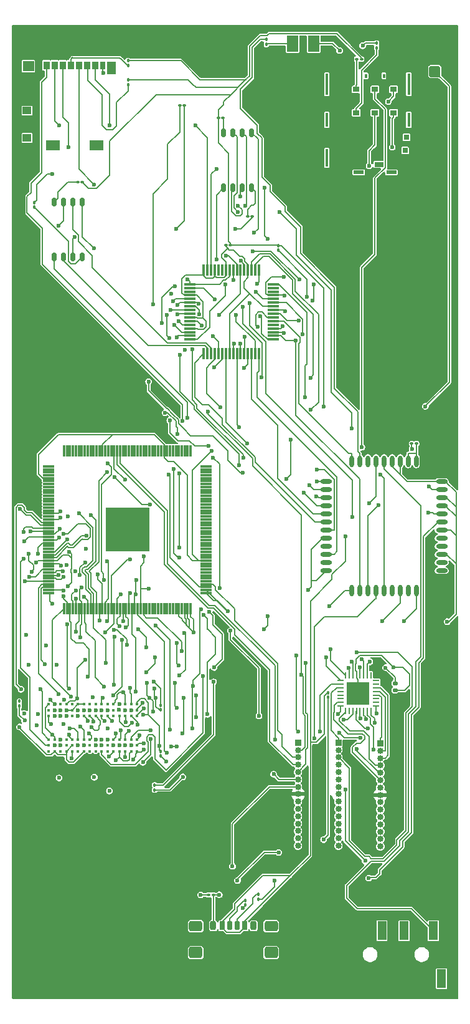
<source format=gbr>
%TF.GenerationSoftware,KiCad,Pcbnew,8.0.2*%
%TF.CreationDate,2024-06-30T04:14:51+02:00*%
%TF.ProjectId,Undroid,556e6472-6f69-4642-9e6b-696361645f70,rev?*%
%TF.SameCoordinates,Original*%
%TF.FileFunction,Copper,L1,Top*%
%TF.FilePolarity,Positive*%
%FSLAX46Y46*%
G04 Gerber Fmt 4.6, Leading zero omitted, Abs format (unit mm)*
G04 Created by KiCad (PCBNEW 8.0.2) date 2024-06-30 04:14:51*
%MOMM*%
%LPD*%
G01*
G04 APERTURE LIST*
G04 Aperture macros list*
%AMRoundRect*
0 Rectangle with rounded corners*
0 $1 Rounding radius*
0 $2 $3 $4 $5 $6 $7 $8 $9 X,Y pos of 4 corners*
0 Add a 4 corners polygon primitive as box body*
4,1,4,$2,$3,$4,$5,$6,$7,$8,$9,$2,$3,0*
0 Add four circle primitives for the rounded corners*
1,1,$1+$1,$2,$3*
1,1,$1+$1,$4,$5*
1,1,$1+$1,$6,$7*
1,1,$1+$1,$8,$9*
0 Add four rect primitives between the rounded corners*
20,1,$1+$1,$2,$3,$4,$5,0*
20,1,$1+$1,$4,$5,$6,$7,0*
20,1,$1+$1,$6,$7,$8,$9,0*
20,1,$1+$1,$8,$9,$2,$3,0*%
G04 Aperture macros list end*
%TA.AperFunction,SMDPad,CuDef*%
%ADD10R,1.550000X2.200000*%
%TD*%
%TA.AperFunction,ComponentPad*%
%ADD11R,0.850000X0.850000*%
%TD*%
%TA.AperFunction,ComponentPad*%
%ADD12O,0.850000X0.850000*%
%TD*%
%TA.AperFunction,SMDPad,CuDef*%
%ADD13R,0.900000X0.700000*%
%TD*%
%TA.AperFunction,SMDPad,CuDef*%
%ADD14R,0.700000X0.700000*%
%TD*%
%TA.AperFunction,SMDPad,CuDef*%
%ADD15R,1.200000X0.650000*%
%TD*%
%TA.AperFunction,SMDPad,CuDef*%
%ADD16R,0.450000X2.900000*%
%TD*%
%TA.AperFunction,SMDPad,CuDef*%
%ADD17R,0.450000X1.900000*%
%TD*%
%TA.AperFunction,SMDPad,CuDef*%
%ADD18R,0.450000X2.400000*%
%TD*%
%TA.AperFunction,SMDPad,CuDef*%
%ADD19R,1.400000X0.500000*%
%TD*%
%TA.AperFunction,SMDPad,CuDef*%
%ADD20R,0.300000X0.600000*%
%TD*%
%TA.AperFunction,SMDPad,CuDef*%
%ADD21R,0.750000X0.700000*%
%TD*%
%TA.AperFunction,SMDPad,CuDef*%
%ADD22RoundRect,0.100000X0.100000X-0.130000X0.100000X0.130000X-0.100000X0.130000X-0.100000X-0.130000X0*%
%TD*%
%TA.AperFunction,SMDPad,CuDef*%
%ADD23RoundRect,0.100000X-0.130000X-0.100000X0.130000X-0.100000X0.130000X0.100000X-0.130000X0.100000X0*%
%TD*%
%TA.AperFunction,ComponentPad*%
%ADD24RoundRect,0.246063X-0.503937X-0.503937X0.503937X-0.503937X0.503937X0.503937X-0.503937X0.503937X0*%
%TD*%
%TA.AperFunction,SMDPad,CuDef*%
%ADD25RoundRect,0.100000X0.130000X0.100000X-0.130000X0.100000X-0.130000X-0.100000X0.130000X-0.100000X0*%
%TD*%
%TA.AperFunction,SMDPad,CuDef*%
%ADD26R,1.200000X2.500000*%
%TD*%
%TA.AperFunction,SMDPad,CuDef*%
%ADD27RoundRect,0.075000X-0.700000X-0.075000X0.700000X-0.075000X0.700000X0.075000X-0.700000X0.075000X0*%
%TD*%
%TA.AperFunction,SMDPad,CuDef*%
%ADD28RoundRect,0.075000X-0.075000X-0.700000X0.075000X-0.700000X0.075000X0.700000X-0.075000X0.700000X0*%
%TD*%
%TA.AperFunction,SMDPad,CuDef*%
%ADD29R,0.850000X1.100000*%
%TD*%
%TA.AperFunction,SMDPad,CuDef*%
%ADD30R,0.750000X1.100000*%
%TD*%
%TA.AperFunction,SMDPad,CuDef*%
%ADD31R,1.200000X1.000000*%
%TD*%
%TA.AperFunction,SMDPad,CuDef*%
%ADD32R,1.550000X1.350000*%
%TD*%
%TA.AperFunction,SMDPad,CuDef*%
%ADD33R,1.900000X1.350000*%
%TD*%
%TA.AperFunction,SMDPad,CuDef*%
%ADD34R,1.170000X1.800000*%
%TD*%
%TA.AperFunction,SMDPad,CuDef*%
%ADD35RoundRect,0.175000X-0.175000X-0.425000X0.175000X-0.425000X0.175000X0.425000X-0.175000X0.425000X0*%
%TD*%
%TA.AperFunction,SMDPad,CuDef*%
%ADD36RoundRect,0.190000X0.190000X0.410000X-0.190000X0.410000X-0.190000X-0.410000X0.190000X-0.410000X0*%
%TD*%
%TA.AperFunction,SMDPad,CuDef*%
%ADD37RoundRect,0.200000X0.200000X0.400000X-0.200000X0.400000X-0.200000X-0.400000X0.200000X-0.400000X0*%
%TD*%
%TA.AperFunction,SMDPad,CuDef*%
%ADD38RoundRect,0.175000X0.175000X0.425000X-0.175000X0.425000X-0.175000X-0.425000X0.175000X-0.425000X0*%
%TD*%
%TA.AperFunction,SMDPad,CuDef*%
%ADD39RoundRect,0.190000X-0.190000X-0.410000X0.190000X-0.410000X0.190000X0.410000X-0.190000X0.410000X0*%
%TD*%
%TA.AperFunction,SMDPad,CuDef*%
%ADD40RoundRect,0.200000X-0.200000X-0.400000X0.200000X-0.400000X0.200000X0.400000X-0.200000X0.400000X0*%
%TD*%
%TA.AperFunction,SMDPad,CuDef*%
%ADD41RoundRect,0.250000X-0.650000X-0.425000X0.650000X-0.425000X0.650000X0.425000X-0.650000X0.425000X0*%
%TD*%
%TA.AperFunction,SMDPad,CuDef*%
%ADD42RoundRect,0.250000X-0.650000X-0.500000X0.650000X-0.500000X0.650000X0.500000X-0.650000X0.500000X0*%
%TD*%
%TA.AperFunction,SMDPad,CuDef*%
%ADD43RoundRect,0.150000X0.150000X-0.450000X0.150000X0.450000X-0.150000X0.450000X-0.150000X-0.450000X0*%
%TD*%
%TA.AperFunction,SMDPad,CuDef*%
%ADD44RoundRect,0.030000X-0.750000X-0.090000X0.750000X-0.090000X0.750000X0.090000X-0.750000X0.090000X0*%
%TD*%
%TA.AperFunction,SMDPad,CuDef*%
%ADD45RoundRect,0.030000X0.090000X-0.750000X0.090000X0.750000X-0.090000X0.750000X-0.090000X-0.750000X0*%
%TD*%
%TA.AperFunction,SMDPad,CuDef*%
%ADD46R,6.000000X6.000000*%
%TD*%
%TA.AperFunction,SMDPad,CuDef*%
%ADD47RoundRect,0.062500X-0.375000X-0.062500X0.375000X-0.062500X0.375000X0.062500X-0.375000X0.062500X0*%
%TD*%
%TA.AperFunction,SMDPad,CuDef*%
%ADD48RoundRect,0.062500X-0.062500X-0.375000X0.062500X-0.375000X0.062500X0.375000X-0.062500X0.375000X0*%
%TD*%
%TA.AperFunction,HeatsinkPad*%
%ADD49R,3.100000X3.100000*%
%TD*%
%TA.AperFunction,SMDPad,CuDef*%
%ADD50O,1.600000X0.600000*%
%TD*%
%TA.AperFunction,SMDPad,CuDef*%
%ADD51O,0.600000X1.600000*%
%TD*%
%TA.AperFunction,SMDPad,CuDef*%
%ADD52RoundRect,0.140000X-0.170000X0.140000X-0.170000X-0.140000X0.170000X-0.140000X0.170000X0.140000X0*%
%TD*%
%TA.AperFunction,BGAPad,CuDef*%
%ADD53C,0.400000*%
%TD*%
%TA.AperFunction,ViaPad*%
%ADD54C,0.600000*%
%TD*%
%TA.AperFunction,Conductor*%
%ADD55C,0.200000*%
%TD*%
G04 APERTURE END LIST*
D10*
%TO.P,D1,1,K*%
%TO.N,GND*%
X166525000Y-31800000D03*
%TO.P,D1,2,A*%
%TO.N,Net-(D1-A)*%
X163675000Y-31800000D03*
%TD*%
D11*
%TO.P,MBCI_VIDEO1,1,Pin_1*%
%TO.N,RED_V*%
X175600000Y-126800000D03*
D12*
%TO.P,MBCI_VIDEO1,2,Pin_2*%
%TO.N,GREEN_V*%
X175600000Y-127800000D03*
%TO.P,MBCI_VIDEO1,3,Pin_3*%
%TO.N,BLUE_V*%
X175600000Y-128800000D03*
%TO.P,MBCI_VIDEO1,4,Pin_4*%
%TO.N,ALPHA_V*%
X175600000Y-129800000D03*
%TO.P,MBCI_VIDEO1,5,Pin_5*%
%TO.N,HSYNC_V*%
X175600000Y-130800000D03*
%TO.P,MBCI_VIDEO1,6,Pin_6*%
%TO.N,VSYNC_V*%
X175600000Y-131800000D03*
%TO.P,MBCI_VIDEO1,7,Pin_7*%
%TO.N,unconnected-(MBCI_VIDEO1-Pin_7-Pad7)*%
X175600000Y-132800000D03*
%TO.P,MBCI_VIDEO1,8,Pin_8*%
%TO.N,3.3V*%
X175600000Y-133800000D03*
%TO.P,MBCI_VIDEO1,9,Pin_9*%
%TO.N,unconnected-(MBCI_VIDEO1-Pin_9-Pad9)*%
X175600000Y-134800000D03*
%TO.P,MBCI_VIDEO1,10,Pin_10*%
%TO.N,unconnected-(MBCI_VIDEO1-Pin_10-Pad10)*%
X175600000Y-135800000D03*
%TO.P,MBCI_VIDEO1,11,Pin_11*%
%TO.N,CLK*%
X175600000Y-136800000D03*
%TO.P,MBCI_VIDEO1,12,Pin_12*%
%TO.N,unconnected-(MBCI_VIDEO1-Pin_12-Pad12)*%
X175600000Y-137800000D03*
%TO.P,MBCI_VIDEO1,13,Pin_13*%
%TO.N,unconnected-(MBCI_VIDEO1-Pin_13-Pad13)*%
X175600000Y-138800000D03*
%TO.P,MBCI_VIDEO1,14,Pin_14*%
%TO.N,unconnected-(MBCI_VIDEO1-Pin_14-Pad14)*%
X175600000Y-139800000D03*
%TO.P,MBCI_VIDEO1,15,Pin_15*%
%TO.N,GND*%
X175600000Y-140800000D03*
%TD*%
D13*
%TO.P,SIM_SLOT_1,C1,VCC*%
%TO.N,Net-(SIM_SLOT_1-VCC)*%
X172340000Y-38025000D03*
%TO.P,SIM_SLOT_1,C2,RST*%
%TO.N,GSM_RST*%
X174880000Y-38025000D03*
%TO.P,SIM_SLOT_1,C3,CLK*%
%TO.N,RTC_OUT*%
X177420000Y-38025000D03*
%TO.P,SIM_SLOT_1,C5,GND*%
%TO.N,Net-(SIM_SLOT_1-GND)*%
X172340000Y-41195000D03*
%TO.P,SIM_SLOT_1,C6,VPP/SWP*%
%TO.N,GSM_VPP*%
X174880000Y-41195000D03*
%TO.P,SIM_SLOT_1,C7,I/O*%
%TO.N,GSM_IO*%
X177420000Y-41195000D03*
D14*
%TO.P,SIM_SLOT_1,CSW,CSW*%
%TO.N,unconnected-(SIM_SLOT_1-PadCSW)*%
X179150000Y-44525000D03*
D15*
%TO.P,SIM_SLOT_1,DSW,DSW*%
%TO.N,unconnected-(SIM_SLOT_1-PadDSW)*%
X175430000Y-48200000D03*
D16*
%TO.P,SIM_SLOT_1,SH,SH*%
%TO.N,unconnected-(SIM_SLOT_1-PadSH)_5*%
X168325000Y-37325000D03*
D17*
%TO.N,unconnected-(SIM_SLOT_1-PadSH)_4*%
X168325000Y-42175000D03*
D18*
%TO.N,unconnected-(SIM_SLOT_1-PadSH)*%
X168325000Y-47325000D03*
D19*
%TO.N,unconnected-(SIM_SLOT_1-PadSH)_8*%
X172680000Y-49275000D03*
D20*
%TO.N,unconnected-(SIM_SLOT_1-PadSH)_0*%
X173660000Y-36175000D03*
%TO.N,unconnected-(SIM_SLOT_1-PadSH)_2*%
X176100000Y-36175000D03*
D19*
%TO.N,unconnected-(SIM_SLOT_1-PadSH)_1*%
X177100000Y-49275000D03*
D21*
%TO.N,unconnected-(SIM_SLOT_1-PadSH)_6*%
X178975000Y-46325000D03*
D16*
%TO.N,unconnected-(SIM_SLOT_1-PadSH)_3*%
X179475000Y-37325000D03*
D17*
%TO.N,unconnected-(SIM_SLOT_1-PadSH)_7*%
X179475000Y-42175000D03*
%TD*%
D22*
%TO.P,CC1_R1,1*%
%TO.N,GND*%
X157275000Y-148745000D03*
%TO.P,CC1_R1,2*%
%TO.N,Net-(POWER_USB_C1-CC1)*%
X157275000Y-148105000D03*
%TD*%
D11*
%TO.P,MBCI_IO1,1,Pin_1*%
%TO.N,UBOOT*%
X164400000Y-126700000D03*
D12*
%TO.P,MBCI_IO1,2,Pin_2*%
%TO.N,RESET_N*%
X164400000Y-127700000D03*
%TO.P,MBCI_IO1,3,Pin_3*%
%TO.N,RTC_IN*%
X164400000Y-128700000D03*
%TO.P,MBCI_IO1,4,Pin_4*%
%TO.N,CONN_NMI_N*%
X164400000Y-129700000D03*
%TO.P,MBCI_IO1,5,Pin_5*%
%TO.N,UBOOT_MBCI*%
X164400000Y-130700000D03*
%TO.P,MBCI_IO1,6,Pin_6*%
%TO.N,GSM_PWR_N*%
X164400000Y-131700000D03*
%TO.P,MBCI_IO1,7,Pin_7*%
%TO.N,GSM_RST_N*%
X164400000Y-132700000D03*
%TO.P,MBCI_IO1,8,Pin_8*%
%TO.N,3.3V*%
X164400000Y-133700000D03*
%TO.P,MBCI_IO1,9,Pin_9*%
%TO.N,unconnected-(MBCI_IO1-Pin_9-Pad9)*%
X164400000Y-134700000D03*
%TO.P,MBCI_IO1,10,Pin_10*%
%TO.N,unconnected-(MBCI_IO1-Pin_10-Pad10)*%
X164400000Y-135700000D03*
%TO.P,MBCI_IO1,11,Pin_11*%
%TO.N,CLK*%
X164400000Y-136700000D03*
%TO.P,MBCI_IO1,12,Pin_12*%
%TO.N,unconnected-(MBCI_IO1-Pin_12-Pad12)*%
X164400000Y-137700000D03*
%TO.P,MBCI_IO1,13,Pin_13*%
%TO.N,unconnected-(MBCI_IO1-Pin_13-Pad13)*%
X164400000Y-138700000D03*
%TO.P,MBCI_IO1,14,Pin_14*%
%TO.N,unconnected-(MBCI_IO1-Pin_14-Pad14)*%
X164400000Y-139700000D03*
%TO.P,MBCI_IO1,15,Pin_15*%
%TO.N,GND*%
X164400000Y-140700000D03*
%TD*%
D22*
%TO.P,RAM_PWR_R2,1*%
%TO.N,Net-(DDR_RAM1-VDD-PadB2)*%
X145700000Y-122275000D03*
%TO.P,RAM_PWR_R2,2*%
%TO.N,DRAM_PWR*%
X145700000Y-121635000D03*
%TD*%
%TO.P,RAM_GND_VSSQ_R1,1*%
%TO.N,Net-(DDR_RAM1-VSSQ-PadB1)*%
X126500000Y-121720000D03*
%TO.P,RAM_GND_VSSQ_R1,2*%
%TO.N,VSSQ*%
X126500000Y-121080000D03*
%TD*%
D23*
%TO.P,MCU_PWR_R1,1*%
%TO.N,MCU_PWR*%
X154600000Y-59200000D03*
%TO.P,MCU_PWR_R1,2*%
%TO.N,VBUS_USBC*%
X155240000Y-59200000D03*
%TD*%
D22*
%TO.P,MCU_PWR_R2,1*%
%TO.N,CPU_PWR*%
X161700000Y-59875000D03*
%TO.P,MCU_PWR_R2,2*%
%TO.N,VBUS_USBC*%
X161700000Y-59235000D03*
%TD*%
D23*
%TO.P,VCC_S_1,1*%
%TO.N,Net-(SIM_SLOT_1-VCC)*%
X172400000Y-33900000D03*
%TO.P,VCC_S_1,2*%
%TO.N,VBUS_USBC*%
X173040000Y-33900000D03*
%TD*%
D22*
%TO.P,RAM_GND_VSS_R1,1*%
%TO.N,GND*%
X145700000Y-128520000D03*
%TO.P,RAM_GND_VSS_R1,2*%
%TO.N,Net-(DDR_RAM1-VSS-PadA9)*%
X145700000Y-127880000D03*
%TD*%
%TO.P,RVSS_S_1,1*%
%TO.N,Net-(SIM_SLOT_1-GND)*%
X175100000Y-32375000D03*
%TO.P,RVSS_S_1,2*%
%TO.N,GND*%
X175100000Y-31735000D03*
%TD*%
D24*
%TO.P,ANT1,1,A*%
%TO.N,Net-(ANT1-A)*%
X183000000Y-35600000D03*
%TD*%
D22*
%TO.P,VSS_FL_2,1*%
%TO.N,Net-(FLASH_MEM_OS1-VSS)*%
X128565000Y-54015000D03*
%TO.P,VSS_FL_2,2*%
%TO.N,GND*%
X128565000Y-53375000D03*
%TD*%
%TO.P,RAM_GND_VSS_R3,1*%
%TO.N,GND*%
X144900000Y-133120000D03*
%TO.P,RAM_GND_VSS_R3,2*%
%TO.N,Net-(C1-Pad2)*%
X144900000Y-132480000D03*
%TD*%
D11*
%TO.P,MBCI_NETWORK1,1,Pin_1*%
%TO.N,DAT0_N*%
X169900000Y-126700000D03*
D12*
%TO.P,MBCI_NETWORK1,2,Pin_2*%
%TO.N,DAT1_N*%
X169900000Y-127700000D03*
%TO.P,MBCI_NETWORK1,3,Pin_3*%
%TO.N,DAT2_N*%
X169900000Y-128700000D03*
%TO.P,MBCI_NETWORK1,4,Pin_4*%
%TO.N,DAT3_N*%
X169900000Y-129700000D03*
%TO.P,MBCI_NETWORK1,5,Pin_5*%
%TO.N,DAT4_N*%
X169900000Y-130700000D03*
%TO.P,MBCI_NETWORK1,6,Pin_6*%
%TO.N,AVAIL_N*%
X169900000Y-131700000D03*
%TO.P,MBCI_NETWORK1,7,Pin_7*%
%TO.N,unconnected-(MBCI_NETWORK1-Pin_7-Pad7)*%
X169900000Y-132700000D03*
%TO.P,MBCI_NETWORK1,8,Pin_8*%
%TO.N,3.3V*%
X169900000Y-133700000D03*
%TO.P,MBCI_NETWORK1,9,Pin_9*%
%TO.N,unconnected-(MBCI_NETWORK1-Pin_9-Pad9)*%
X169900000Y-134700000D03*
%TO.P,MBCI_NETWORK1,10,Pin_10*%
%TO.N,unconnected-(MBCI_NETWORK1-Pin_10-Pad10)*%
X169900000Y-135700000D03*
%TO.P,MBCI_NETWORK1,11,Pin_11*%
%TO.N,CLK*%
X169900000Y-136700000D03*
%TO.P,MBCI_NETWORK1,12,Pin_12*%
%TO.N,unconnected-(MBCI_NETWORK1-Pin_12-Pad12)*%
X169900000Y-137700000D03*
%TO.P,MBCI_NETWORK1,13,Pin_13*%
%TO.N,unconnected-(MBCI_NETWORK1-Pin_13-Pad13)*%
X169900000Y-138700000D03*
%TO.P,MBCI_NETWORK1,14,Pin_14*%
%TO.N,unconnected-(MBCI_NETWORK1-Pin_14-Pad14)*%
X169900000Y-139700000D03*
%TO.P,MBCI_NETWORK1,15,Pin_15*%
%TO.N,GND*%
X169900000Y-140700000D03*
%TD*%
D25*
%TO.P,VCC_FL_2,1*%
%TO.N,VBUS_USBC*%
X135085000Y-50650000D03*
%TO.P,VCC_FL_2,2*%
%TO.N,Net-(FLASH_MEM_OS1-VDD)*%
X134445000Y-50650000D03*
%TD*%
D26*
%TO.P,JACK_PORT1,R1*%
%TO.N,N/C*%
X178825000Y-152250000D03*
%TO.P,JACK_PORT1,R2*%
X175825000Y-152250000D03*
%TO.P,JACK_PORT1,S*%
%TO.N,Net-(JACK_PORT1-PadS)*%
X183925000Y-158750000D03*
%TO.P,JACK_PORT1,T*%
%TO.N,SND_IN*%
X182825000Y-152250000D03*
%TD*%
D22*
%TO.P,NETLIGHT_R1,1*%
%TO.N,Net-(D1-A)*%
X160100000Y-31900000D03*
%TO.P,NETLIGHT_R1,2*%
%TO.N,Net-(SIM_CHIP1-NETLIGHT)*%
X160100000Y-31260000D03*
%TD*%
D23*
%TO.P,VBAT_R1,1*%
%TO.N,VBUS_USBC*%
X179880000Y-86100000D03*
%TO.P,VBAT_R1,2*%
%TO.N,Net-(SIM_CHIP1-VBAT-Pad34)*%
X180520000Y-86100000D03*
%TD*%
D22*
%TO.P,MBCI_PWR_R1,1*%
%TO.N,Net-(MBCI_0-VDD)*%
X168500000Y-120575000D03*
%TO.P,MBCI_PWR_R1,2*%
%TO.N,VBUS_USBC*%
X168500000Y-119935000D03*
%TD*%
%TO.P,CC2_R1,1*%
%TO.N,GND*%
X159000000Y-147965000D03*
%TO.P,CC2_R1,2*%
%TO.N,Net-(POWER_USB_C1-CC2)*%
X159000000Y-147325000D03*
%TD*%
D27*
%TO.P,BRIDGE_CHIP1,1,PD0*%
%TO.N,SD_CMD*%
X149675000Y-64475000D03*
%TO.P,BRIDGE_CHIP1,2,PD31*%
%TO.N,RAM_BA2*%
X149675000Y-64975000D03*
%TO.P,BRIDGE_CHIP1,3,VDDOUT*%
%TO.N,unconnected-(BRIDGE_CHIP1-VDDOUT-Pad3)*%
X149675000Y-65475000D03*
%TO.P,BRIDGE_CHIP1,4,VDDIN*%
%TO.N,MCU_PWR*%
X149675000Y-65975000D03*
%TO.P,BRIDGE_CHIP1,5,VREFP*%
%TO.N,GND*%
X149675000Y-66475000D03*
%TO.P,BRIDGE_CHIP1,6,GND*%
%TO.N,Net-(BRIDGE_CHIP1-GND-Pad14)*%
X149675000Y-66975000D03*
%TO.P,BRIDGE_CHIP1,7,PB1*%
%TO.N,TX1*%
X149675000Y-67475000D03*
%TO.P,BRIDGE_CHIP1,8,PB0*%
%TO.N,RTS1*%
X149675000Y-67975000D03*
%TO.P,BRIDGE_CHIP1,9,PB2*%
%TO.N,RX1*%
X149675000Y-68475000D03*
%TO.P,BRIDGE_CHIP1,10,VDDIO*%
%TO.N,MCU_PWR*%
X149675000Y-68975000D03*
%TO.P,BRIDGE_CHIP1,11,PB3*%
%TO.N,CTS1*%
X149675000Y-69475000D03*
%TO.P,BRIDGE_CHIP1,12,PA21*%
%TO.N,SD1_F2*%
X149675000Y-69975000D03*
%TO.P,BRIDGE_CHIP1,13,VDDCORE*%
%TO.N,MCU_PWR*%
X149675000Y-70475000D03*
%TO.P,BRIDGE_CHIP1,14,GND*%
%TO.N,Net-(BRIDGE_CHIP1-GND-Pad14)*%
X149675000Y-70975000D03*
%TO.P,BRIDGE_CHIP1,15,PA7*%
%TO.N,GSM_GPIO_1*%
X149675000Y-71475000D03*
%TO.P,BRIDGE_CHIP1,16,PA8*%
%TO.N,SD2_F1*%
X149675000Y-71975000D03*
D28*
%TO.P,BRIDGE_CHIP1,17,PA22*%
%TO.N,DTR1*%
X151600000Y-73900000D03*
%TO.P,BRIDGE_CHIP1,18,PA13*%
%TO.N,SD3_F2*%
X152100000Y-73900000D03*
%TO.P,BRIDGE_CHIP1,19,PA14*%
%TO.N,SD0_F2*%
X152600000Y-73900000D03*
%TO.P,BRIDGE_CHIP1,20,PD25*%
%TO.N,RAM_BA0*%
X153100000Y-73900000D03*
%TO.P,BRIDGE_CHIP1,21,PD26*%
%TO.N,RAM_BA1*%
X153600000Y-73900000D03*
%TO.P,BRIDGE_CHIP1,22,PD24*%
%TO.N,A11*%
X154100000Y-73900000D03*
%TO.P,BRIDGE_CHIP1,23,PA24*%
%TO.N,RI1*%
X154600000Y-73900000D03*
%TO.P,BRIDGE_CHIP1,24,VDDCORE*%
%TO.N,MCU_PWR*%
X155100000Y-73900000D03*
%TO.P,BRIDGE_CHIP1,25,PD22*%
%TO.N,A10{slash}AP*%
X155600000Y-73900000D03*
%TO.P,BRIDGE_CHIP1,26,PD21*%
%TO.N,A9*%
X156100000Y-73900000D03*
%TO.P,BRIDGE_CHIP1,27,PA11*%
%TO.N,SD1_F1*%
X156600000Y-73900000D03*
%TO.P,BRIDGE_CHIP1,28,PA10*%
%TO.N,SD0_F1*%
X157100000Y-73900000D03*
%TO.P,BRIDGE_CHIP1,29,PA12*%
%TO.N,SD2_F2*%
X157600000Y-73900000D03*
%TO.P,BRIDGE_CHIP1,30,PA27*%
%TO.N,DCD1*%
X158100000Y-73900000D03*
%TO.P,BRIDGE_CHIP1,31,GND*%
%TO.N,Net-(BRIDGE_CHIP1-GND-Pad14)*%
X158600000Y-73900000D03*
%TO.P,BRIDGE_CHIP1,32,PA5*%
%TO.N,GSM_GPIO_0*%
X159100000Y-73900000D03*
D27*
%TO.P,BRIDGE_CHIP1,33,PA9*%
%TO.N,SD3_F1*%
X161025000Y-71975000D03*
%TO.P,BRIDGE_CHIP1,34,PA4*%
%TO.N,GSM_VPP*%
X161025000Y-71475000D03*
%TO.P,BRIDGE_CHIP1,35,PB6*%
%TO.N,SD_DAT2*%
X161025000Y-70975000D03*
%TO.P,BRIDGE_CHIP1,36,NRST*%
%TO.N,RESET_N*%
X161025000Y-70475000D03*
%TO.P,BRIDGE_CHIP1,37,TST*%
%TO.N,unconnected-(BRIDGE_CHIP1-TST-Pad37)*%
X161025000Y-69975000D03*
%TO.P,BRIDGE_CHIP1,38,PB12*%
%TO.N,GSM_STATUS*%
X161025000Y-69475000D03*
%TO.P,BRIDGE_CHIP1,39,PB7*%
%TO.N,SD_CD_OR_DAT3*%
X161025000Y-68975000D03*
%TO.P,BRIDGE_CHIP1,40,PA3*%
%TO.N,GSM_IO*%
X161025000Y-68475000D03*
%TO.P,BRIDGE_CHIP1,41,PD12*%
%TO.N,A8*%
X161025000Y-67975000D03*
%TO.P,BRIDGE_CHIP1,42,VDDIO*%
%TO.N,MCU_PWR*%
X161025000Y-67475000D03*
%TO.P,BRIDGE_CHIP1,43,PD11*%
%TO.N,A7*%
X161025000Y-66975000D03*
%TO.P,BRIDGE_CHIP1,44,PD10*%
%TO.N,A6*%
X161025000Y-66475000D03*
%TO.P,BRIDGE_CHIP1,45,JTAGSEL*%
%TO.N,GND*%
X161025000Y-65975000D03*
%TO.P,BRIDGE_CHIP1,46,PB4*%
%TO.N,unconnected-(BRIDGE_CHIP1-PB4-Pad46)*%
X161025000Y-65475000D03*
%TO.P,BRIDGE_CHIP1,47,PB5*%
%TO.N,unconnected-(BRIDGE_CHIP1-PB5-Pad47)*%
X161025000Y-64975000D03*
%TO.P,BRIDGE_CHIP1,48,PD9*%
%TO.N,A5*%
X161025000Y-64475000D03*
D28*
%TO.P,BRIDGE_CHIP1,49,PD8*%
%TO.N,A4*%
X159100000Y-62550000D03*
%TO.P,BRIDGE_CHIP1,50,PD7*%
%TO.N,A3*%
X158600000Y-62550000D03*
%TO.P,BRIDGE_CHIP1,51,PD6*%
%TO.N,A2*%
X158100000Y-62550000D03*
%TO.P,BRIDGE_CHIP1,52,VDDPLL*%
%TO.N,MCU_PWR*%
X157600000Y-62550000D03*
%TO.P,BRIDGE_CHIP1,53,PD5*%
%TO.N,A1*%
X157100000Y-62550000D03*
%TO.P,BRIDGE_CHIP1,54,PD4*%
%TO.N,A0*%
X156600000Y-62550000D03*
%TO.P,BRIDGE_CHIP1,55,PD3*%
%TO.N,CMD_F2*%
X156100000Y-62550000D03*
%TO.P,BRIDGE_CHIP1,56,PD2*%
%TO.N,CMD_F1*%
X155600000Y-62550000D03*
%TO.P,BRIDGE_CHIP1,57,PD1*%
%TO.N,SD_CMD*%
X155100000Y-62550000D03*
%TO.P,BRIDGE_CHIP1,58,VDDIO*%
%TO.N,MCU_PWR*%
X154600000Y-62550000D03*
%TO.P,BRIDGE_CHIP1,59,DM*%
%TO.N,unconnected-(BRIDGE_CHIP1-DM-Pad59)*%
X154100000Y-62550000D03*
%TO.P,BRIDGE_CHIP1,60,DP*%
%TO.N,unconnected-(BRIDGE_CHIP1-DP-Pad60)*%
X153600000Y-62550000D03*
%TO.P,BRIDGE_CHIP1,61,VDDCORE*%
%TO.N,MCU_PWR*%
X153100000Y-62550000D03*
%TO.P,BRIDGE_CHIP1,62,PB8*%
%TO.N,SD_DAT0*%
X152600000Y-62550000D03*
%TO.P,BRIDGE_CHIP1,63,PB9*%
%TO.N,SD_DAT1*%
X152100000Y-62550000D03*
%TO.P,BRIDGE_CHIP1,64,VDDPLLUSB*%
%TO.N,MCU_PWR*%
X151600000Y-62550000D03*
%TD*%
D29*
%TO.P,SD_SLOT_1,1,DAT2*%
%TO.N,SD_DAT2*%
X130195000Y-34750000D03*
%TO.P,SD_SLOT_1,2,DAT3/CD*%
%TO.N,SD_CD_OR_DAT3*%
X131295000Y-34750000D03*
%TO.P,SD_SLOT_1,3,CMD*%
%TO.N,SD_CMD*%
X132395000Y-34750000D03*
%TO.P,SD_SLOT_1,4,VDD*%
%TO.N,Net-(SD_SLOT_1-VDD)*%
X133495000Y-34750000D03*
%TO.P,SD_SLOT_1,5,CLK*%
%TO.N,RTC_OUT*%
X134595000Y-34750000D03*
%TO.P,SD_SLOT_1,6,VSS*%
%TO.N,Net-(SD_SLOT_1-VSS)*%
X135695000Y-34750000D03*
%TO.P,SD_SLOT_1,7,DAT0*%
%TO.N,SD_DAT0*%
X136795000Y-34750000D03*
D30*
%TO.P,SD_SLOT_1,8,DAT1*%
%TO.N,SD_DAT1*%
X137845000Y-34750000D03*
D31*
%TO.P,SD_SLOT_1,9,SHIELD*%
%TO.N,unconnected-(SD_SLOT_1-SHIELD-Pad9)*%
X127560000Y-40900000D03*
%TO.P,SD_SLOT_1,10*%
%TO.N,N/C*%
X127560000Y-44600000D03*
D32*
%TO.P,SD_SLOT_1,11*%
X127735000Y-34875000D03*
D33*
X131060000Y-45575000D03*
X137030000Y-45575000D03*
D34*
X139055000Y-35100000D03*
%TD*%
D23*
%TO.P,VCC_FL_1,1*%
%TO.N,VBUS_USBC*%
X153580000Y-41900000D03*
%TO.P,VCC_FL_1,2*%
%TO.N,Net-(FLASH_MEM_MASS1-VDD)*%
X154220000Y-41900000D03*
%TD*%
D35*
%TO.P,POWER_USB_C1,A5,CC1*%
%TO.N,Net-(POWER_USB_C1-CC1)*%
X155125000Y-151565000D03*
D36*
%TO.P,POWER_USB_C1,A9,VBUS*%
%TO.N,VBUS_USBC*%
X157145000Y-151565000D03*
D37*
%TO.P,POWER_USB_C1,A12,GND*%
%TO.N,Net-(GND_R1-Pad2)*%
X158375000Y-151565000D03*
D38*
%TO.P,POWER_USB_C1,B5,CC2*%
%TO.N,Net-(POWER_USB_C1-CC2)*%
X156125000Y-151565000D03*
D39*
%TO.P,POWER_USB_C1,B9,VBUS*%
%TO.N,VBUS_USBC*%
X154105000Y-151565000D03*
D40*
%TO.P,POWER_USB_C1,B12,GND*%
%TO.N,Net-(GND_R1-Pad2)*%
X152875000Y-151565000D03*
D41*
%TO.P,POWER_USB_C1,S1,SHIELD*%
%TO.N,unconnected-(POWER_USB_C1-SHIELD-PadS1)_1*%
X150500000Y-151620000D03*
D42*
%TO.N,unconnected-(POWER_USB_C1-SHIELD-PadS1)*%
X150500000Y-155200000D03*
D41*
%TO.N,unconnected-(POWER_USB_C1-SHIELD-PadS1)_0*%
X160750000Y-151620000D03*
D42*
%TO.N,unconnected-(POWER_USB_C1-SHIELD-PadS1)_2*%
X160750000Y-155200000D03*
%TD*%
D22*
%TO.P,VSS_SD_VSS1,1*%
%TO.N,Net-(SD_SLOT_1-VSS)*%
X141300000Y-37375000D03*
%TO.P,VSS_SD_VSS1,2*%
%TO.N,VBUS_USBC*%
X141300000Y-36735000D03*
%TD*%
D43*
%TO.P,FLASH_MEM_MASS1,1,SD2*%
%TO.N,SD2_F1*%
X154290000Y-51400000D03*
%TO.P,FLASH_MEM_MASS1,2,SD3/~{CS}*%
%TO.N,SD3_F1*%
X155560000Y-51400000D03*
%TO.P,FLASH_MEM_MASS1,3,CLK*%
%TO.N,RTC_OUT*%
X156830000Y-51400000D03*
%TO.P,FLASH_MEM_MASS1,4,VSS*%
%TO.N,Net-(FLASH_MEM_MASS1-VSS)*%
X158100000Y-51400000D03*
%TO.P,FLASH_MEM_MASS1,5,CMD/DI*%
%TO.N,CMD_F1*%
X158100000Y-43900000D03*
%TO.P,FLASH_MEM_MASS1,6,SD0/DO*%
%TO.N,SD0_F1*%
X156830000Y-43900000D03*
%TO.P,FLASH_MEM_MASS1,7,SD1*%
%TO.N,SD1_F1*%
X155560000Y-43900000D03*
%TO.P,FLASH_MEM_MASS1,8,VDD*%
%TO.N,Net-(FLASH_MEM_MASS1-VDD)*%
X154290000Y-43900000D03*
%TD*%
D22*
%TO.P,VSS_SD_VDD1,1*%
%TO.N,Net-(SD_SLOT_1-VDD)*%
X141300000Y-34775000D03*
%TO.P,VSS_SD_VDD1,2*%
%TO.N,VBUS_USBC*%
X141300000Y-34135000D03*
%TD*%
D44*
%TO.P,CPU_1,1*%
%TO.N,N/C*%
X130520000Y-89200000D03*
%TO.P,CPU_1,2*%
X130520000Y-89600000D03*
%TO.P,CPU_1,3*%
X130520000Y-90000000D03*
%TO.P,CPU_1,4,VDD_CPU*%
%TO.N,unconnected-(CPU_1A-VDD_CPU-Pad11)_6*%
X130520000Y-90400000D03*
%TO.P,CPU_1,5,VCC*%
%TO.N,CPU_PWR*%
X130520000Y-90800000D03*
%TO.P,CPU_1,6*%
%TO.N,N/C*%
X130520000Y-91200000D03*
%TO.P,CPU_1,7*%
X130520000Y-91600000D03*
%TO.P,CPU_1,8*%
X130520000Y-92000000D03*
%TO.P,CPU_1,9,VDD_CPU*%
%TO.N,unconnected-(CPU_1A-VDD_CPU-Pad11)_2*%
X130520000Y-92400000D03*
%TO.P,CPU_1,10*%
%TO.N,N/C*%
X130520000Y-92800000D03*
%TO.P,CPU_1,11,VDD_CPU*%
%TO.N,unconnected-(CPU_1A-VDD_CPU-Pad11)_5*%
X130520000Y-93200000D03*
%TO.P,CPU_1,12*%
%TO.N,N/C*%
X130520000Y-93600000D03*
%TO.P,CPU_1,13*%
X130520000Y-94000000D03*
%TO.P,CPU_1,14*%
X130520000Y-94400000D03*
%TO.P,CPU_1,15*%
X130520000Y-94800000D03*
%TO.P,CPU_1,16,VDD_CPU*%
%TO.N,unconnected-(CPU_1A-VDD_CPU-Pad11)_4*%
X130520000Y-95200000D03*
%TO.P,CPU_1,17,DZQ*%
%TO.N,ZQ*%
X130520000Y-95600000D03*
%TO.P,CPU_1,18,SVREF*%
%TO.N,unconnected-(CPU_1A-SVREF-Pad18)*%
X130520000Y-96000000D03*
%TO.P,CPU_1,19,DDR3_D4*%
%TO.N,DQ04*%
X130520000Y-96400000D03*
%TO.P,CPU_1,20,DDR3_D6*%
%TO.N,DQ06*%
X130520000Y-96800000D03*
%TO.P,CPU_1,21,DDR3_D2*%
%TO.N,DQ02*%
X130520000Y-97200000D03*
%TO.P,CPU_1,22,DDR3_D0*%
%TO.N,DQ00*%
X130520000Y-97600000D03*
%TO.P,CPU_1,23,VCC_DRAM*%
%TO.N,DRAM_PWR*%
X130520000Y-98000000D03*
%TO.P,CPU_1,24,DDR3_D11*%
%TO.N,DQ11*%
X130520000Y-98400000D03*
%TO.P,CPU_1,25,DDR3_D9*%
%TO.N,DQ09*%
X130520000Y-98800000D03*
%TO.P,CPU_1,26,DDR3_D13*%
%TO.N,DQ13*%
X130520000Y-99200000D03*
%TO.P,CPU_1,27,DDR3_D15*%
%TO.N,DQ15*%
X130520000Y-99600000D03*
%TO.P,CPU_1,28,DDR3_DM1*%
%TO.N,unconnected-(CPU_1A-DDR3_DM1-Pad28)*%
X130520000Y-100000000D03*
%TO.P,CPU_1,29,DDR3_DM0*%
%TO.N,unconnected-(CPU_1A-DDR3_DM0-Pad29)*%
X130520000Y-100400000D03*
%TO.P,CPU_1,30,VCC_DRAM*%
%TO.N,DRAM_PWR*%
X130520000Y-100800000D03*
%TO.P,CPU_1,31,DDR3_DQS0*%
%TO.N,RAM_UDQS*%
X130520000Y-101200000D03*
%TO.P,CPU_1,32,DDR3_DQS0_N*%
%TO.N,RAM_UDQS_N*%
X130520000Y-101600000D03*
%TO.P,CPU_1,33,DDR3_DQS1*%
%TO.N,RAM_LDQS*%
X130520000Y-102000000D03*
%TO.P,CPU_1,34,DDR3_DQS1_N*%
%TO.N,RAM_LDQS_N*%
X130520000Y-102400000D03*
%TO.P,CPU_1,35,VDD_INT*%
%TO.N,unconnected-(CPU_1A-VDD_INT-Pad109)*%
X130520000Y-102800000D03*
%TO.P,CPU_1,36,DDR3_D12*%
%TO.N,DQ12*%
X130520000Y-103200000D03*
%TO.P,CPU_1,37,DDR3_D8*%
%TO.N,DQ08*%
X130520000Y-103600000D03*
%TO.P,CPU_1,38,DDR3_D14*%
%TO.N,DQ14*%
X130520000Y-104000000D03*
%TO.P,CPU_1,39,DDR3_D10*%
%TO.N,DQ10*%
X130520000Y-104400000D03*
%TO.P,CPU_1,40,DDR3_D1*%
%TO.N,DQ01*%
X130520000Y-104800000D03*
%TO.P,CPU_1,41,DDR3_D3*%
%TO.N,DQ03*%
X130520000Y-105200000D03*
%TO.P,CPU_1,42,DDR3_D7*%
%TO.N,DQ07*%
X130520000Y-105600000D03*
%TO.P,CPU_1,43,VCC_DRAM*%
%TO.N,DRAM_PWR*%
X130520000Y-106000000D03*
%TO.P,CPU_1,44,DDR3_D5*%
%TO.N,DQ05*%
X130520000Y-106400000D03*
D45*
%TO.P,CPU_1,45,DDR3_CK*%
%TO.N,RAM_CK*%
X132600000Y-108480000D03*
%TO.P,CPU_1,46,DDR3_CK_N*%
%TO.N,RAM_CK_N*%
X133000000Y-108480000D03*
%TO.P,CPU_1,47,DDR3_CKE*%
%TO.N,RAM_CKE*%
X133400000Y-108480000D03*
%TO.P,CPU_1,48,DDR3_A10*%
%TO.N,A10{slash}AP*%
X133800000Y-108480000D03*
%TO.P,CPU_1,49,DDR3_BA1*%
%TO.N,RAM_BA1*%
X134200000Y-108480000D03*
%TO.P,CPU_1,50,DDR3_A12*%
%TO.N,A12{slash}BC_N*%
X134600000Y-108480000D03*
%TO.P,CPU_1,51,DDR3_A4*%
%TO.N,A4*%
X135000000Y-108480000D03*
%TO.P,CPU_1,52,DDR3_A1*%
%TO.N,A1*%
X135400000Y-108480000D03*
%TO.P,CPU_1,53,VCC_DRAM*%
%TO.N,DRAM_PWR*%
X135800000Y-108480000D03*
%TO.P,CPU_1,54,DDR3_A6*%
%TO.N,A6*%
X136200000Y-108480000D03*
%TO.P,CPU_1,55,DDR3_A8*%
%TO.N,A8*%
X136600000Y-108480000D03*
%TO.P,CPU_1,56,DDR3_A11*%
%TO.N,A11*%
X137000000Y-108480000D03*
%TO.P,CPU_1,57,DDR3_A14*%
%TO.N,A14*%
X137400000Y-108480000D03*
%TO.P,CPU_1,58,DDR3_RAS*%
%TO.N,RAM_CAS_N*%
X137800000Y-108480000D03*
%TO.P,CPU_1,59,DDR3_CAS*%
%TO.N,RAM_RAS_N*%
X138200000Y-108480000D03*
%TO.P,CPU_1,60,DDR3_WE*%
%TO.N,RAM_WE_N*%
X138600000Y-108480000D03*
%TO.P,CPU_1,61,DDR3_BA2*%
%TO.N,RAM_BA2*%
X139000000Y-108480000D03*
%TO.P,CPU_1,62,VCC_DRAM*%
%TO.N,DRAM_PWR*%
X139400000Y-108480000D03*
%TO.P,CPU_1,63,DDR3_BA0*%
%TO.N,RAM_BA0*%
X139800000Y-108480000D03*
%TO.P,CPU_1,64,DDR3_A0*%
%TO.N,A0*%
X140200000Y-108480000D03*
%TO.P,CPU_1,65,DDR3_A3*%
%TO.N,A3*%
X140600000Y-108480000D03*
%TO.P,CPU_1,66,DDR3_A2*%
%TO.N,A2*%
X141000000Y-108480000D03*
%TO.P,CPU_1,67,DDR3_A5*%
%TO.N,A5*%
X141400000Y-108480000D03*
%TO.P,CPU_1,68,DDR3_A13*%
%TO.N,A13*%
X141800000Y-108480000D03*
%TO.P,CPU_1,69,DDR3_A9*%
%TO.N,A9*%
X142200000Y-108480000D03*
%TO.P,CPU_1,70,DDR3_RST*%
%TO.N,RAM_RST*%
X142600000Y-108480000D03*
%TO.P,CPU_1,71,DDR3_A7*%
%TO.N,A7*%
X143000000Y-108480000D03*
%TO.P,CPU_1,72,DDR3_ODT*%
%TO.N,RAM_ODT*%
X143400000Y-108480000D03*
%TO.P,CPU_1,73,VDD_INT*%
%TO.N,unconnected-(CPU_1A-VDD_INT-Pad109)_1*%
X143800000Y-108480000D03*
%TO.P,CPU_1,74,HPOUTL*%
%TO.N,unconnected-(CPU_1A-HPOUTL-Pad74)*%
X144200000Y-108480000D03*
%TO.P,CPU_1,75,HPBP*%
%TO.N,unconnected-(CPU_1A-HPBP-Pad75)*%
X144600000Y-108480000D03*
%TO.P,CPU_1,76,V33_HP*%
%TO.N,unconnected-(CPU_1A-V33_HP-Pad76)*%
X145000000Y-108480000D03*
%TO.P,CPU_1,77,HPCOM*%
%TO.N,unconnected-(CPU_1A-HPCOM-Pad77)*%
X145400000Y-108480000D03*
%TO.P,CPU_1,78,HPOUTR*%
%TO.N,unconnected-(CPU_1A-HPOUTR-Pad78)*%
X145800000Y-108480000D03*
%TO.P,CPU_1,79,AGND*%
%TO.N,unconnected-(CPU_1A-AGND-Pad79)*%
X146200000Y-108480000D03*
%TO.P,CPU_1,80,VRP*%
%TO.N,unconnected-(CPU_1A-VRP-Pad80)*%
X146600000Y-108480000D03*
%TO.P,CPU_1,81,AVCC*%
%TO.N,unconnected-(CPU_1A-AVCC-Pad81)*%
X147000000Y-108480000D03*
%TO.P,CPU_1,82,VRA2*%
%TO.N,unconnected-(CPU_1A-VRA2-Pad82)*%
X147400000Y-108480000D03*
%TO.P,CPU_1,83,VRA1*%
%TO.N,unconnected-(CPU_1A-VRA1-Pad83)*%
X147800000Y-108480000D03*
%TO.P,CPU_1,84,MICIN1*%
%TO.N,GND*%
X148200000Y-108480000D03*
%TO.P,CPU_1,85,VMIC*%
%TO.N,unconnected-(CPU_1A-VMIC-Pad85)*%
X148600000Y-108480000D03*
%TO.P,CPU_1,86,LRADC*%
%TO.N,GND*%
X149000000Y-108480000D03*
%TO.P,CPU_1,87,TPX2*%
X149400000Y-108480000D03*
%TO.P,CPU_1,88,TPY2*%
X149800000Y-108480000D03*
D44*
%TO.P,CPU_1,89,TPX1*%
X151880000Y-106400000D03*
%TO.P,CPU_1,90,TPY1*%
X151880000Y-106000000D03*
%TO.P,CPU_1,91,X24MOUT*%
%TO.N,RTC_OUT*%
X151880000Y-105600000D03*
%TO.P,CPU_1,92,X24MIN*%
%TO.N,RTC_IN*%
X151880000Y-105200000D03*
%TO.P,CPU_1,93,UDM0*%
%TO.N,unconnected-(CPU_1A-UDM0-Pad93)*%
X151880000Y-104800000D03*
%TO.P,CPU_1,94,UDP0*%
%TO.N,unconnected-(CPU_1A-UDP0-Pad94)*%
X151880000Y-104400000D03*
%TO.P,CPU_1,95,UDM1*%
%TO.N,unconnected-(CPU_1A-UDM1-Pad95)*%
X151880000Y-104000000D03*
%TO.P,CPU_1,96,UDP1*%
%TO.N,unconnected-(CPU_1A-UDP1-Pad96)*%
X151880000Y-103600000D03*
%TO.P,CPU_1,97,V33_USB*%
%TO.N,unconnected-(CPU_1A-V33_USB-Pad97)*%
X151880000Y-103200000D03*
%TO.P,CPU_1,98,VDD_INT*%
%TO.N,unconnected-(CPU_1A-VDD_INT-Pad109)_2*%
X151880000Y-102800000D03*
%TO.P,CPU_1,99*%
%TO.N,N/C*%
X151880000Y-102400000D03*
%TO.P,CPU_1,100,VCC*%
%TO.N,CPU_PWR*%
X151880000Y-102000000D03*
%TO.P,CPU_1,101*%
%TO.N,N/C*%
X151880000Y-101600000D03*
%TO.P,CPU_1,102*%
X151880000Y-101200000D03*
%TO.P,CPU_1,103*%
X151880000Y-100800000D03*
%TO.P,CPU_1,104*%
X151880000Y-100400000D03*
%TO.P,CPU_1,105*%
X151880000Y-100000000D03*
%TO.P,CPU_1,106*%
X151880000Y-99600000D03*
%TO.P,CPU_1,107*%
X151880000Y-99200000D03*
%TO.P,CPU_1,108*%
X151880000Y-98800000D03*
%TO.P,CPU_1,109,VDD_INT*%
%TO.N,unconnected-(CPU_1A-VDD_INT-Pad109)_0*%
X151880000Y-98400000D03*
%TO.P,CPU_1,110*%
%TO.N,N/C*%
X151880000Y-98000000D03*
%TO.P,CPU_1,111*%
X151880000Y-97600000D03*
%TO.P,CPU_1,112*%
X151880000Y-97200000D03*
%TO.P,CPU_1,113*%
X151880000Y-96800000D03*
%TO.P,CPU_1,114*%
X151880000Y-96400000D03*
%TO.P,CPU_1,115*%
X151880000Y-96000000D03*
%TO.P,CPU_1,116*%
X151880000Y-95600000D03*
%TO.P,CPU_1,117*%
X151880000Y-95200000D03*
%TO.P,CPU_1,118*%
X151880000Y-94800000D03*
%TO.P,CPU_1,119*%
X151880000Y-94400000D03*
%TO.P,CPU_1,120*%
X151880000Y-94000000D03*
%TO.P,CPU_1,121*%
X151880000Y-93600000D03*
%TO.P,CPU_1,122*%
X151880000Y-93200000D03*
%TO.P,CPU_1,123*%
X151880000Y-92800000D03*
%TO.P,CPU_1,124*%
X151880000Y-92400000D03*
%TO.P,CPU_1,125*%
X151880000Y-92000000D03*
%TO.P,CPU_1,126*%
X151880000Y-91600000D03*
%TO.P,CPU_1,127*%
X151880000Y-91200000D03*
%TO.P,CPU_1,128*%
X151880000Y-90800000D03*
%TO.P,CPU_1,129*%
X151880000Y-90400000D03*
%TO.P,CPU_1,130*%
X151880000Y-90000000D03*
%TO.P,CPU_1,131*%
X151880000Y-89600000D03*
%TO.P,CPU_1,132*%
X151880000Y-89200000D03*
D45*
%TO.P,CPU_1,133*%
X149800000Y-87120000D03*
%TO.P,CPU_1,134*%
X149400000Y-87120000D03*
%TO.P,CPU_1,135*%
X149000000Y-87120000D03*
%TO.P,CPU_1,136*%
X148600000Y-87120000D03*
%TO.P,CPU_1,137*%
X148200000Y-87120000D03*
%TO.P,CPU_1,138*%
X147800000Y-87120000D03*
%TO.P,CPU_1,139*%
X147400000Y-87120000D03*
%TO.P,CPU_1,140*%
X147000000Y-87120000D03*
%TO.P,CPU_1,141*%
X146600000Y-87120000D03*
%TO.P,CPU_1,142,VCC*%
%TO.N,CPU_PWR*%
X146200000Y-87120000D03*
%TO.P,CPU_1,143*%
%TO.N,N/C*%
X145800000Y-87120000D03*
%TO.P,CPU_1,144*%
X145400000Y-87120000D03*
%TO.P,CPU_1,145*%
X145000000Y-87120000D03*
%TO.P,CPU_1,146*%
X144600000Y-87120000D03*
%TO.P,CPU_1,147*%
X144200000Y-87120000D03*
%TO.P,CPU_1,148*%
X143800000Y-87120000D03*
%TO.P,CPU_1,149,VDD_INT*%
%TO.N,unconnected-(CPU_1A-VDD_INT-Pad109)_3*%
X143400000Y-87120000D03*
%TO.P,CPU_1,150*%
%TO.N,N/C*%
X143000000Y-87120000D03*
%TO.P,CPU_1,151*%
X142600000Y-87120000D03*
%TO.P,CPU_1,152*%
X142200000Y-87120000D03*
%TO.P,CPU_1,153*%
X141800000Y-87120000D03*
%TO.P,CPU_1,154*%
X141400000Y-87120000D03*
%TO.P,CPU_1,155*%
X141000000Y-87120000D03*
%TO.P,CPU_1,156,VDD_CPU*%
%TO.N,unconnected-(CPU_1A-VDD_CPU-Pad11)*%
X140600000Y-87120000D03*
%TO.P,CPU_1,157,UBOOT*%
%TO.N,UBOOT*%
X140200000Y-87120000D03*
%TO.P,CPU_1,158,NMI_N*%
%TO.N,CONN_NMI_N*%
X139800000Y-87120000D03*
%TO.P,CPU_1,159,RESET_N*%
%TO.N,RESET_N*%
X139400000Y-87120000D03*
%TO.P,CPU_1,160*%
%TO.N,N/C*%
X139000000Y-87120000D03*
%TO.P,CPU_1,161*%
X138600000Y-87120000D03*
%TO.P,CPU_1,162*%
X138200000Y-87120000D03*
%TO.P,CPU_1,163,VCC*%
%TO.N,CPU_PWR*%
X137800000Y-87120000D03*
%TO.P,CPU_1,164,VDD_CPU*%
%TO.N,unconnected-(CPU_1A-VDD_CPU-Pad11)_1*%
X137400000Y-87120000D03*
%TO.P,CPU_1,165*%
%TO.N,N/C*%
X137000000Y-87120000D03*
%TO.P,CPU_1,166*%
X136600000Y-87120000D03*
%TO.P,CPU_1,167*%
X136200000Y-87120000D03*
%TO.P,CPU_1,168*%
X135800000Y-87120000D03*
%TO.P,CPU_1,169,VDD_CPU*%
%TO.N,unconnected-(CPU_1A-VDD_CPU-Pad11)_0*%
X135400000Y-87120000D03*
%TO.P,CPU_1,170*%
%TO.N,N/C*%
X135000000Y-87120000D03*
%TO.P,CPU_1,171*%
X134600000Y-87120000D03*
%TO.P,CPU_1,172*%
X134200000Y-87120000D03*
%TO.P,CPU_1,173,VDD_CPU*%
%TO.N,unconnected-(CPU_1A-VDD_CPU-Pad11)_3*%
X133800000Y-87120000D03*
%TO.P,CPU_1,174*%
%TO.N,N/C*%
X133400000Y-87120000D03*
%TO.P,CPU_1,175*%
X133000000Y-87120000D03*
%TO.P,CPU_1,176*%
X132600000Y-87120000D03*
D46*
%TO.P,CPU_1,177,GND*%
%TO.N,Net-(CPU_1A-GND)*%
X141200000Y-97800000D03*
%TD*%
D43*
%TO.P,FLASH_MEM_OS1,1,SD2*%
%TO.N,SD2_F2*%
X131260000Y-60800000D03*
%TO.P,FLASH_MEM_OS1,2,SD3/~{CS}*%
%TO.N,SD3_F2*%
X132530000Y-60800000D03*
%TO.P,FLASH_MEM_OS1,3,CLK*%
%TO.N,RTC_OUT*%
X133800000Y-60800000D03*
%TO.P,FLASH_MEM_OS1,4,VSS*%
%TO.N,Net-(FLASH_MEM_OS1-VSS)*%
X135070000Y-60800000D03*
%TO.P,FLASH_MEM_OS1,5,CMD/DI*%
%TO.N,CMD_F2*%
X135070000Y-53300000D03*
%TO.P,FLASH_MEM_OS1,6,SD0/DO*%
%TO.N,SD0_F2*%
X133800000Y-53300000D03*
%TO.P,FLASH_MEM_OS1,7,SD1*%
%TO.N,SD1_F2*%
X132530000Y-53300000D03*
%TO.P,FLASH_MEM_OS1,8,VDD*%
%TO.N,Net-(FLASH_MEM_OS1-VDD)*%
X131260000Y-53300000D03*
%TD*%
D23*
%TO.P,VSS_FL_1,1*%
%TO.N,Net-(FLASH_MEM_MASS1-VSS)*%
X157555000Y-55275000D03*
%TO.P,VSS_FL_1,2*%
%TO.N,GND*%
X158195000Y-55275000D03*
%TD*%
D47*
%TO.P,MBCI_0,1,PA3*%
%TO.N,DAT2_N*%
X170162500Y-118250000D03*
%TO.P,MBCI_0,2,PA4*%
%TO.N,DAT1_N*%
X170162500Y-118750000D03*
%TO.P,MBCI_0,3,PA5*%
%TO.N,DAT0_N*%
X170162500Y-119250000D03*
%TO.P,MBCI_0,4,PA6*%
%TO.N,unconnected-(MBCI_0-PA6-Pad4)*%
X170162500Y-119750000D03*
%TO.P,MBCI_0,5,PA7*%
%TO.N,unconnected-(MBCI_0-PA7-Pad5)*%
X170162500Y-120250000D03*
%TO.P,MBCI_0,6,PC0*%
%TO.N,unconnected-(MBCI_0-PC0-Pad6)*%
X170162500Y-120750000D03*
%TO.P,MBCI_0,7,PC1*%
%TO.N,VSYNC_V*%
X170162500Y-121250000D03*
%TO.P,MBCI_0,8,PC2*%
%TO.N,HSYNC_V*%
X170162500Y-121750000D03*
D48*
%TO.P,MBCI_0,9,PC3*%
%TO.N,ALPHA_V*%
X170850000Y-122437500D03*
%TO.P,MBCI_0,10,VDDIO2*%
%TO.N,unconnected-(MBCI_0-VDDIO2-Pad10)*%
X171350000Y-122437500D03*
%TO.P,MBCI_0,11,PD1*%
%TO.N,A11*%
X171850000Y-122437500D03*
%TO.P,MBCI_0,12,PD2*%
%TO.N,A12{slash}BC_N*%
X172350000Y-122437500D03*
%TO.P,MBCI_0,13,PD3*%
%TO.N,A13*%
X172850000Y-122437500D03*
%TO.P,MBCI_0,14,PD4*%
%TO.N,A14*%
X173350000Y-122437500D03*
%TO.P,MBCI_0,15,PD5*%
%TO.N,RAM_BA2*%
X173850000Y-122437500D03*
%TO.P,MBCI_0,16,PD6*%
%TO.N,RAM_BA1*%
X174350000Y-122437500D03*
D47*
%TO.P,MBCI_0,17,VREFA/PD7*%
%TO.N,RAM_BA0*%
X175037500Y-121750000D03*
%TO.P,MBCI_0,18,AVDD*%
%TO.N,unconnected-(MBCI_0-AVDD-Pad18)*%
X175037500Y-121250000D03*
%TO.P,MBCI_0,19,AGND*%
%TO.N,unconnected-(MBCI_0-AGND-Pad19)*%
X175037500Y-120750000D03*
%TO.P,MBCI_0,20,XTAL32K1/PF0*%
%TO.N,RED_V*%
X175037500Y-120250000D03*
%TO.P,MBCI_0,21,XTAL32K2/PF1*%
%TO.N,GREEN_V*%
X175037500Y-119750000D03*
%TO.P,MBCI_0,22,PF2*%
%TO.N,BLUE_V*%
X175037500Y-119250000D03*
%TO.P,MBCI_0,23,PF3*%
%TO.N,unconnected-(MBCI_0-PF3-Pad23)*%
X175037500Y-118750000D03*
%TO.P,MBCI_0,24,PF4*%
%TO.N,unconnected-(MBCI_0-PF4-Pad24)*%
X175037500Y-118250000D03*
D48*
%TO.P,MBCI_0,25,PF5*%
%TO.N,unconnected-(MBCI_0-PF5-Pad25)*%
X174350000Y-117562500D03*
%TO.P,MBCI_0,26,~{RESET}/PF6*%
%TO.N,RESET_N*%
X173850000Y-117562500D03*
%TO.P,MBCI_0,27,UPDI*%
%TO.N,UBOOT_MBCI*%
X173350000Y-117562500D03*
%TO.P,MBCI_0,28,VDD*%
%TO.N,Net-(MBCI_0-VDD)*%
X172850000Y-117562500D03*
%TO.P,MBCI_0,29,GND*%
%TO.N,Net-(C1-Pad2)*%
X172350000Y-117562500D03*
%TO.P,MBCI_0,30,XTALHF1/PA0*%
%TO.N,AVAIL_N*%
X171850000Y-117562500D03*
%TO.P,MBCI_0,31,XTALHF2/PA1*%
%TO.N,DAT4_N*%
X171350000Y-117562500D03*
%TO.P,MBCI_0,32,PA2*%
%TO.N,DAT3_N*%
X170850000Y-117562500D03*
D49*
%TO.P,MBCI_0,33,GND*%
%TO.N,Net-(C1-Pad2)*%
X172600000Y-120000000D03*
%TD*%
D23*
%TO.P,GND_R1,1*%
%TO.N,GND*%
X152250000Y-147375000D03*
%TO.P,GND_R1,2*%
%TO.N,Net-(GND_R1-Pad2)*%
X152890000Y-147375000D03*
%TD*%
D50*
%TO.P,SIM_CHIP1,1,UART1_TXD*%
%TO.N,TX1*%
X168250000Y-91250000D03*
%TO.P,SIM_CHIP1,2,UART1_RXD*%
%TO.N,RX1*%
X168250000Y-92350000D03*
%TO.P,SIM_CHIP1,3,UART1_RTS*%
%TO.N,RTS1*%
X168250000Y-93450000D03*
%TO.P,SIM_CHIP1,4,UART1_CTS*%
%TO.N,CTS1*%
X168250000Y-94550000D03*
%TO.P,SIM_CHIP1,5,UART1_DCD*%
%TO.N,DCD1*%
X168250000Y-95650000D03*
%TO.P,SIM_CHIP1,6,UART1_DTR*%
%TO.N,DTR1*%
X168250000Y-96750000D03*
%TO.P,SIM_CHIP1,7,UART1_RI*%
%TO.N,RI1*%
X168250000Y-97850000D03*
%TO.P,SIM_CHIP1,8,GND*%
%TO.N,GND*%
X168250000Y-98950000D03*
%TO.P,SIM_CHIP1,9,VDD_3V3*%
%TO.N,unconnected-(SIM_CHIP1-VDD_3V3-Pad9)*%
X168250000Y-100050000D03*
%TO.P,SIM_CHIP1,10,GPIO0*%
%TO.N,GSM_GPIO_0*%
X168250000Y-101150000D03*
%TO.P,SIM_CHIP1,11,RTC_GPIO0*%
%TO.N,unconnected-(SIM_CHIP1-RTC_GPIO0-Pad11)*%
X168250000Y-102250000D03*
%TO.P,SIM_CHIP1,12,RTC_EINT*%
%TO.N,GND*%
X168250000Y-103350000D03*
D51*
%TO.P,SIM_CHIP1,13,GND*%
X171700000Y-106100000D03*
%TO.P,SIM_CHIP1,14,SIM_DET*%
%TO.N,GSM_VPP*%
X172800000Y-106100000D03*
%TO.P,SIM_CHIP1,15,SIM_DATA*%
%TO.N,GSM_IO*%
X173900000Y-106100000D03*
%TO.P,SIM_CHIP1,16,SIM_CLK*%
%TO.N,RTC_IN*%
X175000000Y-106100000D03*
%TO.P,SIM_CHIP1,17,SIM_RST*%
%TO.N,GSM_RST*%
X176100000Y-106100000D03*
%TO.P,SIM_CHIP1,18,SIM_VDD*%
%TO.N,unconnected-(SIM_CHIP1-SIM_VDD-Pad18)*%
X177200000Y-106100000D03*
%TO.P,SIM_CHIP1,19,GND*%
%TO.N,GND*%
X178300000Y-106100000D03*
%TO.P,SIM_CHIP1,20,NC*%
%TO.N,unconnected-(SIM_CHIP1-NC-Pad20)*%
X179400000Y-106100000D03*
%TO.P,SIM_CHIP1,21,GND*%
%TO.N,GND*%
X180500000Y-106100000D03*
D50*
%TO.P,SIM_CHIP1,22,UART2_TXD*%
%TO.N,unconnected-(SIM_CHIP1-UART2_TXD-Pad22)*%
X183950000Y-103350000D03*
%TO.P,SIM_CHIP1,23,UART2_RXD*%
%TO.N,unconnected-(SIM_CHIP1-UART2_RXD-Pad23)*%
X183950000Y-102250000D03*
%TO.P,SIM_CHIP1,24,USB_VBUS*%
%TO.N,GND*%
X183950000Y-101150000D03*
%TO.P,SIM_CHIP1,25,USB_DP*%
%TO.N,unconnected-(SIM_CHIP1-USB_DP-Pad25)*%
X183950000Y-100050000D03*
%TO.P,SIM_CHIP1,26,USB_DM*%
%TO.N,unconnected-(SIM_CHIP1-USB_DM-Pad26)*%
X183950000Y-98950000D03*
%TO.P,SIM_CHIP1,27,GND*%
%TO.N,GND*%
X183950000Y-97850000D03*
%TO.P,SIM_CHIP1,28,~{RESET}*%
%TO.N,GSM_RST_N*%
X183950000Y-96750000D03*
%TO.P,SIM_CHIP1,29,GPIO1*%
%TO.N,GSM_GPIO_1*%
X183950000Y-95650000D03*
%TO.P,SIM_CHIP1,30,GND*%
%TO.N,GND*%
X183950000Y-94550000D03*
%TO.P,SIM_CHIP1,31,GND*%
X183950000Y-93450000D03*
%TO.P,SIM_CHIP1,32,ANT*%
%TO.N,Net-(ANT1-A)*%
X183950000Y-92350000D03*
%TO.P,SIM_CHIP1,33,GND*%
%TO.N,GND*%
X183950000Y-91250000D03*
D51*
%TO.P,SIM_CHIP1,34,VBAT*%
%TO.N,Net-(SIM_CHIP1-VBAT-Pad34)*%
X180500000Y-88500000D03*
%TO.P,SIM_CHIP1,35,VBAT*%
X179400000Y-88500000D03*
%TO.P,SIM_CHIP1,36,GND*%
%TO.N,GND*%
X178300000Y-88500000D03*
%TO.P,SIM_CHIP1,37,GND*%
X177200000Y-88500000D03*
%TO.P,SIM_CHIP1,38,ADC*%
%TO.N,SND_IN*%
X176100000Y-88500000D03*
%TO.P,SIM_CHIP1,39,~{PWRKEY}*%
%TO.N,GSM_PWR_N*%
X175000000Y-88500000D03*
%TO.P,SIM_CHIP1,40,VDD_EXT*%
%TO.N,unconnected-(SIM_CHIP1-VDD_EXT-Pad40)*%
X173900000Y-88500000D03*
%TO.P,SIM_CHIP1,41,NETLIGHT*%
%TO.N,Net-(SIM_CHIP1-NETLIGHT)*%
X172800000Y-88500000D03*
%TO.P,SIM_CHIP1,42,STATUS*%
%TO.N,GSM_STATUS*%
X171700000Y-88500000D03*
%TD*%
D52*
%TO.P,C1,1*%
%TO.N,Net-(MBCI_0-VDD)*%
X177600000Y-118645000D03*
%TO.P,C1,2*%
%TO.N,Net-(C1-Pad2)*%
X177600000Y-119605000D03*
%TD*%
D53*
%TO.P,DDR_RAM1,A1,VDDQ*%
%TO.N,unconnected-(DDR_RAM1-VDDQ-PadA1)_7*%
X130500000Y-127900000D03*
%TO.P,DDR_RAM1,A2,DQ13*%
%TO.N,DQ13*%
X130500000Y-127100000D03*
%TO.P,DDR_RAM1,A3,DQ15*%
%TO.N,DQ15*%
X130500000Y-126300000D03*
%TO.P,DDR_RAM1,A7,DQ12*%
%TO.N,DQ12*%
X130500000Y-123100000D03*
%TO.P,DDR_RAM1,A8,VDDQ*%
%TO.N,unconnected-(DDR_RAM1-VDDQ-PadA1)_3*%
X130500000Y-122300000D03*
%TO.P,DDR_RAM1,A9,VSS*%
%TO.N,Net-(DDR_RAM1-VSS-PadA9)*%
X130500000Y-121500000D03*
%TO.P,DDR_RAM1,B1,VSSQ*%
%TO.N,Net-(DDR_RAM1-VSSQ-PadB1)*%
X131300000Y-127900000D03*
%TO.P,DDR_RAM1,B2,VDD*%
%TO.N,Net-(DDR_RAM1-VDD-PadB2)*%
X131300000Y-127100000D03*
%TO.P,DDR_RAM1,B3,VSS*%
%TO.N,Net-(DDR_RAM1-VSS-PadA9)*%
X131300000Y-126300000D03*
%TO.P,DDR_RAM1,B7,~{UDQS}*%
%TO.N,RAM_UDQS_N*%
X131300000Y-123100000D03*
%TO.P,DDR_RAM1,B8,DQ14*%
%TO.N,DQ14*%
X131300000Y-122300000D03*
%TO.P,DDR_RAM1,B9,VSSQ*%
%TO.N,Net-(DDR_RAM1-VSSQ-PadB1)*%
X131300000Y-121500000D03*
%TO.P,DDR_RAM1,C1,VDDQ*%
%TO.N,unconnected-(DDR_RAM1-VDDQ-PadA1)_4*%
X132100000Y-127900000D03*
%TO.P,DDR_RAM1,C2,DQ11*%
%TO.N,DQ11*%
X132100000Y-127100000D03*
%TO.P,DDR_RAM1,C3,DQ9*%
%TO.N,DQ09*%
X132100000Y-126300000D03*
%TO.P,DDR_RAM1,C7,UDQS*%
%TO.N,RAM_UDQS*%
X132100000Y-123100000D03*
%TO.P,DDR_RAM1,C8,DQ10*%
%TO.N,DQ10*%
X132100000Y-122300000D03*
%TO.P,DDR_RAM1,C9,VDDQ*%
%TO.N,unconnected-(DDR_RAM1-VDDQ-PadA1)_6*%
X132100000Y-121500000D03*
%TO.P,DDR_RAM1,D1,VSSQ*%
%TO.N,Net-(DDR_RAM1-VSSQ-PadB1)*%
X132900000Y-127900000D03*
%TO.P,DDR_RAM1,D2,VDDQ*%
%TO.N,unconnected-(DDR_RAM1-VDDQ-PadA1)*%
X132900000Y-127100000D03*
%TO.P,DDR_RAM1,D3,UDM*%
%TO.N,UDM_RAM*%
X132900000Y-126300000D03*
%TO.P,DDR_RAM1,D7,DQ8*%
%TO.N,DQ08*%
X132900000Y-123100000D03*
%TO.P,DDR_RAM1,D8,VSSQ*%
%TO.N,Net-(DDR_RAM1-VSSQ-PadB1)*%
X132900000Y-122300000D03*
%TO.P,DDR_RAM1,D9,VDD*%
%TO.N,Net-(DDR_RAM1-VDD-PadB2)*%
X132900000Y-121500000D03*
%TO.P,DDR_RAM1,E1,VSS*%
%TO.N,Net-(DDR_RAM1-VSS-PadA9)*%
X133700000Y-127900000D03*
%TO.P,DDR_RAM1,E2,VSSQ*%
%TO.N,Net-(DDR_RAM1-VSSQ-PadB1)*%
X133700000Y-127100000D03*
%TO.P,DDR_RAM1,E3,DQ0*%
%TO.N,DQ00*%
X133700000Y-126300000D03*
%TO.P,DDR_RAM1,E7,LDM*%
%TO.N,LDM_RAM*%
X133700000Y-123100000D03*
%TO.P,DDR_RAM1,E8,VSSQ*%
%TO.N,Net-(DDR_RAM1-VSSQ-PadB1)*%
X133700000Y-122300000D03*
%TO.P,DDR_RAM1,E9,VDDQ*%
%TO.N,unconnected-(DDR_RAM1-VDDQ-PadA1)_5*%
X133700000Y-121500000D03*
%TO.P,DDR_RAM1,F1,VDDQ*%
%TO.N,unconnected-(DDR_RAM1-VDDQ-PadA1)_1*%
X134500000Y-127900000D03*
%TO.P,DDR_RAM1,F2,DQ2*%
%TO.N,DQ02*%
X134500000Y-127100000D03*
%TO.P,DDR_RAM1,F3,LDQS*%
%TO.N,RAM_LDQS*%
X134500000Y-126300000D03*
%TO.P,DDR_RAM1,F7,DQ1*%
%TO.N,DQ01*%
X134500000Y-123100000D03*
%TO.P,DDR_RAM1,F8,DQ3*%
%TO.N,DQ03*%
X134500000Y-122300000D03*
%TO.P,DDR_RAM1,F9,VSSQ*%
%TO.N,Net-(DDR_RAM1-VSSQ-PadB1)*%
X134500000Y-121500000D03*
%TO.P,DDR_RAM1,G1,VSSQ*%
X135300000Y-127900000D03*
%TO.P,DDR_RAM1,G2,DQ6*%
%TO.N,DQ06*%
X135300000Y-127100000D03*
%TO.P,DDR_RAM1,G3,~{LDQS}*%
%TO.N,RAM_LDQS_N*%
X135300000Y-126300000D03*
%TO.P,DDR_RAM1,G7,VDD*%
%TO.N,Net-(DDR_RAM1-VDD-PadB2)*%
X135300000Y-123100000D03*
%TO.P,DDR_RAM1,G8,VSS*%
%TO.N,Net-(DDR_RAM1-VSS-PadA9)*%
X135300000Y-122300000D03*
%TO.P,DDR_RAM1,G9,VSSQ*%
%TO.N,Net-(DDR_RAM1-VSSQ-PadB1)*%
X135300000Y-121500000D03*
%TO.P,DDR_RAM1,H1,VREFDQ*%
%TO.N,unconnected-(DDR_RAM1-VREFDQ-PadH1)*%
X136100000Y-127900000D03*
%TO.P,DDR_RAM1,H2,VDDQ*%
%TO.N,unconnected-(DDR_RAM1-VDDQ-PadA1)_0*%
X136100000Y-127100000D03*
%TO.P,DDR_RAM1,H3,DQ4*%
%TO.N,DQ04*%
X136100000Y-126300000D03*
%TO.P,DDR_RAM1,H7,DQ7*%
%TO.N,DQ07*%
X136100000Y-123100000D03*
%TO.P,DDR_RAM1,H8,DQ5*%
%TO.N,DQ05*%
X136100000Y-122300000D03*
%TO.P,DDR_RAM1,H9,VDDQ*%
%TO.N,unconnected-(DDR_RAM1-VDDQ-PadA1)_2*%
X136100000Y-121500000D03*
%TO.P,DDR_RAM1,J1,NC*%
%TO.N,unconnected-(DDR_RAM1-NC-PadJ1)*%
X136900000Y-127900000D03*
%TO.P,DDR_RAM1,J2,VSS*%
%TO.N,Net-(DDR_RAM1-VSS-PadA9)*%
X136900000Y-127100000D03*
%TO.P,DDR_RAM1,J3,~{RAS}*%
%TO.N,RAM_RAS_N*%
X136900000Y-126300000D03*
%TO.P,DDR_RAM1,J7,CK*%
%TO.N,RAM_CK*%
X136900000Y-123100000D03*
%TO.P,DDR_RAM1,J8,VSS*%
%TO.N,Net-(DDR_RAM1-VSS-PadA9)*%
X136900000Y-122300000D03*
%TO.P,DDR_RAM1,J9,NC*%
%TO.N,unconnected-(DDR_RAM1-NC-PadJ9)*%
X136900000Y-121500000D03*
%TO.P,DDR_RAM1,K1,ODT*%
%TO.N,RAM_ODT*%
X137700000Y-127900000D03*
%TO.P,DDR_RAM1,K2,VDD*%
%TO.N,Net-(DDR_RAM1-VDD-PadB2)*%
X137700000Y-127100000D03*
%TO.P,DDR_RAM1,K3,~{CAS}*%
%TO.N,RAM_CAS_N*%
X137700000Y-126300000D03*
%TO.P,DDR_RAM1,K7,~{CK}*%
%TO.N,RAM_CK_N*%
X137700000Y-123100000D03*
%TO.P,DDR_RAM1,K8,VDD*%
%TO.N,Net-(DDR_RAM1-VDD-PadB2)*%
X137700000Y-122300000D03*
%TO.P,DDR_RAM1,K9,CKE*%
%TO.N,RAM_CKE*%
X137700000Y-121500000D03*
%TO.P,DDR_RAM1,L1,NC*%
%TO.N,unconnected-(DDR_RAM1-NC-PadL1)*%
X138500000Y-127900000D03*
%TO.P,DDR_RAM1,L2,~{CS}*%
%TO.N,RAM_CS_N*%
X138500000Y-127100000D03*
%TO.P,DDR_RAM1,L3,~{WE}*%
%TO.N,RAM_WE_N*%
X138500000Y-126300000D03*
%TO.P,DDR_RAM1,L7,A10/AP*%
%TO.N,A10{slash}AP*%
X138500000Y-123100000D03*
%TO.P,DDR_RAM1,L8,ZQ*%
%TO.N,ZQ*%
X138500000Y-122300000D03*
%TO.P,DDR_RAM1,L9,NC*%
%TO.N,unconnected-(DDR_RAM1-NC-PadL9)*%
X138500000Y-121500000D03*
%TO.P,DDR_RAM1,M1,VSS*%
%TO.N,Net-(DDR_RAM1-VSS-PadA9)*%
X139300000Y-127900000D03*
%TO.P,DDR_RAM1,M2,BA0*%
%TO.N,RAM_BA0*%
X139300000Y-127100000D03*
%TO.P,DDR_RAM1,M3,BA2*%
%TO.N,RAM_BA2*%
X139300000Y-126300000D03*
%TO.P,DDR_RAM1,M7,NC*%
%TO.N,unconnected-(DDR_RAM1-NC-PadM7)*%
X139300000Y-123100000D03*
%TO.P,DDR_RAM1,M8,VREFCA*%
%TO.N,unconnected-(DDR_RAM1-VREFCA-PadM8)*%
X139300000Y-122300000D03*
%TO.P,DDR_RAM1,M9,VSS*%
%TO.N,Net-(DDR_RAM1-VSS-PadA9)*%
X139300000Y-121500000D03*
%TO.P,DDR_RAM1,N1,VDD*%
%TO.N,Net-(DDR_RAM1-VDD-PadB2)*%
X140100000Y-127900000D03*
%TO.P,DDR_RAM1,N2,A3*%
%TO.N,A3*%
X140100000Y-127100000D03*
%TO.P,DDR_RAM1,N3,A0*%
%TO.N,A0*%
X140100000Y-126300000D03*
%TO.P,DDR_RAM1,N7,A12/~{BC}*%
%TO.N,A12{slash}BC_N*%
X140100000Y-123100000D03*
%TO.P,DDR_RAM1,N8,BA1*%
%TO.N,RAM_BA1*%
X140100000Y-122300000D03*
%TO.P,DDR_RAM1,N9,VDD*%
%TO.N,Net-(DDR_RAM1-VDD-PadB2)*%
X140100000Y-121500000D03*
%TO.P,DDR_RAM1,P1,VSS*%
%TO.N,Net-(DDR_RAM1-VSS-PadA9)*%
X140900000Y-127900000D03*
%TO.P,DDR_RAM1,P2,A5*%
%TO.N,A5*%
X140900000Y-127100000D03*
%TO.P,DDR_RAM1,P3,A2*%
%TO.N,A2*%
X140900000Y-126300000D03*
%TO.P,DDR_RAM1,P7,A1*%
%TO.N,A1*%
X140900000Y-123100000D03*
%TO.P,DDR_RAM1,P8,A4*%
%TO.N,A4*%
X140900000Y-122300000D03*
%TO.P,DDR_RAM1,P9,VSS*%
%TO.N,Net-(DDR_RAM1-VSS-PadA9)*%
X140900000Y-121500000D03*
%TO.P,DDR_RAM1,R1,VDD*%
%TO.N,Net-(DDR_RAM1-VDD-PadB2)*%
X141700000Y-127900000D03*
%TO.P,DDR_RAM1,R2,A7*%
%TO.N,A7*%
X141700000Y-127100000D03*
%TO.P,DDR_RAM1,R3,A9*%
%TO.N,A9*%
X141700000Y-126300000D03*
%TO.P,DDR_RAM1,R7,A11*%
%TO.N,A11*%
X141700000Y-123100000D03*
%TO.P,DDR_RAM1,R8,A6*%
%TO.N,A6*%
X141700000Y-122300000D03*
%TO.P,DDR_RAM1,R9,VDD*%
%TO.N,Net-(DDR_RAM1-VDD-PadB2)*%
X141700000Y-121500000D03*
%TO.P,DDR_RAM1,T1,VSS*%
%TO.N,Net-(DDR_RAM1-VSS-PadA9)*%
X142500000Y-127900000D03*
%TO.P,DDR_RAM1,T2,~{RESET}*%
%TO.N,RAM_RST*%
X142500000Y-127100000D03*
%TO.P,DDR_RAM1,T3,A13*%
%TO.N,A13*%
X142500000Y-126300000D03*
%TO.P,DDR_RAM1,T7,A14*%
%TO.N,A14*%
X142500000Y-123100000D03*
%TO.P,DDR_RAM1,T8,A8*%
%TO.N,A8*%
X142500000Y-122300000D03*
%TO.P,DDR_RAM1,T9,VSS*%
%TO.N,Net-(DDR_RAM1-VSS-PadA9)*%
X142500000Y-121500000D03*
%TD*%
D23*
%TO.P,GND_BRIDGE_R1,1*%
%TO.N,Net-(BRIDGE_CHIP1-GND-Pad14)*%
X148325000Y-40200000D03*
%TO.P,GND_BRIDGE_R1,2*%
%TO.N,GND*%
X148965000Y-40200000D03*
%TD*%
D54*
%TO.N,Net-(BRIDGE_CHIP1-GND-Pad14)*%
X147600000Y-70000000D03*
X150924500Y-67127100D03*
X148000000Y-67300000D03*
X155990900Y-68647400D03*
X144700000Y-67200000D03*
%TO.N,GND*%
X175875000Y-110250000D03*
X173200000Y-32100000D03*
X155850000Y-56975000D03*
X146447909Y-129252091D03*
X178800000Y-110250000D03*
X162570091Y-66035909D03*
X147800000Y-56975000D03*
X184700000Y-110275000D03*
X161250000Y-145423873D03*
X131025000Y-49500000D03*
X160300000Y-109500000D03*
X147400000Y-66800000D03*
X170075000Y-32750000D03*
X161775000Y-141625000D03*
X150200000Y-111700000D03*
X151175000Y-147375000D03*
X156175000Y-145425000D03*
X162467217Y-63482783D03*
X154900000Y-108900000D03*
X159800000Y-111300000D03*
X165800000Y-106000000D03*
X156875000Y-149175000D03*
X168700000Y-108200000D03*
X148750000Y-131350000D03*
%TO.N,CTS1*%
X165165200Y-92784300D03*
X144100000Y-77700000D03*
X156855500Y-90072400D03*
X151307000Y-70059200D03*
%TO.N,TX1*%
X156946500Y-88023200D03*
X150938400Y-68520700D03*
X166979200Y-91222200D03*
X150002400Y-73340400D03*
%TO.N,GSM_RST*%
X173095100Y-86587800D03*
X175581600Y-90346400D03*
%TO.N,GSM_VPP*%
X174082800Y-48377000D03*
X164131900Y-72110200D03*
%TO.N,RX1*%
X146531200Y-68655900D03*
X156358600Y-89053200D03*
X165988000Y-91791600D03*
X147986400Y-68555900D03*
X146900000Y-71800000D03*
X148368500Y-74101300D03*
%TO.N,GSM_GPIO_1*%
X157853400Y-67014400D03*
X171756400Y-96116300D03*
X149000000Y-73400000D03*
X147200621Y-65753597D03*
X147900000Y-71700000D03*
X182164700Y-95478100D03*
%TO.N,RI1*%
X166979700Y-89663400D03*
X157494100Y-86101800D03*
%TO.N,RTS1*%
X147100000Y-68000000D03*
X161885600Y-54670300D03*
X171717200Y-84048300D03*
X166881600Y-93241000D03*
%TO.N,GSM_IO*%
X164497400Y-69447900D03*
X177227300Y-45856900D03*
X175349000Y-94463500D03*
%TO.N,Net-(DDR_RAM1-VSSQ-PadB1)*%
X126539600Y-124575100D03*
X132900000Y-122300000D03*
X131300000Y-121500000D03*
X130744300Y-120846100D03*
X127232700Y-123713600D03*
%TO.N,SD2_F1*%
X154519500Y-64485700D03*
X153300300Y-61147800D03*
%TO.N,A12{slash}BC_N*%
X173874000Y-124793600D03*
X141836200Y-123975100D03*
X144224900Y-120598600D03*
X143883900Y-118585900D03*
X134167100Y-111687077D03*
X144689100Y-122456700D03*
%TO.N,A3*%
X148900000Y-111800000D03*
X143800000Y-113800000D03*
X163400000Y-85600000D03*
X162800000Y-90900000D03*
X140600000Y-110200000D03*
X142700000Y-111300000D03*
X166100000Y-77200000D03*
X140100000Y-127100000D03*
X148300000Y-117600000D03*
%TO.N,A0*%
X153680800Y-68678900D03*
X138035900Y-104589000D03*
X138542300Y-88825800D03*
X140108059Y-110891941D03*
X140450500Y-112792400D03*
X139271000Y-120292900D03*
X140284000Y-125024600D03*
%TO.N,A4*%
X145905600Y-69783100D03*
X147655000Y-64790300D03*
X158820700Y-64452800D03*
X140900000Y-122300000D03*
X134800000Y-112400000D03*
X134978900Y-105670500D03*
%TO.N,SD2_F2*%
X157056400Y-75839600D03*
X149386100Y-82605800D03*
%TO.N,SD3_F1*%
X156240900Y-53787400D03*
X159278800Y-68812700D03*
%TO.N,SD1_F2*%
X148207700Y-69521500D03*
X131874300Y-56552600D03*
%TO.N,SD_DAT1*%
X137904200Y-35787300D03*
X150431600Y-42920700D03*
%TO.N,A5*%
X140900000Y-127100000D03*
X165400000Y-79800000D03*
X141587200Y-106410700D03*
%TO.N,SD_CMD*%
X149358400Y-63781400D03*
X133219400Y-45858500D03*
%TO.N,A8*%
X143256300Y-121286400D03*
X136243700Y-95847900D03*
X138236500Y-115904500D03*
X162665200Y-68124700D03*
%TO.N,A6*%
X141700000Y-122300000D03*
X158643900Y-65548600D03*
X134600300Y-95571000D03*
%TO.N,SD0_F1*%
X157113600Y-71569100D03*
X157208600Y-53829000D03*
%TO.N,A14*%
X141143100Y-113438200D03*
X139348500Y-111376000D03*
X147660000Y-118638000D03*
X137400000Y-110148400D03*
X147906700Y-121973700D03*
X173629100Y-123550000D03*
X143477700Y-122038200D03*
%TO.N,A9*%
X142376400Y-106563600D03*
X145073800Y-110801100D03*
X147013700Y-124967100D03*
X156418000Y-83883300D03*
X142395200Y-104585800D03*
X144350600Y-125007500D03*
%TO.N,SD_CD_OR_DAT3*%
X160279200Y-58306500D03*
X159845800Y-51365700D03*
X158923700Y-70293300D03*
X131907100Y-42919100D03*
%TO.N,CMD_F1*%
X155633800Y-63924400D03*
X158420100Y-57498200D03*
%TO.N,A1*%
X139420400Y-112317100D03*
X153000000Y-116500000D03*
X138056600Y-119098100D03*
X139400200Y-118816300D03*
X144956800Y-115129100D03*
X166417491Y-66682509D03*
X158275000Y-59995100D03*
X166588600Y-64481100D03*
X140969000Y-123903300D03*
X143762700Y-117125100D03*
X156602800Y-61242200D03*
X147931200Y-113179300D03*
X148199700Y-116264000D03*
X152333900Y-108966100D03*
X164591400Y-63839200D03*
%TO.N,A13*%
X142846600Y-125667500D03*
X142303100Y-119811200D03*
X172877300Y-123382500D03*
X150584700Y-123291500D03*
X150585300Y-120326500D03*
%TO.N,A7*%
X144100000Y-105800000D03*
X165039600Y-71258800D03*
X141700000Y-127100000D03*
X143475300Y-101396800D03*
%TO.N,SD1_F1*%
X156586900Y-72497600D03*
X156249200Y-54668700D03*
%TO.N,A10{slash}AP*%
X135436400Y-102273400D03*
X134737900Y-103990600D03*
X147978200Y-84811700D03*
X139122100Y-123794600D03*
X134181400Y-106075600D03*
X146347000Y-81910800D03*
X155743500Y-72497600D03*
%TO.N,SD_DAT2*%
X162482800Y-71106200D03*
X148717200Y-83000100D03*
%TO.N,A11*%
X153011000Y-75718800D03*
X146972300Y-82971600D03*
X152839300Y-88002200D03*
X152217300Y-86422000D03*
X151605400Y-109392700D03*
X152110800Y-122852000D03*
X153738100Y-105743200D03*
X170638300Y-123581500D03*
X138479600Y-89962700D03*
X142578100Y-124311400D03*
%TO.N,SD_DAT0*%
X153341200Y-48794700D03*
X138791600Y-42919100D03*
%TO.N,A2*%
X141364700Y-125156000D03*
X141000000Y-111100000D03*
X147952800Y-127228200D03*
X149999600Y-124785800D03*
X166129100Y-81532500D03*
X147200100Y-127195500D03*
X150109800Y-118985300D03*
X151191400Y-108588000D03*
%TO.N,CMD_F2*%
X154611100Y-60628800D03*
X136624300Y-59590300D03*
%TO.N,RAM_ODT*%
X148566000Y-114301000D03*
X151505400Y-117631100D03*
%TO.N,DQ02*%
X126600000Y-95000000D03*
X134500000Y-127100000D03*
X136700000Y-131400000D03*
%TO.N,RAM_LDQS*%
X133375000Y-124750000D03*
X133298591Y-100776409D03*
X133257700Y-119392600D03*
X128782300Y-102223300D03*
X133000000Y-110608700D03*
X133108900Y-105476600D03*
%TO.N,Net-(DDR_RAM1-VSS-PadA9)*%
X143367700Y-122875200D03*
X143451400Y-127622700D03*
X135300000Y-122300000D03*
X136900000Y-122300000D03*
X142016900Y-129044000D03*
X145563000Y-127116700D03*
X130973500Y-125645300D03*
X140912300Y-128668100D03*
X133582000Y-128821700D03*
X138698900Y-128556100D03*
X136900000Y-127100000D03*
X140640600Y-119906100D03*
%TO.N,RAM_UDQS_N*%
X132500000Y-98400000D03*
X131300000Y-123100000D03*
%TO.N,DQ05*%
X136050000Y-122325000D03*
X130975000Y-107850000D03*
X136475000Y-120525000D03*
%TO.N,RAM_CKE*%
X135853900Y-117788600D03*
X137853200Y-120664700D03*
%TO.N,DQ08*%
X132400000Y-103425000D03*
X132900000Y-123100000D03*
X132600000Y-120900000D03*
%TO.N,RAM_CK_N*%
X132471100Y-106850000D03*
X138091500Y-123792000D03*
%TO.N,DQ10*%
X132940593Y-102581589D03*
X132498591Y-104223591D03*
X132100000Y-122300000D03*
%TO.N,RAM_BA2*%
X159439600Y-77142100D03*
X153128600Y-66520500D03*
X174635600Y-127620100D03*
X156878500Y-67515300D03*
X170827400Y-133061000D03*
X147466400Y-89526200D03*
X139663700Y-125467400D03*
X141584500Y-101808700D03*
X173541600Y-142764800D03*
X148285800Y-101584800D03*
%TO.N,RAM_LDQS_N*%
X134800000Y-124500000D03*
X132200000Y-102700000D03*
%TO.N,DQ13*%
X131911200Y-98910300D03*
X127100100Y-101783300D03*
%TO.N,ZQ*%
X135600000Y-100400000D03*
X132075000Y-95350000D03*
X138500000Y-122300000D03*
%TO.N,DQ00*%
X133253400Y-125659700D03*
X127800000Y-101100000D03*
X128225000Y-103550000D03*
X127100000Y-98100000D03*
X128879100Y-124326900D03*
X127175000Y-122750000D03*
%TO.N,RAM_CAS_N*%
X137700000Y-126300000D03*
X137200000Y-103900000D03*
%TO.N,DQ14*%
X130150000Y-113550000D03*
X131300000Y-122300000D03*
X131798768Y-103953867D03*
%TO.N,DQ01*%
X134500000Y-123100000D03*
X127250000Y-104775000D03*
X132550000Y-124150000D03*
%TO.N,RAM_WE_N*%
X138500000Y-124800000D03*
X138500000Y-126300000D03*
X138400000Y-110200000D03*
%TO.N,DQ06*%
X126732141Y-119467859D03*
X135300000Y-127100000D03*
%TO.N,RAM_UDQS*%
X132100000Y-123100000D03*
X135625000Y-98575000D03*
%TO.N,RAM_CK*%
X133524300Y-120483700D03*
X136315600Y-124596200D03*
%TO.N,RAM_BA0*%
X140343200Y-106590400D03*
X153847200Y-81178500D03*
X175091600Y-122787100D03*
X139300000Y-127100000D03*
%TO.N,RAM_RAS_N*%
X138475000Y-102125000D03*
X138750000Y-133275000D03*
X136900000Y-126300000D03*
%TO.N,DQ15*%
X129349800Y-119485200D03*
X129053800Y-101047800D03*
%TO.N,DQ07*%
X127400000Y-112100000D03*
X129995000Y-116042700D03*
X136600000Y-123850000D03*
%TO.N,DQ04*%
X135986100Y-125497300D03*
X134107400Y-103409100D03*
X131550000Y-116125000D03*
X132125000Y-96150000D03*
%TO.N,DQ11*%
X133100000Y-96000000D03*
X132100000Y-127100000D03*
X132000000Y-97675000D03*
%TO.N,DQ03*%
X131875000Y-120150000D03*
X134500000Y-122300000D03*
%TO.N,DQ12*%
X129059800Y-122822300D03*
X127853851Y-104204898D03*
X130814600Y-124217900D03*
X127750000Y-116175000D03*
%TO.N,Net-(DDR_RAM1-VDD-PadB2)*%
X144376700Y-126206900D03*
X148701400Y-125495700D03*
X144885300Y-119342400D03*
X131300000Y-127100000D03*
X137700000Y-127100000D03*
X135434900Y-115475100D03*
X148881600Y-120598800D03*
X131900000Y-131500000D03*
X139626700Y-129100400D03*
X137700000Y-122300000D03*
X141549600Y-119249300D03*
X143327000Y-129381900D03*
X135801800Y-123758500D03*
X140100000Y-121500000D03*
X145070400Y-120662900D03*
X134346200Y-120741500D03*
%TO.N,RAM_BA1*%
X159097800Y-123051900D03*
X174813200Y-123976200D03*
X139489291Y-90658391D03*
X134197200Y-107132100D03*
X155234000Y-111519400D03*
X152842400Y-71530600D03*
X148239800Y-90133700D03*
X148276750Y-100226750D03*
X170012000Y-125379000D03*
X172863200Y-126055300D03*
X140075000Y-122275000D03*
X144305900Y-94342500D03*
%TO.N,DQ09*%
X127211091Y-99388909D03*
X132100000Y-126300000D03*
%TO.N,RTC_IN*%
X166638600Y-126120300D03*
%TO.N,RAM_RST*%
X143453500Y-126844100D03*
X146538300Y-128094200D03*
%TO.N,UBOOT*%
X161259200Y-126268500D03*
%TO.N,RTC_OUT*%
X134009900Y-58065000D03*
X156563600Y-52567400D03*
X176701400Y-39678700D03*
X146791500Y-90288400D03*
X136685200Y-50913600D03*
%TO.N,GSM_PWR_N*%
X161100000Y-131000000D03*
X174100000Y-94200000D03*
%TO.N,VBUS_USBC*%
X179920700Y-86824300D03*
X167889200Y-81110500D03*
X170827700Y-98737300D03*
%TO.N,DAT4_N*%
X171298200Y-116562100D03*
%TO.N,Net-(GND_R1-Pad2)*%
X153700000Y-147350000D03*
X158375000Y-151525000D03*
%TO.N,Net-(ANT1-A)*%
X181725000Y-81050000D03*
X182175000Y-91925000D03*
%TO.N,HSYNC_V*%
X169812400Y-122847000D03*
X172413300Y-127566300D03*
%TO.N,DAT1_N*%
X167355500Y-125202900D03*
%TO.N,AVAIL_N*%
X171722100Y-115751300D03*
%TO.N,DAT3_N*%
X164159900Y-114840900D03*
X168826100Y-114003900D03*
X164391400Y-125210800D03*
%TO.N,DAT2_N*%
X172422300Y-114461800D03*
X168208200Y-115140500D03*
%TO.N,GSM_RST_N*%
X155500000Y-143500000D03*
X174025000Y-145100000D03*
%TO.N,Net-(MBCI_0-VDD)*%
X167889200Y-139866500D03*
X176322900Y-116530200D03*
X172801400Y-116481700D03*
%TO.N,Net-(C1-Pad2)*%
X177417900Y-116505900D03*
X152920800Y-118461800D03*
%TO.N,CPU_PWR*%
X152642500Y-87098500D03*
X165600900Y-66187900D03*
%TO.N,DRAM_PWR*%
X132475000Y-106100000D03*
X135303709Y-106903709D03*
X128000000Y-98000000D03*
X133000000Y-99100000D03*
X144758600Y-118468300D03*
X138213300Y-111724300D03*
%TO.N,UBOOT_MBCI*%
X173068400Y-115389300D03*
X165490900Y-115889600D03*
%TO.N,RESET_N*%
X152158600Y-81791800D03*
X174171900Y-115743000D03*
X164894900Y-117535700D03*
X140898900Y-91029700D03*
X162333300Y-70190900D03*
%TD*%
D55*
%TO.N,GSM_RST_N*%
X160500000Y-132700000D02*
X164400000Y-132700000D01*
X155500000Y-137700000D02*
X160500000Y-132700000D01*
X155500000Y-143500000D02*
X155500000Y-137700000D01*
%TO.N,CPU_PWR*%
X150040000Y-101117400D02*
X150922600Y-102000000D01*
X150040000Y-89700000D02*
X150040000Y-101117400D01*
X150226300Y-89514700D02*
X150225300Y-89514700D01*
X152642500Y-87098500D02*
X150226300Y-89514700D01*
X150225300Y-89514700D02*
X150040000Y-89700000D01*
X146200000Y-88038900D02*
X146200000Y-87120000D01*
X146715550Y-88554450D02*
X146200000Y-88038900D01*
X147495050Y-88554450D02*
X146715550Y-88554450D01*
X149335400Y-101265400D02*
X149335400Y-90394800D01*
X150070000Y-102000000D02*
X149335400Y-101265400D01*
X150922600Y-102000000D02*
X150070000Y-102000000D01*
%TO.N,CTS1*%
X147347937Y-82072063D02*
X148167200Y-82891326D01*
X146636675Y-81360800D02*
X147347937Y-82072063D01*
X146532800Y-81360800D02*
X146636675Y-81360800D01*
X144100000Y-78928000D02*
X146532800Y-81360800D01*
X144100000Y-77700000D02*
X144100000Y-78928000D01*
X156595700Y-90072400D02*
X156855500Y-90072400D01*
X154901650Y-88378350D02*
X156595700Y-90072400D01*
X154901650Y-87081650D02*
X154901650Y-88378350D01*
X149800000Y-85030000D02*
X152850000Y-85030000D01*
X148770000Y-84000000D02*
X149800000Y-85030000D01*
X148165500Y-83405500D02*
X148760000Y-84000000D01*
X148165500Y-82889626D02*
X148165500Y-83405500D01*
X152850000Y-85030000D02*
X154901650Y-87081650D01*
X148760000Y-84000000D02*
X148770000Y-84000000D01*
%TO.N,VBUS_USBC*%
X154590000Y-38725000D02*
X152880000Y-38725000D01*
X154590000Y-38725000D02*
X155300000Y-38725000D01*
X153770000Y-38725000D02*
X154590000Y-38725000D01*
X153770000Y-38725000D02*
X152880000Y-38725000D01*
X152880000Y-38725000D02*
X145100000Y-38725000D01*
X152370000Y-37775000D02*
X150515000Y-37775000D01*
X152370000Y-37775000D02*
X156250000Y-37775000D01*
X151700000Y-37775000D02*
X152370000Y-37775000D01*
%TO.N,Net-(SIM_CHIP1-NETLIGHT)*%
X159240000Y-31260000D02*
X160100000Y-31260000D01*
X158175000Y-32325000D02*
X159240000Y-31260000D01*
X158175000Y-36400000D02*
X158175000Y-32325000D01*
X156600000Y-37975000D02*
X158175000Y-36400000D01*
X158875000Y-42900000D02*
X156600000Y-40625000D01*
X158875000Y-44025000D02*
X158875000Y-42900000D01*
X159490000Y-49920000D02*
X159490000Y-44640000D01*
X160634200Y-51064200D02*
X159490000Y-49920000D01*
X156600000Y-40625000D02*
X156600000Y-37975000D01*
X160634200Y-51909200D02*
X160634200Y-51064200D01*
X169375000Y-78625000D02*
X169375000Y-64900000D01*
X172543400Y-81793400D02*
X169375000Y-78625000D01*
X162675000Y-53950000D02*
X160634200Y-51909200D01*
X172543400Y-87191700D02*
X172543400Y-81793400D01*
X162675000Y-54575000D02*
X162675000Y-53950000D01*
X169375000Y-64900000D02*
X164775000Y-60300000D01*
X164775000Y-56675000D02*
X162675000Y-54575000D01*
X172800000Y-87448300D02*
X172543400Y-87191700D01*
X172800000Y-88500000D02*
X172800000Y-87448300D01*
X164775000Y-60300000D02*
X164775000Y-56675000D01*
X159490000Y-44640000D02*
X158875000Y-44025000D01*
%TO.N,Net-(BRIDGE_CHIP1-GND-Pad14)*%
X148325000Y-43850000D02*
X146695000Y-45480000D01*
X148325000Y-40200000D02*
X148325000Y-43850000D01*
X146695000Y-45480000D02*
X146695000Y-50195000D01*
X146695000Y-50195000D02*
X144700000Y-52190000D01*
X144700000Y-52190000D02*
X144700000Y-67200000D01*
%TO.N,RTC_OUT*%
X134595000Y-48823400D02*
X136685200Y-50913600D01*
X134595000Y-34750000D02*
X134595000Y-48823400D01*
%TO.N,SD_DAT0*%
X138791600Y-38711600D02*
X138791600Y-42919100D01*
X136795000Y-36715000D02*
X138791600Y-38711600D01*
X136795000Y-36715000D02*
X136795000Y-34750000D01*
%TO.N,Net-(SD_SLOT_1-VSS)*%
X141300000Y-38250000D02*
X141300000Y-37375000D01*
X139195800Y-43514200D02*
X139740000Y-42970000D01*
X139740000Y-39810000D02*
X141300000Y-38250000D01*
X137727900Y-42922100D02*
X138320000Y-43514200D01*
X139740000Y-42970000D02*
X139740000Y-39810000D01*
X135825800Y-36835800D02*
X137727900Y-38737900D01*
X138320000Y-43514200D02*
X139195800Y-43514200D01*
X135825800Y-34880800D02*
X135825800Y-36835800D01*
X135695000Y-34750000D02*
X135825800Y-34880800D01*
X137727900Y-38737900D02*
X137727900Y-42922100D01*
%TO.N,VBUS_USBC*%
X155347500Y-38677500D02*
X155787500Y-38237500D01*
X154310000Y-39715000D02*
X155347500Y-38677500D01*
X151027500Y-36687500D02*
X157337500Y-36687500D01*
X157337500Y-36687500D02*
X157427500Y-36597500D01*
X148475000Y-34135000D02*
X151027500Y-36687500D01*
X141300000Y-34135000D02*
X148475000Y-34135000D01*
X157427500Y-36597500D02*
X157825000Y-36200000D01*
X156417500Y-37607500D02*
X157427500Y-36597500D01*
X151700000Y-37775000D02*
X151150000Y-37775000D01*
%TO.N,MCU_PWR*%
X151896100Y-63622000D02*
X152856700Y-63622000D01*
X149675000Y-68975000D02*
X150610400Y-68975000D01*
X151600000Y-63228100D02*
X149130000Y-63228100D01*
X153303600Y-63582300D02*
X153100000Y-63378700D01*
X154000500Y-60879400D02*
X154600000Y-61478900D01*
X154600000Y-59367500D02*
X154600000Y-59200000D01*
X151884600Y-69477100D02*
X151884600Y-70291200D01*
X150826200Y-70623700D02*
X150677500Y-70475000D01*
X154000500Y-60420900D02*
X154000500Y-60879400D01*
X152856700Y-63622000D02*
X153100000Y-63378700D01*
X155053900Y-59821400D02*
X154827000Y-59594400D01*
X161025000Y-67475000D02*
X159565300Y-67475000D01*
X157054700Y-64964400D02*
X157054700Y-64126800D01*
X155100000Y-68513700D02*
X157852000Y-65761700D01*
X155100000Y-73900000D02*
X155100000Y-68513700D01*
X154324600Y-63582300D02*
X153303600Y-63582300D01*
X154600000Y-63306900D02*
X154324600Y-63582300D01*
X157054700Y-64126800D02*
X157600000Y-63581500D01*
X154827000Y-59594400D02*
X154000500Y-60420900D01*
X150627900Y-65975000D02*
X151490400Y-66837500D01*
X157600000Y-61810000D02*
X157451700Y-61661700D01*
X157600000Y-63581500D02*
X157600000Y-62550000D01*
X157600000Y-62550000D02*
X157600000Y-61810000D01*
X157852000Y-65761700D02*
X157054700Y-64964400D01*
X157451700Y-61661700D02*
X157451700Y-61659700D01*
X150718300Y-69082900D02*
X151490400Y-69082900D01*
X154600000Y-62550000D02*
X154600000Y-63306900D01*
X151600000Y-63228100D02*
X151600000Y-63325900D01*
X148610400Y-65679500D02*
X148905900Y-65975000D01*
X148610400Y-63747700D02*
X148610400Y-65679500D01*
X154600000Y-61478900D02*
X154600000Y-62550000D01*
X154827000Y-59594400D02*
X154600000Y-59367500D01*
X151884600Y-70291200D02*
X151552100Y-70623700D01*
X151552100Y-70623700D02*
X150826200Y-70623700D01*
X151600000Y-63325900D02*
X151896100Y-63622000D01*
X153100000Y-63378700D02*
X153100000Y-62550000D01*
X151490400Y-66837500D02*
X151490400Y-69082900D01*
X148905900Y-65975000D02*
X149675000Y-65975000D01*
X157154500Y-61013700D02*
X156831300Y-60690500D01*
X151600000Y-62550000D02*
X151600000Y-63228100D01*
X149130000Y-63228100D02*
X148610400Y-63747700D01*
X150610400Y-68975000D02*
X150718300Y-69082900D01*
X150677500Y-70475000D02*
X149675000Y-70475000D01*
X155611400Y-59821400D02*
X155053900Y-59821400D01*
X156831300Y-60690500D02*
X156480500Y-60690500D01*
X157451700Y-61659700D02*
X157154500Y-61362500D01*
X156480500Y-60690500D02*
X155611400Y-59821400D01*
X159565300Y-67475000D02*
X157852000Y-65761700D01*
X151490400Y-69082900D02*
X151884600Y-69477100D01*
X149675000Y-65975000D02*
X150627900Y-65975000D01*
X157154500Y-61362500D02*
X157154500Y-61013700D01*
%TO.N,Net-(BRIDGE_CHIP1-GND-Pad14)*%
X149675000Y-66975000D02*
X148325000Y-66975000D01*
X148000000Y-67300000D02*
X148300000Y-67000000D01*
X158600000Y-72143000D02*
X155990900Y-69533900D01*
X149675000Y-66975000D02*
X150772400Y-66975000D01*
X158600000Y-73900000D02*
X158600000Y-72143000D01*
X148575000Y-70975000D02*
X147600000Y-70000000D01*
X150772400Y-66975000D02*
X150924500Y-67127100D01*
X149675000Y-66975000D02*
X149627600Y-66927600D01*
X148325000Y-66975000D02*
X148300000Y-67000000D01*
X149675000Y-70975000D02*
X148575000Y-70975000D01*
X155990900Y-69533900D02*
X155990900Y-68647400D01*
%TO.N,GND*%
X185900000Y-96225000D02*
X185900000Y-98575000D01*
X160300000Y-110800000D02*
X159900000Y-111200000D01*
X185900000Y-96000000D02*
X185900000Y-96225000D01*
X131025000Y-49500000D02*
X130300000Y-49500000D01*
X178300000Y-90300000D02*
X177200000Y-89200000D01*
X149200000Y-109975000D02*
X149000000Y-109775000D01*
X145700000Y-128520000D02*
X145715818Y-128520000D01*
X183950000Y-94550000D02*
X184450000Y-94550000D01*
X167750000Y-98950000D02*
X166200000Y-100500000D01*
X170800000Y-106100000D02*
X168700000Y-108200000D01*
X180500000Y-106100000D02*
X180500000Y-108525000D01*
X147400000Y-66800000D02*
X147725000Y-66475000D01*
X160767217Y-63482783D02*
X160000000Y-64250000D01*
X150200000Y-111700000D02*
X148650000Y-110150000D01*
X145715818Y-128520000D02*
X146447909Y-129252091D01*
X183950000Y-91250000D02*
X179250000Y-91250000D01*
X154780000Y-108900000D02*
X154900000Y-108900000D01*
X149800000Y-109600000D02*
X149800000Y-108480000D01*
X184450000Y-94550000D02*
X185900000Y-96000000D01*
X184700000Y-110275000D02*
X184885000Y-110275000D01*
X166200000Y-105600000D02*
X165800000Y-106000000D01*
X160300000Y-109500000D02*
X160300000Y-110800000D01*
X150170000Y-110375000D02*
X150170000Y-109970000D01*
X183950000Y-91250000D02*
X184450000Y-91250000D01*
X178300000Y-107775000D02*
X175900000Y-110175000D01*
X161250000Y-146250000D02*
X161250000Y-145423873D01*
X159800000Y-111300000D02*
X159900000Y-111200000D01*
X154900000Y-108900000D02*
X154800000Y-108800000D01*
X184450000Y-91250000D02*
X185900000Y-92700000D01*
X160000000Y-64250000D02*
X160000000Y-65724999D01*
X149000000Y-109775000D02*
X149000000Y-108480000D01*
X180500000Y-108525000D02*
X178800000Y-110225000D01*
X149400000Y-109800000D02*
X149625000Y-110025000D01*
X162570091Y-66035909D02*
X162509182Y-65975000D01*
X160000000Y-65724999D02*
X160250001Y-65975000D01*
X150200000Y-111700000D02*
X149200000Y-110700000D01*
X185900000Y-98575000D02*
X185175000Y-97850000D01*
X160250001Y-65975000D02*
X161025000Y-65975000D01*
X146980000Y-133120000D02*
X144900000Y-133120000D01*
X150200000Y-111700000D02*
X150170000Y-111670000D01*
X128890000Y-53050000D02*
X128565000Y-53375000D01*
X166200000Y-104700000D02*
X166900000Y-104700000D01*
X158195000Y-55455000D02*
X158195000Y-55275000D01*
X169125000Y-31800000D02*
X170075000Y-32750000D01*
X148965000Y-55835000D02*
X147700000Y-57100000D01*
X156875000Y-149175000D02*
X156875000Y-149145000D01*
X162509182Y-65975000D02*
X161025000Y-65975000D01*
X156675000Y-56975000D02*
X158195000Y-55455000D01*
X148650000Y-110150000D02*
X148650000Y-109975000D01*
X150170000Y-109970000D02*
X149800000Y-109600000D01*
X166200000Y-100500000D02*
X166200000Y-104700000D01*
X159000000Y-147965000D02*
X159535000Y-147965000D01*
X152880000Y-107400000D02*
X153400000Y-107400000D01*
X166900000Y-104700000D02*
X168250000Y-103350000D01*
X171700000Y-106100000D02*
X170800000Y-106100000D01*
X178300000Y-88500000D02*
X178300000Y-90300000D01*
X183950000Y-93450000D02*
X184625000Y-93450000D01*
X149625000Y-110025000D02*
X149625000Y-111125000D01*
X173200000Y-32100000D02*
X173565000Y-31735000D01*
X168250000Y-98950000D02*
X167750000Y-98950000D01*
X156875000Y-149145000D02*
X157275000Y-148745000D01*
X185900000Y-109260000D02*
X185900000Y-103370000D01*
X178300000Y-106100000D02*
X178300000Y-107775000D01*
X184600000Y-101150000D02*
X185900000Y-102450000D01*
X148650000Y-109975000D02*
X148200000Y-109525000D01*
X159825000Y-141625000D02*
X156175000Y-145275000D01*
X128890000Y-50910000D02*
X128890000Y-53050000D01*
X185900000Y-102450000D02*
X185900000Y-103370000D01*
X149200000Y-110700000D02*
X149200000Y-109975000D01*
X149625000Y-111125000D02*
X150200000Y-111700000D01*
X166200000Y-104700000D02*
X166200000Y-105600000D01*
X162467217Y-63482783D02*
X160767217Y-63482783D01*
X179250000Y-91250000D02*
X179237500Y-91237500D01*
X148965000Y-40200000D02*
X148965000Y-55835000D01*
X173565000Y-31735000D02*
X175100000Y-31735000D01*
X149400000Y-109800000D02*
X149400000Y-108480000D01*
X166525000Y-31800000D02*
X169125000Y-31800000D01*
X183950000Y-101150000D02*
X184600000Y-101150000D01*
X151880000Y-106400000D02*
X152880000Y-107400000D01*
X185900000Y-103370000D02*
X185900000Y-98575000D01*
X178300000Y-90300000D02*
X179237500Y-91237500D01*
X161775000Y-141625000D02*
X159825000Y-141625000D01*
X151880000Y-106000000D02*
X154780000Y-108900000D01*
X170075000Y-32750000D02*
X170025000Y-32700000D01*
X147725000Y-66475000D02*
X149675000Y-66475000D01*
X148750000Y-131350000D02*
X146980000Y-133120000D01*
X185175000Y-97850000D02*
X183950000Y-97850000D01*
X148200000Y-109525000D02*
X148200000Y-108480000D01*
X185900000Y-92700000D02*
X185900000Y-94725000D01*
X185900000Y-94725000D02*
X185900000Y-96225000D01*
X150170000Y-111670000D02*
X150170000Y-110375000D01*
X159535000Y-147965000D02*
X161250000Y-146250000D01*
X177200000Y-89200000D02*
X177200000Y-88500000D01*
X156175000Y-145275000D02*
X156175000Y-145400000D01*
X184625000Y-93450000D02*
X185900000Y-94725000D01*
X155850000Y-56975000D02*
X156675000Y-56975000D01*
X151175000Y-147375000D02*
X152250000Y-147375000D01*
X184885000Y-110275000D02*
X185900000Y-109260000D01*
X153400000Y-107400000D02*
X154800000Y-108800000D01*
X130300000Y-49500000D02*
X128890000Y-50910000D01*
%TO.N,CTS1*%
X150722800Y-69475000D02*
X151307000Y-70059200D01*
X149675000Y-69475000D02*
X150722800Y-69475000D01*
X166930900Y-94550000D02*
X168250000Y-94550000D01*
X165165200Y-92784300D02*
X166930900Y-94550000D01*
%TO.N,TX1*%
X167007000Y-91250000D02*
X166979200Y-91222200D01*
X150002400Y-80157400D02*
X150666100Y-80821100D01*
X150938400Y-67936500D02*
X150938400Y-68520700D01*
X150666100Y-81301800D02*
X156946500Y-87582200D01*
X168250000Y-91250000D02*
X167198300Y-91250000D01*
X150666100Y-80821100D02*
X150666100Y-81301800D01*
X150476900Y-67475000D02*
X150938400Y-67936500D01*
X150002400Y-73340400D02*
X150002400Y-80157400D01*
X167198300Y-91250000D02*
X167007000Y-91250000D01*
X149675000Y-67475000D02*
X150476900Y-67475000D01*
X156946500Y-87582200D02*
X156946500Y-88023200D01*
%TO.N,GSM_RST*%
X176100000Y-106100000D02*
X176100000Y-105048300D01*
X176281700Y-40725300D02*
X174880000Y-39323600D01*
X176100000Y-90864800D02*
X175581600Y-90346400D01*
X173095100Y-86587800D02*
X173095100Y-62175000D01*
X174855500Y-60414600D02*
X174855500Y-50055500D01*
X174855500Y-50055500D02*
X176281700Y-48629300D01*
X176281700Y-48629300D02*
X176281700Y-40725300D01*
X173095100Y-62175000D02*
X174855500Y-60414600D01*
X176100000Y-105048300D02*
X176100000Y-90864800D01*
X174880000Y-39323600D02*
X174880000Y-38025000D01*
%TO.N,DTR1*%
X152250550Y-80849450D02*
X151399450Y-80849450D01*
X158586200Y-87974000D02*
X154121100Y-83508900D01*
X154121100Y-82720000D02*
X152250550Y-80849450D01*
X158586200Y-88636200D02*
X158586200Y-87974000D01*
X154121100Y-83508900D02*
X154121100Y-82720000D01*
X150352400Y-78527600D02*
X150360000Y-78520000D01*
X151399450Y-80849450D02*
X150352400Y-79802400D01*
X150360000Y-78520000D02*
X150360000Y-75140000D01*
X150360000Y-75140000D02*
X151600000Y-73900000D01*
X166700000Y-96750000D02*
X158586200Y-88636200D01*
X168250000Y-96750000D02*
X166700000Y-96750000D01*
X150352400Y-79802400D02*
X150352400Y-78527600D01*
%TO.N,GSM_VPP*%
X174880000Y-45552800D02*
X174082800Y-46350000D01*
X162071500Y-71475000D02*
X162706700Y-72110200D01*
X162706700Y-72110200D02*
X164131900Y-72110200D01*
X164131900Y-82283900D02*
X172800000Y-90952000D01*
X174880000Y-41195000D02*
X174880000Y-45552800D01*
X164131900Y-72110200D02*
X164131900Y-82283900D01*
X172800000Y-90952000D02*
X172800000Y-106100000D01*
X174082800Y-46350000D02*
X174082800Y-48377000D01*
X161025000Y-71475000D02*
X162071500Y-71475000D01*
%TO.N,CONN_NMI_N*%
X163723300Y-129700000D02*
X164400000Y-129700000D01*
X152158200Y-108414400D02*
X152909200Y-108414400D01*
X146221900Y-102478100D02*
X152158200Y-108414400D01*
X160561650Y-126538350D02*
X163723300Y-129700000D01*
X146221900Y-95380000D02*
X146221900Y-102478100D01*
X155785700Y-111290900D02*
X155785700Y-112085700D01*
X139800000Y-88958100D02*
X146221900Y-95380000D01*
X139800000Y-87120000D02*
X139800000Y-88958100D01*
X160561650Y-116861650D02*
X160561650Y-126538350D01*
X152909200Y-108414400D02*
X155785700Y-111290900D01*
X155785700Y-112085700D02*
X160561650Y-116861650D01*
%TO.N,DCD1*%
X166450000Y-95650000D02*
X168250000Y-95650000D01*
X161654000Y-83597800D02*
X161654000Y-90854000D01*
X161654000Y-90854000D02*
X166450000Y-95650000D01*
X158100000Y-73900000D02*
X158100000Y-80043800D01*
X158100000Y-80043800D02*
X161654000Y-83597800D01*
%TO.N,RX1*%
X148368500Y-74101300D02*
X148368500Y-79020800D01*
X166546400Y-92350000D02*
X165988000Y-91791600D01*
X148368500Y-79020800D02*
X150314400Y-80966700D01*
X168250000Y-92350000D02*
X166546400Y-92350000D01*
X149675000Y-68475000D02*
X148067300Y-68475000D01*
X146531200Y-71431200D02*
X146531200Y-68655900D01*
X148067300Y-68475000D02*
X147986400Y-68555900D01*
X150314400Y-80966700D02*
X150314400Y-81447400D01*
X146900000Y-71800000D02*
X146531200Y-71431200D01*
X156358600Y-87491600D02*
X156358600Y-89053200D01*
X150314400Y-81447400D02*
X156358600Y-87491600D01*
%TO.N,GSM_GPIO_1*%
X182726400Y-95478100D02*
X182898300Y-95650000D01*
X183950000Y-95650000D02*
X182898300Y-95650000D01*
X147200621Y-65809879D02*
X147200621Y-65753597D01*
X157853400Y-70112900D02*
X157853400Y-67014400D01*
X159991300Y-79316400D02*
X159991300Y-72250800D01*
X171756400Y-91081500D02*
X159991300Y-79316400D01*
X147082900Y-65927600D02*
X147200621Y-65809879D01*
X147200621Y-65753597D02*
X147200621Y-65899379D01*
X148125000Y-71475000D02*
X149675000Y-71475000D01*
X171756400Y-96116300D02*
X171756400Y-91081500D01*
X182164700Y-95478100D02*
X182726400Y-95478100D01*
X159991300Y-72250800D02*
X157853400Y-70112900D01*
X147900000Y-71700000D02*
X148125000Y-71475000D01*
%TO.N,GSM_STATUS*%
X171264800Y-87448300D02*
X171700000Y-87448300D01*
X164500000Y-80683500D02*
X171264800Y-87448300D01*
X164681900Y-71688900D02*
X164681900Y-72338018D01*
X164500000Y-72519918D02*
X164500000Y-80683500D01*
X162468000Y-69475000D02*
X164681900Y-71688900D01*
X164681900Y-72338018D02*
X164500000Y-72519918D01*
X161025000Y-69475000D02*
X162468000Y-69475000D01*
X171700000Y-87448300D02*
X171700000Y-88500000D01*
%TO.N,RI1*%
X154600000Y-83207700D02*
X157494100Y-86101800D01*
X166979700Y-89663400D02*
X167950300Y-89663400D01*
X154600000Y-73900000D02*
X154600000Y-83207700D01*
X168250000Y-97850000D02*
X169301700Y-97850000D01*
X167950300Y-89663400D02*
X169301700Y-91014800D01*
X169301700Y-91014800D02*
X169301700Y-97850000D01*
%TO.N,SND_IN*%
X180412225Y-121832750D02*
X179434987Y-122809987D01*
X171030000Y-147780000D02*
X172487500Y-149237500D01*
X180412225Y-115737775D02*
X180412225Y-121832750D01*
X176100000Y-88500000D02*
X176100000Y-89551700D01*
X181075000Y-114950000D02*
X181075000Y-115075000D01*
X179434987Y-138808213D02*
X178234100Y-140009100D01*
X179434987Y-122809987D02*
X179434987Y-138808213D01*
X181075000Y-115075000D02*
X180412225Y-115737775D01*
X178234100Y-140009100D02*
X178234100Y-140710874D01*
X181079400Y-114945600D02*
X181075000Y-114950000D01*
X174325887Y-142824113D02*
X171030000Y-146120000D01*
X172487500Y-149237500D02*
X179812500Y-149237500D01*
X176100000Y-89551700D02*
X181079400Y-94531100D01*
X178234100Y-140710874D02*
X176120861Y-142824113D01*
X179812500Y-149237500D02*
X182825000Y-152250000D01*
X171030000Y-146120000D02*
X171030000Y-147780000D01*
X176120861Y-142824113D02*
X174325887Y-142824113D01*
X181079400Y-94531100D02*
X181079400Y-114945600D01*
%TO.N,RTS1*%
X168250000Y-93450000D02*
X167198300Y-93450000D01*
X166881600Y-93241000D02*
X166989300Y-93241000D01*
X171717200Y-81925000D02*
X171717200Y-84048300D01*
X166989300Y-93241000D02*
X167198300Y-93450000D01*
X168950000Y-65250000D02*
X168950000Y-79157800D01*
X161885600Y-54670300D02*
X164200000Y-56984700D01*
X147100000Y-68000000D02*
X147125000Y-67975000D01*
X147125000Y-67975000D02*
X149675000Y-67975000D01*
X164200000Y-56984700D02*
X164200000Y-60500000D01*
X168950000Y-79157800D02*
X171717200Y-81925000D01*
X164200000Y-60500000D02*
X168950000Y-65250000D01*
%TO.N,GSM_IO*%
X161965400Y-68475000D02*
X162938300Y-69447900D01*
X177227300Y-41989400D02*
X177420000Y-41796700D01*
X162938300Y-69447900D02*
X164497400Y-69447900D01*
X177420000Y-41195000D02*
X177420000Y-41796700D01*
X161025000Y-68475000D02*
X161965400Y-68475000D01*
X177227300Y-45856900D02*
X177227300Y-41989400D01*
X175349000Y-94463500D02*
X173900000Y-95912500D01*
X173900000Y-95912500D02*
X173900000Y-106100000D01*
%TO.N,GSM_GPIO_0*%
X158837900Y-79787100D02*
X158837900Y-76520000D01*
X169301700Y-101150000D02*
X169682500Y-100769200D01*
X159100000Y-76257900D02*
X159100000Y-73900000D01*
X158837900Y-76520000D02*
X159100000Y-76257900D01*
X168250000Y-101150000D02*
X169301700Y-101150000D01*
X169682500Y-100769200D02*
X169682500Y-90631700D01*
X169682500Y-90631700D02*
X158837900Y-79787100D01*
%TO.N,Net-(DDR_RAM1-VSSQ-PadB1)*%
X126539700Y-124575100D02*
X126539700Y-124682800D01*
X131300000Y-121500000D02*
X130744300Y-120944300D01*
X130744300Y-120944300D02*
X130744300Y-120846100D01*
X132900000Y-128370400D02*
X131770400Y-128370400D01*
X126500000Y-122980900D02*
X126500000Y-121720000D01*
X126539600Y-124575100D02*
X126539700Y-124575100D01*
X130210500Y-128353600D02*
X130846400Y-128353600D01*
X134500000Y-121500000D02*
X133700000Y-122300000D01*
X132900000Y-122300000D02*
X133700000Y-122300000D01*
X131770400Y-128370400D02*
X131300000Y-127900000D01*
X127232700Y-123713600D02*
X126500000Y-122980900D01*
X135300000Y-121500000D02*
X134500000Y-121500000D01*
X133826100Y-129373900D02*
X133286700Y-129373900D01*
X132900000Y-128987200D02*
X132900000Y-128370400D01*
X132900000Y-128370400D02*
X132900000Y-127900000D01*
X132900000Y-127900000D02*
X133700000Y-127100000D01*
X135300000Y-127900000D02*
X133826100Y-129373900D01*
X130846400Y-128353600D02*
X131300000Y-127900000D01*
X126539700Y-124682800D02*
X130210500Y-128353600D01*
X133286700Y-129373900D02*
X132900000Y-128987200D01*
%TO.N,SD2_F1*%
X153300300Y-61147800D02*
X153300300Y-52389700D01*
X150740700Y-71975000D02*
X149675000Y-71975000D01*
X152403200Y-70312500D02*
X150740700Y-71975000D01*
X154519500Y-66046900D02*
X152403200Y-68163200D01*
X154519500Y-64485700D02*
X154519500Y-66046900D01*
X153300300Y-52389700D02*
X154290000Y-51400000D01*
X152403200Y-68163200D02*
X152403200Y-70312500D01*
%TO.N,A12{slash}BC_N*%
X144689100Y-122456700D02*
X144689100Y-121062800D01*
X140100000Y-123100000D02*
X140100000Y-123814600D01*
X140100000Y-123814600D02*
X140796600Y-124511200D01*
X173467300Y-124793600D02*
X172287700Y-123614000D01*
X143883900Y-120257600D02*
X143883900Y-118585900D01*
X172287700Y-123614000D02*
X172287700Y-122499800D01*
X141300100Y-124511200D02*
X141836200Y-123975100D01*
X144689100Y-121062800D02*
X144224900Y-120598600D01*
X140796600Y-124511200D02*
X141300100Y-124511200D01*
X172287700Y-122499800D02*
X172350000Y-122437500D01*
X134600000Y-110200000D02*
X134600000Y-108480000D01*
X144224900Y-120598600D02*
X143883900Y-120257600D01*
X134167100Y-110632900D02*
X134600000Y-110200000D01*
X134167100Y-111687077D02*
X134167100Y-110632900D01*
X173874000Y-124793600D02*
X173467300Y-124793600D01*
%TO.N,A3*%
X162900000Y-90800000D02*
X162800000Y-90900000D01*
X163400000Y-89800000D02*
X163400000Y-90300000D01*
X143800000Y-113700000D02*
X143800000Y-112400000D01*
X158600000Y-61775001D02*
X158600000Y-62550000D01*
X163691400Y-63929148D02*
X160462252Y-60700000D01*
X148900000Y-111800000D02*
X149116000Y-112016000D01*
X140600000Y-110200000D02*
X140600000Y-108480000D01*
X163691400Y-65728600D02*
X163691400Y-63929148D01*
X160462252Y-60700000D02*
X159675001Y-60700000D01*
X163400000Y-85600000D02*
X163400000Y-89800000D01*
X163400000Y-90300000D02*
X162900000Y-90800000D01*
X149116000Y-112016000D02*
X149116000Y-116784000D01*
X159675001Y-60700000D02*
X158600000Y-61775001D01*
X149116000Y-116784000D02*
X148300000Y-117600000D01*
X143800000Y-112400000D02*
X142700000Y-111300000D01*
X166500000Y-68537200D02*
X163691400Y-65728600D01*
X166100000Y-77200000D02*
X166500000Y-76800000D01*
X166500000Y-76800000D02*
X166500000Y-68537200D01*
%TO.N,A0*%
X139800000Y-110583882D02*
X139800000Y-109900000D01*
X137945800Y-103745800D02*
X137650000Y-103450000D01*
X137945800Y-104498900D02*
X137945800Y-103745800D01*
X140283900Y-126116100D02*
X140283900Y-125024600D01*
X138035900Y-104589000D02*
X137945800Y-104498900D01*
X137650000Y-91715200D02*
X139035100Y-90330100D01*
X140283900Y-125024600D02*
X140284000Y-125024600D01*
X137650000Y-103450000D02*
X137650000Y-91715200D01*
X139035100Y-89318600D02*
X138542300Y-88825800D01*
X140450500Y-119113400D02*
X139271000Y-120292900D01*
X140200000Y-109500000D02*
X140200000Y-108480000D01*
X156600000Y-65759700D02*
X153680800Y-68678900D01*
X139800000Y-109900000D02*
X140200000Y-109500000D01*
X140108059Y-110891941D02*
X139800000Y-110583882D01*
X140100000Y-126300000D02*
X140283900Y-126116100D01*
X156600000Y-62550000D02*
X156600000Y-65759700D01*
X140450500Y-112792400D02*
X140450500Y-119113400D01*
X139035100Y-90330100D02*
X139035100Y-89318600D01*
%TO.N,A4*%
X147655000Y-64790300D02*
X147386100Y-64790300D01*
X134800000Y-110800000D02*
X135000000Y-110600000D01*
X134749000Y-105900400D02*
X134978900Y-105670500D01*
X147386100Y-64790300D02*
X145905600Y-66270800D01*
X134749000Y-107316500D02*
X134749000Y-105900400D01*
X135000000Y-110600000D02*
X135000000Y-108480000D01*
X135000000Y-107567500D02*
X134749000Y-107316500D01*
X159100000Y-64173500D02*
X158820700Y-64452800D01*
X135000000Y-108480000D02*
X135000000Y-107567500D01*
X134800000Y-112400000D02*
X134800000Y-110800000D01*
X159100000Y-62550000D02*
X159100000Y-64173500D01*
X145905600Y-66270800D02*
X145905600Y-69783100D01*
%TO.N,SD2_F2*%
X149386100Y-82605800D02*
X149386100Y-80535800D01*
X157056400Y-75839600D02*
X157600000Y-75296000D01*
X149386100Y-80535800D02*
X131260000Y-62409700D01*
X157600000Y-75296000D02*
X157600000Y-73900000D01*
X131260000Y-62409700D02*
X131260000Y-60800000D01*
%TO.N,SD3_F1*%
X155337500Y-51622500D02*
X155337500Y-54555700D01*
X156801000Y-54957700D02*
X156801000Y-54347500D01*
X155560000Y-51400000D02*
X155337500Y-51622500D01*
X155337500Y-54555700D02*
X156002300Y-55220500D01*
X159475400Y-69009300D02*
X159278800Y-68812700D01*
X161025000Y-71975000D02*
X160273300Y-71975000D01*
X160273300Y-71975000D02*
X159475400Y-71177100D01*
X156801000Y-54347500D02*
X156240900Y-53787400D01*
X156538200Y-55220500D02*
X156801000Y-54957700D01*
X156002300Y-55220500D02*
X156538200Y-55220500D01*
X159475400Y-71177100D02*
X159475400Y-69009300D01*
%TO.N,SD1_F2*%
X148661200Y-69975000D02*
X148207700Y-69521500D01*
X132530000Y-53300000D02*
X132530000Y-55896900D01*
X149675000Y-69975000D02*
X148661200Y-69975000D01*
X132530000Y-55896900D02*
X131874300Y-56552600D01*
%TO.N,SD_DAT1*%
X137904200Y-35787300D02*
X137845000Y-35728100D01*
X137845000Y-35728100D02*
X137845000Y-34750000D01*
X152100000Y-44589100D02*
X150431600Y-42920700D01*
X152100000Y-62550000D02*
X152100000Y-44589100D01*
%TO.N,A5*%
X141587200Y-106410700D02*
X141400000Y-106597900D01*
X161787000Y-64475000D02*
X161025000Y-64475000D01*
X165400000Y-75500000D02*
X165600000Y-75300000D01*
X165600000Y-75300000D02*
X165600000Y-68288000D01*
X165600000Y-68288000D02*
X161787000Y-64475000D01*
X141400000Y-106597900D02*
X141400000Y-108480000D01*
X165400000Y-79800000D02*
X165400000Y-75500000D01*
%TO.N,SD_CMD*%
X133219400Y-42594400D02*
X132395000Y-41770000D01*
X149675000Y-64475000D02*
X149675000Y-64098000D01*
X154291100Y-63934000D02*
X153750100Y-64475000D01*
X155100000Y-62550000D02*
X155100000Y-63392300D01*
X149675000Y-64098000D02*
X149358400Y-63781400D01*
X153750100Y-64475000D02*
X149675000Y-64475000D01*
X132395000Y-41770000D02*
X132395000Y-34750000D01*
X154558300Y-63934000D02*
X154291100Y-63934000D01*
X133219400Y-45858500D02*
X133219400Y-42594400D01*
X155100000Y-63392300D02*
X154558300Y-63934000D01*
%TO.N,A8*%
X135526348Y-103173400D02*
X135437900Y-103261848D01*
X136600000Y-111155200D02*
X136600000Y-108480000D01*
X135809193Y-103173400D02*
X135526348Y-103173400D01*
X142500000Y-122300000D02*
X142500100Y-122300000D01*
X135878900Y-105733926D02*
X136600000Y-106455026D01*
X135437900Y-103261848D02*
X135437900Y-103417807D01*
X138236500Y-115904500D02*
X138236500Y-112791700D01*
X135878900Y-103858807D02*
X135878900Y-105733926D01*
X136875000Y-102107593D02*
X135809193Y-103173400D01*
X136875000Y-96479200D02*
X136875000Y-102107593D01*
X136243700Y-95847900D02*
X136875000Y-96479200D01*
X162515500Y-67975000D02*
X162665200Y-68124700D01*
X161025000Y-67975000D02*
X162515500Y-67975000D01*
X142500100Y-122300000D02*
X142500100Y-122189700D01*
X142500100Y-122189700D02*
X143256300Y-121433500D01*
X136600000Y-106455026D02*
X136600000Y-108480000D01*
X135437900Y-103417807D02*
X135878900Y-103858807D01*
X138236500Y-112791700D02*
X136600000Y-111155200D01*
X143256300Y-121433500D02*
X143256300Y-121286400D01*
%TO.N,A6*%
X135087900Y-103562782D02*
X135528900Y-104003782D01*
X135381374Y-102823400D02*
X135087900Y-103116874D01*
X159570300Y-66475000D02*
X158643900Y-65548600D01*
X135664218Y-102823400D02*
X135381374Y-102823400D01*
X161025000Y-66475000D02*
X159570300Y-66475000D01*
X135087900Y-103116874D02*
X135087900Y-103562782D01*
X135528900Y-105878900D02*
X136200000Y-106550000D01*
X136525000Y-97495699D02*
X136525000Y-101962618D01*
X136525000Y-101962618D02*
X135664218Y-102823400D01*
X136343900Y-97314600D02*
X136525000Y-97495699D01*
X134600300Y-95571000D02*
X136343900Y-97314600D01*
X135528900Y-104003782D02*
X135528900Y-105878900D01*
X136200000Y-106550000D02*
X136200000Y-108480000D01*
%TO.N,SD3_F2*%
X132530000Y-61269800D02*
X132530000Y-60800000D01*
X152100000Y-73123000D02*
X151765700Y-72788700D01*
X151765700Y-72788700D02*
X144048900Y-72788700D01*
X144048900Y-72788700D02*
X132530000Y-61269800D01*
X152100000Y-73900000D02*
X152100000Y-73123000D01*
%TO.N,SD0_F1*%
X157208600Y-53829000D02*
X157400900Y-53636700D01*
X157400900Y-53636700D02*
X157400900Y-44470900D01*
X157400900Y-44470900D02*
X156830000Y-43900000D01*
X157139800Y-73860200D02*
X157139800Y-71595300D01*
X157100000Y-73900000D02*
X157139800Y-73860200D01*
X157139800Y-71595300D02*
X157113600Y-71569100D01*
%TO.N,A14*%
X173350000Y-122969900D02*
X173629100Y-123249000D01*
X142500000Y-122962800D02*
X142500000Y-123100000D01*
X137400000Y-110148400D02*
X137400000Y-108480000D01*
X147906700Y-121973700D02*
X147660000Y-121727000D01*
X173350000Y-122437500D02*
X173350000Y-122969900D01*
X139348500Y-111376000D02*
X139814300Y-111376000D01*
X173629100Y-123249000D02*
X173629100Y-123550000D01*
X143424600Y-122038200D02*
X142500000Y-122962800D01*
X139814300Y-111376000D02*
X141143100Y-112704800D01*
X147660000Y-121727000D02*
X147660000Y-118638000D01*
X141143100Y-112704800D02*
X141143100Y-113438200D01*
X143477700Y-122038200D02*
X143424600Y-122038200D01*
%TO.N,A9*%
X142644600Y-125007500D02*
X144350600Y-125007500D01*
X142395200Y-104585800D02*
X142376400Y-104604600D01*
X142200000Y-106740000D02*
X142200000Y-108480000D01*
X147013700Y-124967100D02*
X147013700Y-112741000D01*
X142376400Y-106563600D02*
X142200000Y-106740000D01*
X142376400Y-104604600D02*
X142376400Y-106563600D01*
X147013700Y-112741000D02*
X145073800Y-110801100D01*
X156100000Y-73900000D02*
X156100000Y-83565300D01*
X141700000Y-126300000D02*
X141700000Y-125952100D01*
X141700000Y-125952100D02*
X142644600Y-125007500D01*
X156100000Y-83565300D02*
X156418000Y-83883300D01*
%TO.N,SD_CD_OR_DAT3*%
X159045600Y-68261000D02*
X158679300Y-68627300D01*
X131907100Y-42919100D02*
X131295000Y-42307000D01*
X160279200Y-58306500D02*
X159845800Y-57873100D01*
X159845800Y-57873100D02*
X159845800Y-51365700D01*
X158679300Y-68627300D02*
X158679300Y-70048900D01*
X131295000Y-42307000D02*
X131295000Y-34750000D01*
X158679300Y-70048900D02*
X158923700Y-70293300D01*
X159507300Y-68261000D02*
X159045600Y-68261000D01*
X160221300Y-68975000D02*
X159507300Y-68261000D01*
X161025000Y-68975000D02*
X160221300Y-68975000D01*
%TO.N,CMD_F1*%
X158976400Y-44776400D02*
X158100000Y-43900000D01*
X158420100Y-57498200D02*
X158976400Y-56941900D01*
X155600000Y-62550000D02*
X155633800Y-62583800D01*
X158976400Y-56941900D02*
X158976400Y-44776400D01*
X155633800Y-62583800D02*
X155633800Y-63924400D01*
%TO.N,A1*%
X158275000Y-59995100D02*
X160747300Y-59995100D01*
X153000000Y-116500000D02*
X154100000Y-115400000D01*
X144956800Y-115931000D02*
X143762700Y-117125100D01*
X135600000Y-111632300D02*
X135600000Y-110625000D01*
X166588600Y-64481100D02*
X166588600Y-66511400D01*
X138056600Y-119098100D02*
X136793700Y-117835200D01*
X136793700Y-117835200D02*
X136793700Y-112826000D01*
X147931200Y-115995500D02*
X147931200Y-113179300D01*
X152804200Y-110700000D02*
X152804200Y-109436400D01*
X139400200Y-112337300D02*
X139420400Y-112317100D01*
X154100000Y-111995800D02*
X152804200Y-110700000D01*
X135400000Y-110425000D02*
X135400000Y-108480000D01*
X166588600Y-66511400D02*
X166417491Y-66682509D01*
X157100000Y-61805300D02*
X157100000Y-62550000D01*
X154100000Y-115400000D02*
X154100000Y-111995800D01*
X148199700Y-116264000D02*
X147931200Y-115995500D01*
X156602800Y-61308100D02*
X157100000Y-61805300D01*
X160747300Y-59995100D02*
X164591400Y-63839200D01*
X136793700Y-112826000D02*
X135600000Y-111632300D01*
X140900000Y-123100000D02*
X140969000Y-123169000D01*
X135600000Y-110625000D02*
X135400000Y-110425000D01*
X140969000Y-123169000D02*
X140969000Y-123903300D01*
X152804200Y-109436400D02*
X152333900Y-108966100D01*
X156602800Y-61242200D02*
X156602800Y-61308100D01*
X139400200Y-118816300D02*
X139400200Y-112337300D01*
X144956800Y-115129100D02*
X144956800Y-115931000D01*
%TO.N,A13*%
X141800000Y-108480000D02*
X141800000Y-112031100D01*
X172850000Y-122437500D02*
X172850000Y-123355200D01*
X142500000Y-126300000D02*
X142846600Y-125953400D01*
X150585300Y-120326500D02*
X150585300Y-123290900D01*
X142303100Y-112534200D02*
X142303100Y-119811200D01*
X141800000Y-112031100D02*
X142303100Y-112534200D01*
X172850000Y-123355200D02*
X172877300Y-123382500D01*
X142846600Y-125953400D02*
X142846600Y-125667500D01*
X150585300Y-123290900D02*
X150584700Y-123291500D01*
%TO.N,A7*%
X143000000Y-108480000D02*
X143000000Y-105800000D01*
X165039600Y-71258800D02*
X165049100Y-71249300D01*
X143475300Y-102290400D02*
X143475300Y-101396800D01*
X165049100Y-71249300D02*
X165049100Y-69219400D01*
X165049100Y-69219400D02*
X162804700Y-66975000D01*
X144100000Y-105800000D02*
X143000000Y-105800000D01*
X143000000Y-102765700D02*
X143475300Y-102290400D01*
X162804700Y-66975000D02*
X161025000Y-66975000D01*
X143000000Y-105800000D02*
X143000000Y-102765700D01*
%TO.N,SD1_F1*%
X156600000Y-73900000D02*
X156600000Y-72510700D01*
X156112300Y-52016600D02*
X155689200Y-52439700D01*
X155689200Y-54108700D02*
X156249200Y-54668700D01*
X156600000Y-72510700D02*
X156586900Y-72497600D01*
X155560000Y-43900000D02*
X156112300Y-44452300D01*
X155689200Y-52439700D02*
X155689200Y-54108700D01*
X156112300Y-44452300D02*
X156112300Y-52016600D01*
%TO.N,SD0_F2*%
X133800000Y-53300000D02*
X133800000Y-57075000D01*
X151911300Y-72437000D02*
X152600000Y-73125700D01*
X134561600Y-58688300D02*
X136436650Y-60563350D01*
X136436650Y-62236650D02*
X146637000Y-72437000D01*
X133800100Y-57075000D02*
X134561600Y-57836500D01*
X152600000Y-73125700D02*
X152600000Y-73900000D01*
X133800000Y-57075000D02*
X133800100Y-57075000D01*
X146637000Y-72437000D02*
X151911300Y-72437000D01*
X134561600Y-57836500D02*
X134561600Y-58688300D01*
X136436650Y-60563350D02*
X136436650Y-62236650D01*
%TO.N,A10{slash}AP*%
X134737900Y-102971900D02*
X135436400Y-102273400D01*
X134181400Y-106075600D02*
X133645500Y-106611500D01*
X138500000Y-123100000D02*
X138500000Y-123172500D01*
X155600000Y-73900000D02*
X155600000Y-72641100D01*
X133800000Y-107515000D02*
X133800000Y-108480000D01*
X147978200Y-83958200D02*
X147813800Y-83793800D01*
X138500000Y-123172500D02*
X139122100Y-123794600D01*
X147978200Y-84811700D02*
X147978200Y-83958200D01*
X155600000Y-72641100D02*
X155743500Y-72497600D01*
X134737900Y-103990600D02*
X134737900Y-102971900D01*
X133645500Y-107360500D02*
X133800000Y-107515000D01*
X147813800Y-83793800D02*
X147813800Y-83032900D01*
X133645500Y-106611500D02*
X133645500Y-107360500D01*
X146691700Y-81910800D02*
X146347000Y-81910800D01*
X147813800Y-83032900D02*
X146691700Y-81910800D01*
%TO.N,SD_DAT2*%
X161025000Y-70975000D02*
X162351600Y-70975000D01*
X127560000Y-52570000D02*
X127560000Y-54795000D01*
X129655350Y-56890350D02*
X129655350Y-61764650D01*
X130195000Y-36405000D02*
X129518300Y-37081700D01*
X129655350Y-61764650D02*
X148717200Y-80826500D01*
X130195000Y-34750000D02*
X130195000Y-36405000D01*
X128100000Y-50750000D02*
X128100000Y-52030000D01*
X129518300Y-37081700D02*
X129518300Y-49331700D01*
X162351600Y-70975000D02*
X162482800Y-71106200D01*
X148717200Y-80826500D02*
X148717200Y-83000100D01*
X128100000Y-52030000D02*
X127560000Y-52570000D01*
X129518300Y-49331700D02*
X128100000Y-50750000D01*
X127560000Y-54795000D02*
X129655350Y-56890350D01*
%TO.N,A11*%
X153200000Y-112400000D02*
X153200000Y-114700000D01*
X146972300Y-82971600D02*
X146972300Y-84612100D01*
X152839300Y-88002200D02*
X153738100Y-88901000D01*
X153027900Y-75718700D02*
X153011000Y-75718700D01*
X137000000Y-108480000D02*
X137000000Y-106296100D01*
X136228900Y-105525000D02*
X136228900Y-103703900D01*
X146972300Y-84612100D02*
X148074500Y-85714300D01*
X154100000Y-74646600D02*
X153027900Y-75718700D01*
X152110800Y-115789200D02*
X152110800Y-122852000D01*
X137300000Y-102177568D02*
X137300000Y-91142300D01*
X154100000Y-73900000D02*
X154100000Y-74646600D01*
X171129200Y-123581500D02*
X170638300Y-123581500D01*
X152155400Y-111344600D02*
X152155400Y-111355400D01*
X136228900Y-103703900D02*
X136001284Y-103476284D01*
X153200000Y-114700000D02*
X152110800Y-115789200D01*
X142578100Y-124311400D02*
X142578100Y-123936800D01*
X153011000Y-75718700D02*
X153011000Y-75718800D01*
X137300000Y-91142300D02*
X138479600Y-89962700D01*
X171850000Y-122437500D02*
X171850000Y-122860700D01*
X141741300Y-123100000D02*
X141700000Y-123100000D01*
X148074500Y-85714300D02*
X149643300Y-85714300D01*
X142578100Y-123936800D02*
X141741300Y-123100000D01*
X152110800Y-111300000D02*
X152155400Y-111344600D01*
X150351000Y-86422000D02*
X152217300Y-86422000D01*
X171850000Y-122860700D02*
X171129200Y-123581500D01*
X137000000Y-106296100D02*
X136228900Y-105525000D01*
X149643300Y-85714300D02*
X150351000Y-86422000D01*
X136001284Y-103476284D02*
X137300000Y-102177568D01*
X152110800Y-109898100D02*
X152110800Y-111300000D01*
X152155400Y-111355400D02*
X153200000Y-112400000D01*
X153738100Y-88901000D02*
X153738100Y-105743200D01*
X151605400Y-109392700D02*
X152110800Y-109898100D01*
%TO.N,SD_DAT0*%
X152600000Y-49535900D02*
X152600000Y-62550000D01*
X153341200Y-48794700D02*
X152600000Y-49535900D01*
%TO.N,A2*%
X164041400Y-65406218D02*
X167200000Y-68564818D01*
X151036400Y-108743000D02*
X151036400Y-117320000D01*
X149999600Y-124785800D02*
X149999600Y-119095500D01*
X141300000Y-109900000D02*
X141000000Y-109600000D01*
X164041400Y-63784174D02*
X164041400Y-65406218D01*
X158100000Y-62550000D02*
X158100000Y-61405818D01*
X159160718Y-60345100D02*
X160602326Y-60345100D01*
X141000000Y-111100000D02*
X141300000Y-110800000D01*
X149999600Y-119095500D02*
X150109800Y-118985300D01*
X150109800Y-118246600D02*
X150109800Y-118985300D01*
X160602326Y-60345100D02*
X164041400Y-63784174D01*
X141000000Y-109600000D02*
X141000000Y-108480000D01*
X140900000Y-125620700D02*
X141364700Y-125156000D01*
X141300000Y-110800000D02*
X141300000Y-109900000D01*
X151191400Y-108588000D02*
X151036400Y-108743000D01*
X151036400Y-117320000D02*
X150109800Y-118246600D01*
X167200000Y-68564818D02*
X167200000Y-80461600D01*
X167200000Y-80461600D02*
X166129100Y-81532500D01*
X147920100Y-127195500D02*
X147200100Y-127195500D01*
X140900000Y-126300000D02*
X140900000Y-125620700D01*
X158100000Y-61405818D02*
X159160718Y-60345100D01*
X147952800Y-127228200D02*
X147920100Y-127195500D01*
%TO.N,CMD_F2*%
X136624300Y-59590300D02*
X135070000Y-58036000D01*
X156100000Y-62550000D02*
X156100000Y-61745000D01*
X156100000Y-61745000D02*
X154983800Y-60628800D01*
X154983800Y-60628800D02*
X154611100Y-60628800D01*
X135070000Y-58036000D02*
X135070000Y-53300000D01*
%TO.N,RAM_ODT*%
X144025000Y-127903800D02*
X144025000Y-126635300D01*
X144148300Y-125655200D02*
X144605200Y-125655200D01*
X144928400Y-125978400D02*
X144928400Y-128928400D01*
X143825000Y-126435300D02*
X143825000Y-125978500D01*
X148566000Y-113017500D02*
X148566000Y-114301000D01*
X151505400Y-125394600D02*
X151505400Y-117631100D01*
X142276700Y-129652100D02*
X144025000Y-127903800D01*
X145301900Y-109753400D02*
X148566000Y-113017500D01*
X143400000Y-108480000D02*
X143400000Y-109381500D01*
X137700000Y-127900000D02*
X137700000Y-128367500D01*
X146450000Y-130450000D02*
X151505400Y-125394600D01*
X138984600Y-129652100D02*
X142276700Y-129652100D01*
X143771900Y-109753400D02*
X145301900Y-109753400D01*
X137700000Y-128367500D02*
X138984600Y-129652100D01*
X144928400Y-128928400D02*
X146450000Y-130450000D01*
X144025000Y-126635300D02*
X143825000Y-126435300D01*
X144605200Y-125655200D02*
X144928400Y-125978400D01*
X143825000Y-125978500D02*
X144148300Y-125655200D01*
X143400000Y-109381500D02*
X143771900Y-109753400D01*
%TO.N,DQ02*%
X127400000Y-95800000D02*
X128000000Y-95800000D01*
X126600000Y-95000000D02*
X127400000Y-95800000D01*
X128000000Y-95800000D02*
X129400000Y-97200000D01*
X129400000Y-97200000D02*
X130520000Y-97200000D01*
%TO.N,RAM_LDQS*%
X133600000Y-103679518D02*
X133600000Y-104985500D01*
X133298591Y-100776409D02*
X133600000Y-101077818D01*
X133000000Y-119134900D02*
X133257700Y-119392600D01*
X133226409Y-101276409D02*
X132398591Y-101276409D01*
X133557400Y-103636918D02*
X133600000Y-103679518D01*
X130520000Y-102000000D02*
X129005600Y-102000000D01*
X133600000Y-104985500D02*
X133108900Y-105476600D01*
X131675000Y-102000000D02*
X130520000Y-102000000D01*
X133557400Y-103181282D02*
X133557400Y-103636918D01*
X129005600Y-102000000D02*
X128782300Y-102223300D01*
X133942500Y-124750000D02*
X134500000Y-125307500D01*
X133600000Y-101650000D02*
X133600000Y-103138682D01*
X133000000Y-110608700D02*
X133000000Y-119134900D01*
X134500000Y-125307500D02*
X134500000Y-126300000D01*
X133600000Y-103138682D02*
X133557400Y-103181282D01*
X133375000Y-124750000D02*
X133942500Y-124750000D01*
X133600000Y-101077818D02*
X133600000Y-101650000D01*
X132398591Y-101276409D02*
X131675000Y-102000000D01*
X133600000Y-101650000D02*
X133226409Y-101276409D01*
%TO.N,Net-(DDR_RAM1-VSS-PadA9)*%
X133700000Y-127900000D02*
X133700000Y-128703700D01*
X131300000Y-126300000D02*
X131300000Y-125971800D01*
X144029400Y-121277100D02*
X144029400Y-122875200D01*
X143029000Y-120733600D02*
X143485900Y-120733600D01*
X142016900Y-128951000D02*
X142016900Y-129044000D01*
X130030600Y-121969400D02*
X130500000Y-121500000D01*
X140152774Y-119906100D02*
X140640600Y-119906100D01*
X143092800Y-127981300D02*
X142608600Y-127981300D01*
X130973500Y-125645300D02*
X130030600Y-124702400D01*
X140912300Y-127912300D02*
X140912300Y-128668100D01*
X142500000Y-121262600D02*
X143029000Y-120733600D01*
X140900000Y-120165500D02*
X140640600Y-119906100D01*
X139821000Y-120237874D02*
X140152774Y-119906100D01*
X140900000Y-121500000D02*
X140900000Y-120165500D01*
X142375300Y-128214600D02*
X142375300Y-128592600D01*
X142500000Y-121500000D02*
X142500000Y-121262600D01*
X139537500Y-121262500D02*
X139300000Y-121500000D01*
X139537500Y-120987500D02*
X139537500Y-121262500D01*
X142375300Y-128592600D02*
X142016900Y-128951000D01*
X144029400Y-122875200D02*
X143367700Y-122875200D01*
X143485900Y-120733600D02*
X144029400Y-121277100D01*
X139300000Y-127955000D02*
X138698900Y-128556100D01*
X145563000Y-127116700D02*
X145563000Y-124408800D01*
X145700000Y-127880000D02*
X145563000Y-127743000D01*
X139300000Y-127900000D02*
X139300000Y-127955000D01*
X131300000Y-125971800D02*
X130973500Y-125645300D01*
X139821000Y-120704000D02*
X139821000Y-120237874D01*
X130030600Y-124702400D02*
X130030600Y-121969400D01*
X142608600Y-127981300D02*
X142595000Y-127994900D01*
X139537500Y-120987500D02*
X139821000Y-120704000D01*
X142595000Y-127994900D02*
X142375300Y-128214600D01*
X142500000Y-127900000D02*
X142595000Y-127994900D01*
X140900000Y-127900000D02*
X140912300Y-127912300D01*
X145563000Y-124408800D02*
X144029400Y-122875200D01*
X133700000Y-128703700D02*
X133582000Y-128821700D01*
X145563000Y-127743000D02*
X145563000Y-127116700D01*
X143451400Y-127622700D02*
X143092800Y-127981300D01*
%TO.N,RAM_UDQS_N*%
X136175000Y-98802818D02*
X135852818Y-99125000D01*
X135852818Y-99125000D02*
X135149999Y-99125000D01*
X133060880Y-100085881D02*
X131546761Y-101600000D01*
X131546761Y-101600000D02*
X130520000Y-101600000D01*
X135149999Y-99125000D02*
X135052082Y-99027083D01*
X133199999Y-100225000D02*
X133060880Y-100085881D01*
X133077818Y-98397182D02*
X134450000Y-97025000D01*
X135052082Y-99027083D02*
X133854165Y-100225000D01*
X134450000Y-97025000D02*
X135559326Y-97025000D01*
X132500000Y-98400000D02*
X133077818Y-98400000D01*
X136175000Y-97640674D02*
X136175000Y-98802818D01*
X133077818Y-98400000D02*
X133077818Y-98397182D01*
X133854165Y-100225000D02*
X133199999Y-100225000D01*
X135559326Y-97025000D02*
X136175000Y-97640674D01*
%TO.N,DQ05*%
X130650000Y-106530000D02*
X130520000Y-106400000D01*
X130650000Y-107525000D02*
X130650000Y-106530000D01*
X130975000Y-107850000D02*
X130650000Y-107525000D01*
%TO.N,RAM_CKE*%
X135197550Y-113202450D02*
X136001000Y-114005900D01*
X133551700Y-112551700D02*
X134200000Y-113200000D01*
X133551700Y-110380200D02*
X133551700Y-112551700D01*
X137853200Y-120664700D02*
X137700000Y-120817900D01*
X134402450Y-113202450D02*
X135197550Y-113202450D01*
X134200000Y-113200000D02*
X134400000Y-113200000D01*
X137700000Y-120817900D02*
X137700000Y-121500000D01*
X136001000Y-114005900D02*
X136001000Y-117641500D01*
X133400000Y-108480000D02*
X133400000Y-110228500D01*
X134400000Y-113200000D02*
X134402450Y-113202450D01*
X133400000Y-110228500D02*
X133551700Y-110380200D01*
X136001000Y-117641500D02*
X135853900Y-117788600D01*
%TO.N,DQ08*%
X130520000Y-103600000D02*
X131374817Y-103600000D01*
X131599817Y-103375000D02*
X132350000Y-103375000D01*
X132350000Y-103375000D02*
X132400000Y-103425000D01*
X131374817Y-103600000D02*
X131599817Y-103375000D01*
%TO.N,RAM_CK_N*%
X133000000Y-107643188D02*
X132628406Y-107271594D01*
X137700000Y-123100000D02*
X137700000Y-123400500D01*
X132628406Y-107271594D02*
X132550000Y-107193188D01*
X137700000Y-123400500D02*
X138091500Y-123792000D01*
X132628406Y-107271594D02*
X132471100Y-107114288D01*
X133000000Y-108480000D02*
X133000000Y-107643188D01*
X132471100Y-107114288D02*
X132471100Y-106850000D01*
X132550000Y-107193188D02*
X132550000Y-107175000D01*
%TO.N,DQ10*%
X131443555Y-104400000D02*
X130520000Y-104400000D01*
X131593555Y-104550000D02*
X131443555Y-104400000D01*
X132172182Y-104550000D02*
X131593555Y-104550000D01*
X132498591Y-104223591D02*
X132172182Y-104550000D01*
%TO.N,RAM_BA2*%
X156878500Y-69819900D02*
X159544600Y-72486000D01*
X159544600Y-77037100D02*
X159439600Y-77142100D01*
X149675000Y-64975000D02*
X151583100Y-64975000D01*
X141212100Y-101808700D02*
X139000000Y-104020800D01*
X147483300Y-100976700D02*
X148091400Y-101584800D01*
X148091400Y-101584800D02*
X148285800Y-101584800D01*
X139300000Y-126300000D02*
X139663600Y-125936400D01*
X151583100Y-64975000D02*
X153128600Y-66520500D01*
X147466400Y-100623100D02*
X147483300Y-100640000D01*
X174261500Y-124204600D02*
X174635500Y-124578600D01*
X173850000Y-122437500D02*
X173850000Y-122968700D01*
X156878500Y-67515300D02*
X156878500Y-69819900D01*
X174635600Y-124578600D02*
X174635600Y-127620100D01*
X174635500Y-124578600D02*
X174635600Y-124578600D01*
X147483300Y-100640000D02*
X147483300Y-100976700D01*
X139663600Y-125936400D02*
X139663600Y-125467400D01*
X139000000Y-104020800D02*
X139000000Y-108480000D01*
X170827400Y-140050600D02*
X170827400Y-133061000D01*
X173850000Y-122968700D02*
X174261500Y-123380200D01*
X139663600Y-125467400D02*
X139663700Y-125467400D01*
X159544600Y-72486000D02*
X159544600Y-77037100D01*
X147466400Y-89526200D02*
X147466400Y-100623100D01*
X173541600Y-142764800D02*
X170827400Y-140050600D01*
X174261500Y-123380200D02*
X174261500Y-124204600D01*
X141584500Y-101808700D02*
X141212100Y-101808700D01*
%TO.N,RAM_LDQS_N*%
X132200000Y-102700000D02*
X131900000Y-102400000D01*
X131900000Y-102400000D02*
X130520000Y-102400000D01*
X135300000Y-125000000D02*
X135300000Y-126300000D01*
X134800000Y-124500000D02*
X135300000Y-125000000D01*
%TO.N,DQ13*%
X127925000Y-124975000D02*
X127925000Y-117825000D01*
X130520000Y-99200000D02*
X131621500Y-99200000D01*
X127100100Y-101783300D02*
X127100100Y-101818500D01*
X131621500Y-99200000D02*
X131911200Y-98910300D01*
X126700000Y-116600000D02*
X126700000Y-102183400D01*
X130500000Y-127100000D02*
X130050000Y-127100000D01*
X130050000Y-127100000D02*
X127925000Y-124975000D01*
X127925000Y-117825000D02*
X126700000Y-116600000D01*
X126700000Y-102183400D02*
X127100100Y-101783300D01*
%TO.N,ZQ*%
X130520000Y-95600000D02*
X131825000Y-95600000D01*
X131825000Y-95600000D02*
X132075000Y-95350000D01*
%TO.N,DQ00*%
X128408000Y-103217000D02*
X128275000Y-103350000D01*
X128377818Y-97600000D02*
X128227818Y-97450000D01*
X127800000Y-102021100D02*
X127800000Y-101100000D01*
X133700000Y-126300000D02*
X133253400Y-125853400D01*
X128408000Y-102629100D02*
X127800000Y-102021100D01*
X133253400Y-125853400D02*
X133253400Y-125659700D01*
X127350000Y-97450000D02*
X127100000Y-97700000D01*
X128227818Y-97450000D02*
X127350000Y-97450000D01*
X128408000Y-102629100D02*
X128408000Y-103217000D01*
X130520000Y-97600000D02*
X128377818Y-97600000D01*
X127100000Y-98100000D02*
X127100000Y-97700000D01*
%TO.N,RAM_CAS_N*%
X137200000Y-104530918D02*
X137800000Y-105130918D01*
X137200000Y-103900000D02*
X137200000Y-104530918D01*
X137800000Y-105130918D02*
X137800000Y-108480000D01*
%TO.N,DQ14*%
X131752635Y-104000000D02*
X130520000Y-104000000D01*
X131798768Y-103953867D02*
X131752635Y-104000000D01*
%TO.N,DQ01*%
X127275000Y-104800000D02*
X127250000Y-104775000D01*
X130520000Y-104800000D02*
X127275000Y-104800000D01*
%TO.N,RAM_WE_N*%
X138400000Y-110200000D02*
X138600000Y-110000000D01*
X138600000Y-110000000D02*
X138600000Y-108480000D01*
%TO.N,DQ06*%
X130520000Y-96800000D02*
X129541594Y-96800000D01*
X126827818Y-94450000D02*
X126372182Y-94450000D01*
X126372182Y-94450000D02*
X126050000Y-94772182D01*
X126050000Y-94772182D02*
X126050000Y-118785718D01*
X127200000Y-95105026D02*
X127200000Y-94822182D01*
X129541594Y-96800000D02*
X128191594Y-95450000D01*
X126050000Y-118785718D02*
X126732141Y-119467859D01*
X128191594Y-95450000D02*
X127544974Y-95450000D01*
X127200000Y-94822182D02*
X126827818Y-94450000D01*
X127544974Y-95450000D02*
X127200000Y-95105026D01*
%TO.N,RAM_UDQS*%
X131451787Y-101200000D02*
X130520000Y-101200000D01*
X135625000Y-98575000D02*
X135009191Y-98575000D01*
X133001787Y-99650000D02*
X131451787Y-101200000D01*
X135009191Y-98575000D02*
X133709191Y-99875000D01*
X133709191Y-99875000D02*
X133405025Y-99875000D01*
X133200000Y-99650000D02*
X133001787Y-99650000D01*
X133405025Y-99875000D02*
X133200000Y-99669975D01*
X133200000Y-99669975D02*
X133200000Y-99650000D01*
%TO.N,RAM_CK*%
X136900000Y-123100000D02*
X137525000Y-123725000D01*
X137525000Y-123725000D02*
X137525000Y-124250000D01*
X131000000Y-117959400D02*
X131000000Y-110080000D01*
X137200000Y-125000000D02*
X136719400Y-125000000D01*
X136719400Y-125000000D02*
X136315600Y-124596200D01*
X137325000Y-124875000D02*
X137200000Y-125000000D01*
X131000000Y-110080000D02*
X132600000Y-108480000D01*
X137325000Y-124450000D02*
X137325000Y-124875000D01*
X137525000Y-124250000D02*
X137325000Y-124450000D01*
X133524300Y-120483700D02*
X131000000Y-117959400D01*
%TO.N,RAM_BA0*%
X152422500Y-75352500D02*
X151950000Y-75825000D01*
X153100000Y-73900000D02*
X153100000Y-74674999D01*
X139800000Y-107133600D02*
X140343200Y-106590400D01*
X151950000Y-79281300D02*
X153847200Y-81178500D01*
X175037500Y-122733000D02*
X175091600Y-122787100D01*
X175037500Y-121750000D02*
X175037500Y-122733000D01*
X153100000Y-74674999D02*
X152422500Y-75352500D01*
X151950000Y-75825000D02*
X151950000Y-79281300D01*
X139800000Y-108480000D02*
X139800000Y-107133600D01*
%TO.N,RAM_RAS_N*%
X138475000Y-102125000D02*
X138475000Y-102100000D01*
X138500000Y-102125000D02*
X138475000Y-102125000D01*
X138200000Y-108480000D02*
X138200000Y-107643188D01*
X138650000Y-102275000D02*
X138500000Y-102125000D01*
X138200000Y-107643188D02*
X138650000Y-107193188D01*
X138200000Y-108480000D02*
X138200000Y-107650000D01*
X138650000Y-107193188D02*
X138650000Y-102275000D01*
X138475000Y-102100000D02*
X138500000Y-102125000D01*
%TO.N,DQ15*%
X129613000Y-125413000D02*
X130500000Y-126300000D01*
X129053800Y-100221300D02*
X129053800Y-101047800D01*
X129675100Y-99600000D02*
X129053800Y-100221300D01*
X130520000Y-99600000D02*
X129675100Y-99600000D01*
X129613000Y-119748400D02*
X129613000Y-125413000D01*
X129349800Y-119485200D02*
X129613000Y-119748400D01*
%TO.N,DQ07*%
X129490000Y-107365000D02*
X129490000Y-105793188D01*
X129439100Y-107415900D02*
X129490000Y-107365000D01*
X129439100Y-115486800D02*
X129439100Y-107415900D01*
X129683188Y-105600000D02*
X130520000Y-105600000D01*
X129490000Y-105793188D02*
X129683188Y-105600000D01*
X136600000Y-123600000D02*
X136600000Y-123850000D01*
X129995000Y-116042700D02*
X129439100Y-115486800D01*
X136100000Y-123100000D02*
X136600000Y-123600000D01*
%TO.N,DQ04*%
X136100000Y-126300000D02*
X136300000Y-126100000D01*
X131875000Y-96400000D02*
X130520000Y-96400000D01*
X132125000Y-96150000D02*
X131875000Y-96400000D01*
X136300000Y-125811200D02*
X135986100Y-125497300D01*
X134159000Y-103357500D02*
X134107400Y-103409100D01*
X136300000Y-126100000D02*
X136300000Y-125811200D01*
%TO.N,DQ11*%
X131356812Y-98400000D02*
X130520000Y-98400000D01*
X132000000Y-97756812D02*
X131356812Y-98400000D01*
X132000000Y-97675000D02*
X132000000Y-97756812D01*
%TO.N,DQ03*%
X129089100Y-117314100D02*
X131850000Y-120075000D01*
X130520000Y-105200000D02*
X129588214Y-105200000D01*
X129089100Y-105699114D02*
X129089100Y-117314100D01*
X129588214Y-105200000D02*
X129089100Y-105699114D01*
%TO.N,DQ12*%
X130520000Y-103200000D02*
X129672600Y-103200000D01*
X129672600Y-103200000D02*
X128861300Y-104011300D01*
X128667702Y-104204898D02*
X128861300Y-104011300D01*
X127853851Y-104204898D02*
X128667702Y-104204898D01*
X128861300Y-104011300D02*
X128798100Y-104074500D01*
X130814600Y-124217900D02*
X130500000Y-123903300D01*
X130500000Y-123903300D02*
X130500000Y-123100000D01*
%TO.N,Net-(DDR_RAM1-VDD-PadB2)*%
X135300000Y-123100000D02*
X135801800Y-123601800D01*
X132900000Y-121500000D02*
X133364600Y-121035400D01*
X141247000Y-129220000D02*
X141464000Y-129003000D01*
X141549600Y-119950000D02*
X141549600Y-119249300D01*
X145700000Y-122275000D02*
X145526900Y-122275000D01*
X134346200Y-116563800D02*
X135434900Y-115475100D01*
X143327000Y-129381900D02*
X144376700Y-128332200D01*
X145526900Y-122275000D02*
X145070400Y-121818500D01*
X148881600Y-120598800D02*
X148881600Y-125315500D01*
X141464000Y-129003000D02*
X141464000Y-128136000D01*
X141464000Y-128136000D02*
X141700000Y-127900000D01*
X144376700Y-128332200D02*
X144376700Y-126206900D01*
X134052300Y-121035400D02*
X134346200Y-120741500D01*
X141700000Y-120100400D02*
X141549600Y-119950000D01*
X135801800Y-123601800D02*
X135801800Y-123758500D01*
X145070400Y-120662900D02*
X144885300Y-120477800D01*
X134346200Y-120741500D02*
X134346200Y-116563800D01*
X139635900Y-129100400D02*
X139626700Y-129100400D01*
X141700000Y-121500000D02*
X141700000Y-120100400D01*
X148881600Y-125315500D02*
X148701400Y-125495700D01*
X133364600Y-121035400D02*
X134052300Y-121035400D01*
X144885300Y-120477800D02*
X144885300Y-119342400D01*
X140683700Y-129220000D02*
X141247000Y-129220000D01*
X140100000Y-128636300D02*
X139635900Y-129100400D01*
X140100000Y-128636300D02*
X140683700Y-129220000D01*
X145070400Y-121818500D02*
X145070400Y-120662900D01*
X140100000Y-127900000D02*
X140100000Y-128636300D01*
%TO.N,RAM_BA1*%
X143173300Y-94342400D02*
X139489291Y-90658391D01*
X148276750Y-100226750D02*
X148276750Y-90170650D01*
X155234000Y-111519400D02*
X155234000Y-112734000D01*
X170012000Y-125379000D02*
X170688300Y-126055300D01*
X174350000Y-122971400D02*
X174350000Y-122437500D01*
X170688300Y-126055300D02*
X172863200Y-126055300D01*
X153600000Y-72288200D02*
X152842400Y-71530600D01*
X153600000Y-73900000D02*
X153600000Y-72288200D01*
X144305900Y-94342500D02*
X144305900Y-94342400D01*
X174813200Y-123976200D02*
X174813200Y-123434600D01*
X159100000Y-116600000D02*
X159100000Y-123049700D01*
X148276750Y-90170650D02*
X148239800Y-90133700D01*
X134200000Y-107134900D02*
X134197200Y-107132100D01*
X159100000Y-123049700D02*
X159097800Y-123051900D01*
X144305900Y-94342400D02*
X143173300Y-94342400D01*
X155234000Y-112734000D02*
X159100000Y-116600000D01*
X134200000Y-108480000D02*
X134200000Y-107134900D01*
X174813200Y-123434600D02*
X174350000Y-122971400D01*
%TO.N,DQ09*%
X127800000Y-98800000D02*
X127211091Y-99388909D01*
X130520000Y-98800000D02*
X127800000Y-98800000D01*
%TO.N,Net-(FLASH_MEM_MASS1-VDD)*%
X154290000Y-41970000D02*
X154220000Y-41900000D01*
X154290000Y-43900000D02*
X154290000Y-41970000D01*
%TO.N,Net-(FLASH_MEM_MASS1-VSS)*%
X157555000Y-54320000D02*
X158100000Y-53775000D01*
X158100000Y-53775000D02*
X158299999Y-53775000D01*
X158584400Y-53490599D02*
X158584400Y-51884400D01*
X157555000Y-55275000D02*
X157555000Y-54320000D01*
X158299999Y-53775000D02*
X158584400Y-53490599D01*
X158100000Y-51400000D02*
X158584400Y-51884400D01*
%TO.N,Net-(FLASH_MEM_OS1-VSS)*%
X134149100Y-61720900D02*
X135070000Y-60800000D01*
X133165000Y-61352500D02*
X133533400Y-61720900D01*
X133165000Y-58623400D02*
X133165000Y-61352500D01*
X128565000Y-54023400D02*
X133165000Y-58623400D01*
X133533400Y-61720900D02*
X134149100Y-61720900D01*
X128565000Y-54015000D02*
X128565000Y-54023400D01*
%TO.N,Net-(FLASH_MEM_OS1-VDD)*%
X131790000Y-52770000D02*
X131790000Y-51950000D01*
X133090000Y-50650000D02*
X134445000Y-50650000D01*
X131790000Y-51950000D02*
X133090000Y-50650000D01*
X131260000Y-53300000D02*
X131790000Y-52770000D01*
%TO.N,RTC_IN*%
X155777400Y-110128200D02*
X155777400Y-108562600D01*
X174898200Y-107151700D02*
X175000000Y-107151700D01*
X162244900Y-125650000D02*
X161609200Y-125014300D01*
X161609200Y-125014300D02*
X161609200Y-115960000D01*
X166638600Y-126120300D02*
X166638600Y-110961400D01*
X152799500Y-105200000D02*
X151880000Y-105200000D01*
X153186400Y-105586900D02*
X152799500Y-105200000D01*
X172449900Y-109600000D02*
X174898200Y-107151700D01*
X168000000Y-109600000D02*
X172449900Y-109600000D01*
X155777400Y-108562600D02*
X153186400Y-105971600D01*
X175000000Y-107151700D02*
X175000000Y-106100000D01*
X162244900Y-127264900D02*
X162244900Y-125650000D01*
X161609200Y-115960000D02*
X155777400Y-110128200D01*
X163680000Y-128700000D02*
X162244900Y-127264900D01*
X164400000Y-128700000D02*
X163680000Y-128700000D01*
X166638600Y-110961400D02*
X168000000Y-109600000D01*
X153186400Y-105971600D02*
X153186400Y-105586900D01*
%TO.N,RAM_RST*%
X142500000Y-127100000D02*
X142755900Y-126844100D01*
X146265000Y-112999200D02*
X142600000Y-109334200D01*
X142755900Y-126844100D02*
X143453500Y-126844100D01*
X146538300Y-128094200D02*
X146265000Y-127820900D01*
X146265000Y-127820900D02*
X146265000Y-112999200D01*
X142600000Y-109334200D02*
X142600000Y-108480000D01*
%TO.N,Net-(POWER_USB_C1-CC2)*%
X158250000Y-148580000D02*
X158250000Y-147875000D01*
X156125000Y-151565000D02*
X156125000Y-150705000D01*
X156125000Y-150705000D02*
X158250000Y-148580000D01*
X158287500Y-147837500D02*
X158800001Y-147325000D01*
X158250000Y-147875000D02*
X158287500Y-147837500D01*
X158800001Y-147325000D02*
X159000000Y-147325000D01*
%TO.N,Net-(POWER_USB_C1-CC1)*%
X157075001Y-148105000D02*
X156227500Y-148952500D01*
X156152500Y-149552526D02*
X155125000Y-150580026D01*
X156227500Y-148952500D02*
X156152500Y-149027500D01*
X157275000Y-148105000D02*
X157075001Y-148105000D01*
X155125000Y-150580026D02*
X155125000Y-151565000D01*
X156152500Y-149027500D02*
X156152500Y-149552526D01*
%TO.N,UBOOT*%
X153054800Y-108062700D02*
X152304200Y-108062700D01*
X161259200Y-126268500D02*
X161259200Y-116267100D01*
X140200000Y-88790000D02*
X140200000Y-87120000D01*
X152304200Y-108062700D02*
X146640000Y-102398500D01*
X161259200Y-116267100D02*
X153054800Y-108062700D01*
X146640000Y-102398500D02*
X146640000Y-95230000D01*
X146640000Y-95230000D02*
X140200000Y-88790000D01*
%TO.N,RTC_OUT*%
X134009900Y-58065000D02*
X133800000Y-58274900D01*
X177420000Y-38960100D02*
X177420000Y-38025000D01*
X146991700Y-101605900D02*
X146991700Y-90488600D01*
X150985800Y-105600000D02*
X146991700Y-101605900D01*
X176701400Y-39678700D02*
X177420000Y-38960100D01*
X146991700Y-90488600D02*
X146791500Y-90288400D01*
X156563600Y-51666400D02*
X156563600Y-52567400D01*
X133800000Y-58274900D02*
X133800000Y-60800000D01*
X151880000Y-105600000D02*
X150985800Y-105600000D01*
X156830000Y-51400000D02*
X156563600Y-51666400D01*
%TO.N,Net-(SD_SLOT_1-VDD)*%
X133495000Y-34750000D02*
X133495000Y-33948300D01*
X133736650Y-33706650D02*
X133495000Y-33948300D01*
X141212000Y-34775000D02*
X140385300Y-33948300D01*
X133750000Y-33720000D02*
X133736650Y-33706650D01*
X140385300Y-33948300D02*
X140385300Y-33935300D01*
X140170000Y-33720000D02*
X133750000Y-33720000D01*
X141300000Y-34775000D02*
X141212000Y-34775000D01*
X140385300Y-33935300D02*
X140170000Y-33720000D01*
%TO.N,Net-(SIM_SLOT_1-GND)*%
X173041700Y-35426500D02*
X175100000Y-33368200D01*
X175100000Y-33368200D02*
X175100000Y-32375000D01*
X172340000Y-40593300D02*
X173041700Y-39891600D01*
X172340000Y-41195000D02*
X172340000Y-40593300D01*
X173041700Y-39891600D02*
X173041700Y-35426500D01*
%TO.N,Net-(SIM_SLOT_1-VCC)*%
X172340000Y-38025000D02*
X172340000Y-37423300D01*
X172400000Y-37363300D02*
X172400000Y-33900000D01*
X172340000Y-37423300D02*
X172400000Y-37363300D01*
%TO.N,Net-(D1-A)*%
X163675000Y-31800000D02*
X160675000Y-31800000D01*
X160200000Y-31800000D02*
X160100000Y-31900000D01*
X160675000Y-31800000D02*
X160200000Y-31800000D01*
%TO.N,GSM_PWR_N*%
X175000000Y-88500000D02*
X175000000Y-93300000D01*
X164400000Y-131700000D02*
X161800000Y-131700000D01*
X161800000Y-131700000D02*
X161100000Y-131000000D01*
X175000000Y-93300000D02*
X174100000Y-94200000D01*
%TO.N,VBUS_USBC*%
X169017300Y-103906500D02*
X170827700Y-102096100D01*
X167889200Y-81110500D02*
X167889200Y-65001500D01*
X179880000Y-86783600D02*
X179880000Y-86100000D01*
X159448627Y-148661373D02*
X163160000Y-144950000D01*
X163333450Y-144783450D02*
X166086900Y-142030000D01*
X166086900Y-126672600D02*
X166875600Y-126672600D01*
X138775000Y-49694400D02*
X136993900Y-51475500D01*
X154105000Y-150985000D02*
X154105000Y-151565000D01*
X169687800Y-30448000D02*
X173040000Y-33800200D01*
X162122700Y-59235000D02*
X161700000Y-59235000D01*
X154723200Y-152427800D02*
X156515000Y-152427800D01*
X166875600Y-126672600D02*
X168003700Y-125544500D01*
X155773627Y-149316373D02*
X154105000Y-150985000D01*
X141509999Y-36725000D02*
X141499999Y-36735000D01*
X155773627Y-148600000D02*
X155773627Y-149316373D01*
X157806813Y-146566813D02*
X155773627Y-148600000D01*
X163160000Y-144950000D02*
X163236127Y-144873873D01*
X155240000Y-59200000D02*
X155240000Y-58906400D01*
X163243027Y-144873873D02*
X163333450Y-144783450D01*
X160475000Y-30448000D02*
X169687800Y-30448000D01*
X167889200Y-65001500D02*
X162122700Y-59235000D01*
X150160000Y-37420000D02*
X149465000Y-36725000D01*
X170827700Y-102096100D02*
X170827700Y-98737300D01*
X161665000Y-59200000D02*
X155240000Y-59200000D01*
X157145000Y-151797800D02*
X157145000Y-151565000D01*
X156250000Y-37775000D02*
X156417500Y-37607500D01*
X168003700Y-125544500D02*
X168003700Y-120334500D01*
X154105000Y-151809600D02*
X154723200Y-152427800D01*
X157145000Y-150965000D02*
X157145000Y-151565000D01*
X154105000Y-151565000D02*
X154105000Y-151809600D01*
X166086900Y-126672600D02*
X166086900Y-107513100D01*
X153580000Y-45290900D02*
X153580000Y-41900000D01*
X159261500Y-30743526D02*
X160179474Y-30743526D01*
X166086900Y-126672600D02*
X166086900Y-142030000D01*
X168003700Y-120334500D02*
X168403200Y-119935000D01*
X154980800Y-58647200D02*
X154980800Y-46691700D01*
X163236127Y-144873873D02*
X163243027Y-144873873D01*
X166086900Y-107513100D02*
X169017300Y-104582700D01*
X157825000Y-36200000D02*
X157825000Y-32180026D01*
X136993900Y-51475500D02*
X135910500Y-51475500D01*
X161700000Y-59235000D02*
X161665000Y-59200000D01*
X149465000Y-36725000D02*
X141509999Y-36725000D01*
X155240000Y-58906400D02*
X154980800Y-58647200D01*
X157825000Y-32180026D02*
X159261500Y-30743526D01*
X141499999Y-36735000D02*
X141300000Y-36735000D01*
X179920700Y-86824300D02*
X179880000Y-86783600D01*
X150160000Y-37420000D02*
X150515000Y-37775000D01*
X159590176Y-144783450D02*
X157806813Y-146566813D01*
X169017300Y-104582700D02*
X169017300Y-103906500D01*
X145100000Y-38725000D02*
X138775000Y-45050000D01*
X160179474Y-30743526D02*
X160475000Y-30448000D01*
X168403200Y-119935000D02*
X168500000Y-119935000D01*
X150430000Y-37690000D02*
X150160000Y-37420000D01*
X138775000Y-45050000D02*
X138775000Y-49694400D01*
X159448627Y-148661373D02*
X157145000Y-150965000D01*
X163333450Y-144783450D02*
X159590176Y-144783450D01*
X153580000Y-40800000D02*
X154310000Y-40070000D01*
X173040000Y-33800200D02*
X173040000Y-33900000D01*
X153580000Y-41900000D02*
X153580000Y-40800000D01*
X135910500Y-51475500D02*
X135085000Y-50650000D01*
X150515000Y-37775000D02*
X151700000Y-37775000D01*
X154310000Y-40070000D02*
X154310000Y-39715000D01*
X154980800Y-46691700D02*
X153580000Y-45290900D01*
X156515000Y-152427800D02*
X157145000Y-151797800D01*
X155787500Y-38237500D02*
X156417500Y-37607500D01*
%TO.N,DAT4_N*%
X171350000Y-116613900D02*
X171298200Y-116562100D01*
X171350000Y-117562500D02*
X171350000Y-116613900D01*
%TO.N,ALPHA_V*%
X173324500Y-125151900D02*
X171428400Y-125151900D01*
X174047300Y-128924000D02*
X174047300Y-125874700D01*
X170042600Y-123766100D02*
X170042600Y-123397100D01*
X171428400Y-125151900D02*
X170042600Y-123766100D01*
X174923300Y-129800000D02*
X174047300Y-128924000D01*
X170850000Y-122589800D02*
X170850000Y-122437500D01*
X174047300Y-125874700D02*
X173324500Y-125151900D01*
X170849900Y-122589800D02*
X170850000Y-122589800D01*
X170042600Y-123397100D02*
X170849900Y-122589800D01*
X175600000Y-129800000D02*
X174923300Y-129800000D01*
%TO.N,GREEN_V*%
X175037500Y-119750000D02*
X175504400Y-119750000D01*
X175600000Y-127800000D02*
X176276700Y-127800000D01*
X176276700Y-120522300D02*
X176276700Y-127800000D01*
X175504400Y-119750000D02*
X176276700Y-120522300D01*
%TO.N,VSYNC_V*%
X173475600Y-125800400D02*
X173178800Y-125503600D01*
X171815100Y-127349800D02*
X172364400Y-126800500D01*
X169309100Y-121678800D02*
X169737900Y-121250000D01*
X173475600Y-126241900D02*
X173475600Y-125800400D01*
X169737900Y-121250000D02*
X170162500Y-121250000D01*
X169260700Y-122618600D02*
X169309100Y-122570200D01*
X173178800Y-125503600D02*
X171206900Y-125503600D01*
X175600000Y-131800000D02*
X171815100Y-128015100D01*
X172364400Y-126800500D02*
X172917000Y-126800500D01*
X169260700Y-123557400D02*
X169260700Y-122618600D01*
X171815100Y-128015100D02*
X171815100Y-127349800D01*
X171206900Y-125503600D02*
X169260700Y-123557400D01*
X169309100Y-122570200D02*
X169309100Y-121678800D01*
X172917000Y-126800500D02*
X173475600Y-126241900D01*
%TO.N,Net-(GND_R1-Pad2)*%
X152890000Y-151550000D02*
X152875000Y-151565000D01*
X158375000Y-151565000D02*
X158320000Y-151510000D01*
X153700000Y-147350000D02*
X152915000Y-147350000D01*
X152890000Y-147375000D02*
X152890000Y-151550000D01*
X152915000Y-147350000D02*
X152890000Y-147375000D01*
%TO.N,Net-(SIM_CHIP1-VBAT-Pad34)*%
X179400000Y-88500000D02*
X179400000Y-87448300D01*
X180500000Y-86120000D02*
X180520000Y-86100000D01*
X180500000Y-87448300D02*
X180500000Y-86120000D01*
X180500000Y-88500000D02*
X180500000Y-87448300D01*
X179400000Y-87448300D02*
X180500000Y-87448300D01*
%TO.N,Net-(ANT1-A)*%
X181725000Y-81026700D02*
X185001700Y-77750000D01*
X183000000Y-35600000D02*
X185001700Y-37601700D01*
X183950000Y-92350000D02*
X183600000Y-92350000D01*
X182625000Y-92350000D02*
X182200000Y-91925000D01*
X182175000Y-91900000D02*
X182200000Y-91925000D01*
X185001700Y-37601700D02*
X185001700Y-77750000D01*
X182200000Y-91925000D02*
X182175000Y-91925000D01*
X183950000Y-92350000D02*
X182625000Y-92350000D01*
X182175000Y-91925000D02*
X182175000Y-91900000D01*
%TO.N,DAT0_N*%
X168957400Y-119977400D02*
X168957400Y-122424600D01*
X168909000Y-125063000D02*
X169869300Y-126023300D01*
X170162500Y-119250000D02*
X169684800Y-119250000D01*
X168957400Y-122424600D02*
X168909000Y-122473000D01*
X169684800Y-119250000D02*
X168957400Y-119977400D01*
X169869300Y-126023300D02*
X169900000Y-126023300D01*
X169900000Y-126700000D02*
X169900000Y-126023300D01*
X168909000Y-122473000D02*
X168909000Y-125063000D01*
%TO.N,HSYNC_V*%
X170162500Y-122496900D02*
X169812400Y-122847000D01*
X170162500Y-121750000D02*
X170162500Y-122496900D01*
X172413300Y-127815800D02*
X175397500Y-130800000D01*
X175397500Y-130800000D02*
X175600000Y-130800000D01*
X172413300Y-127566300D02*
X172413300Y-127815800D01*
%TO.N,DAT1_N*%
X167355500Y-120281500D02*
X167355500Y-125202900D01*
X168887000Y-118750000D02*
X167355500Y-120281500D01*
X170162500Y-118750000D02*
X168887000Y-118750000D01*
%TO.N,AVAIL_N*%
X171850000Y-117562500D02*
X171850000Y-115879200D01*
X171850000Y-115879200D02*
X171722100Y-115751300D01*
%TO.N,DAT3_N*%
X168839800Y-114017500D02*
X168839700Y-114017500D01*
X168839700Y-114017500D02*
X168826100Y-114003900D01*
X164159900Y-124979300D02*
X164391400Y-125210800D01*
X170850000Y-117562500D02*
X168839800Y-115552300D01*
X164159900Y-114840900D02*
X164159900Y-124979300D01*
X168839800Y-115552300D02*
X168839800Y-114017500D01*
%TO.N,BLUE_V*%
X175037500Y-119250000D02*
X175575300Y-119250000D01*
X176634900Y-128441800D02*
X176276700Y-128800000D01*
X176634900Y-120309600D02*
X176634900Y-128441800D01*
X175600000Y-128800000D02*
X176276700Y-128800000D01*
X175575300Y-119250000D02*
X176634900Y-120309600D01*
%TO.N,RED_V*%
X175600000Y-126123300D02*
X175755800Y-125967500D01*
X175755800Y-120559700D02*
X175446100Y-120250000D01*
X175755800Y-125967500D02*
X175755800Y-120559700D01*
X175446100Y-120250000D02*
X175037500Y-120250000D01*
X175600000Y-126800000D02*
X175600000Y-126123300D01*
%TO.N,DAT2_N*%
X177961800Y-114461800D02*
X179900000Y-116400000D01*
X174051613Y-142151613D02*
X173506413Y-142151613D01*
X177850000Y-140600000D02*
X175975887Y-142474113D01*
X174374113Y-142474113D02*
X174051613Y-142151613D01*
X175975887Y-142474113D02*
X174374113Y-142474113D01*
X179900000Y-116400000D02*
X179900000Y-121850000D01*
X171377400Y-140022600D02*
X171377400Y-130177400D01*
X177849113Y-140449113D02*
X177850000Y-140450000D01*
X171377400Y-130177400D02*
X169900000Y-128700000D01*
X179068750Y-122681250D02*
X179068750Y-138679476D01*
X172422300Y-114461800D02*
X177961800Y-114461800D01*
X179068750Y-138679476D02*
X177849113Y-139899113D01*
X179900000Y-121850000D02*
X179068750Y-122681250D01*
X177849113Y-139899113D02*
X177849113Y-140449113D01*
X177850000Y-140450000D02*
X177850000Y-140600000D01*
X168208200Y-116295700D02*
X168208200Y-115140500D01*
X173506413Y-142151613D02*
X171377400Y-140022600D01*
X170162500Y-118250000D02*
X168208200Y-116295700D01*
%TO.N,GSM_RST_N*%
X175492487Y-144507513D02*
X175000000Y-145000000D01*
X180825000Y-115875000D02*
X181487500Y-115212500D01*
X174025000Y-145100000D02*
X174125000Y-145000000D01*
X175492487Y-144002487D02*
X175492487Y-144507513D01*
X175492487Y-144002487D02*
X178644087Y-140850887D01*
X178644087Y-140850887D02*
X178644087Y-140094087D01*
X183450000Y-96750000D02*
X183950000Y-96750000D01*
X179825000Y-138913174D02*
X179825000Y-122925000D01*
X174125000Y-145000000D02*
X175000000Y-145000000D01*
X180825000Y-121925000D02*
X180825000Y-115875000D01*
X181487500Y-115212500D02*
X181487500Y-98712500D01*
X179825000Y-122925000D02*
X180825000Y-121925000D01*
X178644087Y-140094087D02*
X179825000Y-138913174D01*
X181487500Y-98712500D02*
X183450000Y-96750000D01*
%TO.N,Net-(MBCI_0-VDD)*%
X167889200Y-139866500D02*
X168500000Y-139255700D01*
X177600000Y-118645000D02*
X177600000Y-117807300D01*
X172850000Y-117562500D02*
X172850000Y-116530300D01*
X168500000Y-139255700D02*
X168500000Y-120575000D01*
X172850000Y-116530300D02*
X172801400Y-116481700D01*
X177600000Y-117807300D02*
X176322900Y-116530200D01*
%TO.N,Net-(C1-Pad2)*%
X179550000Y-118975000D02*
X178920000Y-119605000D01*
X172600000Y-120000000D02*
X172600000Y-118198300D01*
X172350000Y-117948300D02*
X172350000Y-117562500D01*
X172273800Y-115979800D02*
X172273800Y-115390700D01*
X179325000Y-117175000D02*
X179330026Y-117175000D01*
X172350000Y-117069300D02*
X172201700Y-116921000D01*
X175749500Y-114837500D02*
X177417900Y-116505900D01*
X172201700Y-116921000D02*
X172201700Y-116051900D01*
X146080000Y-132480000D02*
X144900000Y-132480000D01*
X172350000Y-117562500D02*
X172350000Y-117069300D01*
X152920800Y-125639200D02*
X146080000Y-132480000D01*
X177417900Y-116505900D02*
X178655900Y-116505900D01*
X172600000Y-118198300D02*
X172350000Y-117948300D01*
X152920800Y-118461800D02*
X152920800Y-125639200D01*
X172827000Y-114837500D02*
X175749500Y-114837500D01*
X172201700Y-116051900D02*
X172273800Y-115979800D01*
X179330026Y-117175000D02*
X179550000Y-117394974D01*
X178655900Y-116505900D02*
X179325000Y-117175000D01*
X179550000Y-117394974D02*
X179550000Y-118975000D01*
X172273800Y-115390700D02*
X172827000Y-114837500D01*
X178920000Y-119605000D02*
X177600000Y-119605000D01*
%TO.N,CPU_PWR*%
X131800000Y-84910000D02*
X129121594Y-87588406D01*
X131800000Y-84910000D02*
X139360000Y-84910000D01*
X161700000Y-59875000D02*
X165600900Y-63775900D01*
X144886812Y-84910000D02*
X146200000Y-86223188D01*
X139173188Y-84910000D02*
X139360000Y-84910000D01*
X139360000Y-84910000D02*
X141960000Y-84910000D01*
X129121594Y-87588406D02*
X129121594Y-90238406D01*
X137800000Y-86283188D02*
X139173188Y-84910000D01*
X151880000Y-102000000D02*
X150922600Y-102000000D01*
X141960000Y-84910000D02*
X144886812Y-84910000D01*
X146200000Y-86223188D02*
X146200000Y-87120000D01*
X137800000Y-87120000D02*
X137800000Y-86283188D01*
X165600900Y-63775900D02*
X165600900Y-66187900D01*
X129683188Y-90800000D02*
X130520000Y-90800000D01*
X129121594Y-90238406D02*
X129683188Y-90800000D01*
%TO.N,DRAM_PWR*%
X144791400Y-118468300D02*
X144758600Y-118468300D01*
X135800000Y-108480000D02*
X135800000Y-107400000D01*
X131356812Y-100800000D02*
X133000000Y-99156812D01*
X139400000Y-108480000D02*
X139400000Y-110537600D01*
X132375000Y-106000000D02*
X132475000Y-106100000D01*
X145700000Y-121635000D02*
X145700000Y-119376900D01*
X139400000Y-110537600D02*
X138213300Y-111724300D01*
X130520000Y-106000000D02*
X132375000Y-106000000D01*
X128000000Y-98000000D02*
X130520000Y-98000000D01*
X135800000Y-107400000D02*
X135303709Y-106903709D01*
X133000000Y-99156812D02*
X133000000Y-99100000D01*
X130520000Y-100800000D02*
X131356812Y-100800000D01*
X145700000Y-119376900D02*
X144791400Y-118468300D01*
%TO.N,UBOOT_MBCI*%
X173353100Y-117559400D02*
X173353100Y-115674000D01*
X165736900Y-122866000D02*
X165490900Y-122620000D01*
X165736900Y-127434774D02*
X165736900Y-122866000D01*
X165490900Y-129609100D02*
X165490900Y-127680774D01*
X165490900Y-122620000D02*
X165490900Y-115889600D01*
X173350000Y-117562500D02*
X173353100Y-117559400D01*
X173353100Y-115674000D02*
X173068400Y-115389300D01*
X164400000Y-130700000D02*
X165490900Y-129609100D01*
X165490900Y-127680774D02*
X165736900Y-127434774D01*
%TO.N,RESET_N*%
X165386900Y-127289800D02*
X165386900Y-123050200D01*
X164976700Y-127700000D02*
X165386900Y-127289800D01*
X152158600Y-82074800D02*
X152158600Y-81791800D01*
X174171900Y-115743000D02*
X173850000Y-116064900D01*
X164894900Y-117535700D02*
X164894900Y-95794900D01*
X139400000Y-89530800D02*
X140898900Y-91029700D01*
X139400000Y-87120000D02*
X139400000Y-89530800D01*
X158236200Y-89136200D02*
X158236200Y-88152400D01*
X161025000Y-70475000D02*
X162049200Y-70475000D01*
X165386900Y-123050200D02*
X165076700Y-122740000D01*
X164894900Y-95794900D02*
X158236200Y-89136200D01*
X173850000Y-116064900D02*
X173850000Y-117562500D01*
X164400000Y-127700000D02*
X164976700Y-127700000D01*
X158236200Y-88152400D02*
X152158600Y-82074800D01*
X165076700Y-122740000D02*
X165076700Y-117717500D01*
X165076700Y-117717500D02*
X164894900Y-117535700D01*
X162049200Y-70475000D02*
X162333300Y-70190900D01*
%TO.N,CPU_PWR*%
X149335400Y-90394800D02*
X147495050Y-88554450D01*
%TD*%
%TA.AperFunction,Conductor*%
%TO.N,3.3V*%
G36*
X186142539Y-29320185D02*
G01*
X186188294Y-29372989D01*
X186199500Y-29424500D01*
X186199500Y-92345877D01*
X186179815Y-92412916D01*
X186127011Y-92458671D01*
X186057853Y-92468615D01*
X185994297Y-92439590D01*
X185987819Y-92433558D01*
X184936819Y-91382558D01*
X184903334Y-91321235D01*
X184900500Y-91294877D01*
X184900500Y-91190693D01*
X184900500Y-91190691D01*
X184869799Y-91076114D01*
X184810489Y-90973387D01*
X184726613Y-90889511D01*
X184623886Y-90830201D01*
X184509309Y-90799500D01*
X183390691Y-90799500D01*
X183276114Y-90830201D01*
X183276112Y-90830201D01*
X183276112Y-90830202D01*
X183173387Y-90889511D01*
X183173384Y-90889513D01*
X183099717Y-90963181D01*
X183038394Y-90996666D01*
X183012036Y-90999500D01*
X179405123Y-90999500D01*
X179338084Y-90979815D01*
X179317442Y-90963181D01*
X178586819Y-90232558D01*
X178553334Y-90171235D01*
X178550500Y-90144877D01*
X178550500Y-89437964D01*
X178570185Y-89370925D01*
X178586819Y-89350283D01*
X178621808Y-89315294D01*
X178660489Y-89276613D01*
X178719799Y-89173886D01*
X178730225Y-89134972D01*
X178766590Y-89075313D01*
X178829437Y-89044784D01*
X178898812Y-89053079D01*
X178952690Y-89097564D01*
X178969773Y-89134971D01*
X178972665Y-89145760D01*
X178980201Y-89173887D01*
X178995982Y-89201219D01*
X179039511Y-89276613D01*
X179123387Y-89360489D01*
X179226114Y-89419799D01*
X179340691Y-89450500D01*
X179340694Y-89450500D01*
X179459306Y-89450500D01*
X179459309Y-89450500D01*
X179573886Y-89419799D01*
X179676613Y-89360489D01*
X179760489Y-89276613D01*
X179819799Y-89173886D01*
X179830225Y-89134972D01*
X179866590Y-89075313D01*
X179929437Y-89044784D01*
X179998812Y-89053079D01*
X180052690Y-89097564D01*
X180069773Y-89134971D01*
X180072665Y-89145760D01*
X180080201Y-89173887D01*
X180095982Y-89201219D01*
X180139511Y-89276613D01*
X180223387Y-89360489D01*
X180326114Y-89419799D01*
X180440691Y-89450500D01*
X180440694Y-89450500D01*
X180559306Y-89450500D01*
X180559309Y-89450500D01*
X180673886Y-89419799D01*
X180776613Y-89360489D01*
X180860489Y-89276613D01*
X180919799Y-89173886D01*
X180950500Y-89059309D01*
X180950500Y-87940691D01*
X180919799Y-87826114D01*
X180860489Y-87723387D01*
X180786818Y-87649716D01*
X180753334Y-87588392D01*
X180750500Y-87562035D01*
X180750500Y-86500401D01*
X180770185Y-86433362D01*
X180805610Y-86397298D01*
X180830601Y-86380601D01*
X180885966Y-86297740D01*
X180900500Y-86224674D01*
X180900500Y-85975326D01*
X180900500Y-85975323D01*
X180900499Y-85975321D01*
X180885967Y-85902264D01*
X180885966Y-85902260D01*
X180855188Y-85856197D01*
X180830601Y-85819399D01*
X180771110Y-85779649D01*
X180747739Y-85764033D01*
X180747735Y-85764032D01*
X180674677Y-85749500D01*
X180674674Y-85749500D01*
X180365326Y-85749500D01*
X180365323Y-85749500D01*
X180292264Y-85764032D01*
X180292257Y-85764035D01*
X180268889Y-85779649D01*
X180202212Y-85800526D01*
X180134832Y-85782040D01*
X180131111Y-85779649D01*
X180107742Y-85764035D01*
X180107735Y-85764032D01*
X180034677Y-85749500D01*
X180034674Y-85749500D01*
X179725326Y-85749500D01*
X179725323Y-85749500D01*
X179652264Y-85764032D01*
X179652260Y-85764033D01*
X179569399Y-85819399D01*
X179514033Y-85902260D01*
X179514032Y-85902264D01*
X179499500Y-85975321D01*
X179499500Y-86224678D01*
X179514032Y-86297735D01*
X179514033Y-86297739D01*
X179532881Y-86325947D01*
X179569399Y-86380601D01*
X179569400Y-86380601D01*
X179576185Y-86390756D01*
X179573014Y-86392874D01*
X179596086Y-86435153D01*
X179591083Y-86504843D01*
X179568628Y-86542679D01*
X179537818Y-86578237D01*
X179537817Y-86578238D01*
X179484002Y-86696074D01*
X179465567Y-86824300D01*
X179484002Y-86952525D01*
X179515863Y-87022288D01*
X179525807Y-87091446D01*
X179496783Y-87155002D01*
X179438005Y-87192777D01*
X179403069Y-87197800D01*
X179350170Y-87197800D01*
X179258102Y-87235936D01*
X179187636Y-87306402D01*
X179149500Y-87398470D01*
X179149500Y-87562035D01*
X179129815Y-87629074D01*
X179113182Y-87649716D01*
X179039511Y-87723387D01*
X178980201Y-87826114D01*
X178969774Y-87865027D01*
X178933410Y-87924686D01*
X178870563Y-87955215D01*
X178801187Y-87946920D01*
X178747309Y-87902435D01*
X178730226Y-87865028D01*
X178719799Y-87826114D01*
X178660489Y-87723387D01*
X178576613Y-87639511D01*
X178473886Y-87580201D01*
X178359309Y-87549500D01*
X178240691Y-87549500D01*
X178126114Y-87580201D01*
X178126112Y-87580201D01*
X178126112Y-87580202D01*
X178023387Y-87639511D01*
X178023384Y-87639513D01*
X177939513Y-87723384D01*
X177939511Y-87723387D01*
X177880201Y-87826114D01*
X177869774Y-87865027D01*
X177833410Y-87924686D01*
X177770563Y-87955215D01*
X177701187Y-87946920D01*
X177647309Y-87902435D01*
X177630226Y-87865028D01*
X177619799Y-87826114D01*
X177560489Y-87723387D01*
X177476613Y-87639511D01*
X177373886Y-87580201D01*
X177259309Y-87549500D01*
X177140691Y-87549500D01*
X177026114Y-87580201D01*
X177026112Y-87580201D01*
X177026112Y-87580202D01*
X176923387Y-87639511D01*
X176923384Y-87639513D01*
X176839513Y-87723384D01*
X176839511Y-87723387D01*
X176780201Y-87826114D01*
X176769774Y-87865027D01*
X176733410Y-87924686D01*
X176670563Y-87955215D01*
X176601187Y-87946920D01*
X176547309Y-87902435D01*
X176530226Y-87865028D01*
X176519799Y-87826114D01*
X176460489Y-87723387D01*
X176376613Y-87639511D01*
X176273886Y-87580201D01*
X176159309Y-87549500D01*
X176040691Y-87549500D01*
X175926114Y-87580201D01*
X175926112Y-87580201D01*
X175926112Y-87580202D01*
X175823387Y-87639511D01*
X175823384Y-87639513D01*
X175739513Y-87723384D01*
X175739511Y-87723387D01*
X175680201Y-87826114D01*
X175669774Y-87865027D01*
X175633410Y-87924686D01*
X175570563Y-87955215D01*
X175501187Y-87946920D01*
X175447309Y-87902435D01*
X175430226Y-87865028D01*
X175419799Y-87826114D01*
X175360489Y-87723387D01*
X175276613Y-87639511D01*
X175173886Y-87580201D01*
X175059309Y-87549500D01*
X174940691Y-87549500D01*
X174826114Y-87580201D01*
X174826112Y-87580201D01*
X174826112Y-87580202D01*
X174723387Y-87639511D01*
X174723384Y-87639513D01*
X174639513Y-87723384D01*
X174639511Y-87723387D01*
X174580201Y-87826114D01*
X174569774Y-87865027D01*
X174533410Y-87924686D01*
X174470563Y-87955215D01*
X174401187Y-87946920D01*
X174347309Y-87902435D01*
X174330226Y-87865028D01*
X174319799Y-87826114D01*
X174260489Y-87723387D01*
X174176613Y-87639511D01*
X174073886Y-87580201D01*
X173959309Y-87549500D01*
X173840691Y-87549500D01*
X173726114Y-87580201D01*
X173726112Y-87580201D01*
X173726112Y-87580202D01*
X173623387Y-87639511D01*
X173623384Y-87639513D01*
X173539513Y-87723384D01*
X173539511Y-87723387D01*
X173480201Y-87826114D01*
X173469774Y-87865027D01*
X173433410Y-87924686D01*
X173370563Y-87955215D01*
X173301187Y-87946920D01*
X173247309Y-87902435D01*
X173230226Y-87865028D01*
X173219799Y-87826114D01*
X173160489Y-87723387D01*
X173086818Y-87649716D01*
X173053334Y-87588392D01*
X173050500Y-87562035D01*
X173050500Y-87398473D01*
X173050499Y-87398470D01*
X173012364Y-87306403D01*
X172955942Y-87249981D01*
X172922457Y-87188658D01*
X172927441Y-87118966D01*
X172969313Y-87063033D01*
X173034777Y-87038616D01*
X173043623Y-87038300D01*
X173159873Y-87038300D01*
X173159873Y-87038299D01*
X173284169Y-87001804D01*
X173393149Y-86931767D01*
X173477982Y-86833863D01*
X173531797Y-86716026D01*
X173550233Y-86587800D01*
X173531797Y-86459574D01*
X173477982Y-86341737D01*
X173393149Y-86243833D01*
X173393148Y-86243832D01*
X173393147Y-86243831D01*
X173388396Y-86239714D01*
X173350623Y-86180936D01*
X173345600Y-86146002D01*
X173345600Y-81050000D01*
X181269867Y-81050000D01*
X181288302Y-81178225D01*
X181317244Y-81241597D01*
X181342118Y-81296063D01*
X181426951Y-81393967D01*
X181535931Y-81464004D01*
X181649088Y-81497229D01*
X181660225Y-81500499D01*
X181660227Y-81500500D01*
X181660228Y-81500500D01*
X181789773Y-81500500D01*
X181789773Y-81500499D01*
X181914069Y-81464004D01*
X182023049Y-81393967D01*
X182107882Y-81296063D01*
X182161697Y-81178226D01*
X182180133Y-81050000D01*
X182173357Y-81002872D01*
X182183301Y-80933715D01*
X182208411Y-80897548D01*
X185143595Y-77962364D01*
X185143597Y-77962364D01*
X185214064Y-77891897D01*
X185229860Y-77853760D01*
X185252201Y-77799827D01*
X185252201Y-77700172D01*
X185252201Y-77690183D01*
X185252200Y-77690169D01*
X185252200Y-37551873D01*
X185252199Y-37551870D01*
X185244480Y-37533234D01*
X185214064Y-37459803D01*
X185143597Y-37389336D01*
X183936819Y-36182558D01*
X183903334Y-36121235D01*
X183900500Y-36094877D01*
X183900500Y-35064848D01*
X183885793Y-34971993D01*
X183864230Y-34929674D01*
X183828762Y-34860064D01*
X183828758Y-34860060D01*
X183828757Y-34860058D01*
X183739941Y-34771242D01*
X183739938Y-34771240D01*
X183739936Y-34771238D01*
X183628009Y-34714208D01*
X183628008Y-34714207D01*
X183628005Y-34714206D01*
X183628006Y-34714206D01*
X183535151Y-34699500D01*
X183535146Y-34699500D01*
X182464854Y-34699500D01*
X182464849Y-34699500D01*
X182371993Y-34714206D01*
X182297373Y-34752228D01*
X182260064Y-34771238D01*
X182260063Y-34771239D01*
X182260058Y-34771242D01*
X182171242Y-34860058D01*
X182171239Y-34860063D01*
X182171238Y-34860064D01*
X182152228Y-34897373D01*
X182114206Y-34971993D01*
X182099500Y-35064848D01*
X182099500Y-36135151D01*
X182114206Y-36228006D01*
X182125350Y-36249877D01*
X182171238Y-36339936D01*
X182171240Y-36339938D01*
X182171242Y-36339941D01*
X182260058Y-36428757D01*
X182260060Y-36428758D01*
X182260064Y-36428762D01*
X182371991Y-36485792D01*
X182371992Y-36485792D01*
X182371994Y-36485793D01*
X182371993Y-36485793D01*
X182464849Y-36500500D01*
X183494877Y-36500500D01*
X183561916Y-36520185D01*
X183582558Y-36536819D01*
X184714881Y-37669142D01*
X184748366Y-37730465D01*
X184751200Y-37756823D01*
X184751200Y-77594876D01*
X184731515Y-77661915D01*
X184714881Y-77682557D01*
X181834257Y-80563181D01*
X181772934Y-80596666D01*
X181746576Y-80599500D01*
X181660226Y-80599500D01*
X181535935Y-80635994D01*
X181535932Y-80635995D01*
X181535931Y-80635996D01*
X181497060Y-80660977D01*
X181426950Y-80706033D01*
X181342118Y-80803937D01*
X181342117Y-80803938D01*
X181288302Y-80921774D01*
X181269867Y-81050000D01*
X173345600Y-81050000D01*
X173345600Y-62330121D01*
X173365285Y-62263082D01*
X173381914Y-62242445D01*
X174979955Y-60644403D01*
X174979958Y-60644402D01*
X174997396Y-60626964D01*
X174997397Y-60626964D01*
X175067864Y-60556497D01*
X175100322Y-60478136D01*
X175106001Y-60464427D01*
X175106001Y-60364772D01*
X175106001Y-60354783D01*
X175106000Y-60354769D01*
X175106000Y-50210623D01*
X175125685Y-50143584D01*
X175142319Y-50122942D01*
X176037819Y-49227442D01*
X176099142Y-49193957D01*
X176168834Y-49198941D01*
X176224767Y-49240813D01*
X176249184Y-49306277D01*
X176249500Y-49315123D01*
X176249500Y-49539820D01*
X176249500Y-49539822D01*
X176249499Y-49539822D01*
X176258231Y-49583717D01*
X176258234Y-49583724D01*
X176287969Y-49628226D01*
X176291496Y-49633504D01*
X176341278Y-49666767D01*
X176341281Y-49666767D01*
X176341282Y-49666768D01*
X176385177Y-49675500D01*
X176385180Y-49675500D01*
X177814822Y-49675500D01*
X177858717Y-49666768D01*
X177858717Y-49666767D01*
X177858722Y-49666767D01*
X177908504Y-49633504D01*
X177941767Y-49583722D01*
X177950500Y-49539820D01*
X177950500Y-49010180D01*
X177950500Y-49010177D01*
X177941768Y-48966282D01*
X177941767Y-48966281D01*
X177941767Y-48966278D01*
X177908504Y-48916496D01*
X177908503Y-48916495D01*
X177858724Y-48883234D01*
X177858717Y-48883231D01*
X177814822Y-48874500D01*
X177814820Y-48874500D01*
X176636853Y-48874500D01*
X176569814Y-48854815D01*
X176524059Y-48802011D01*
X176514115Y-48732853D01*
X176522290Y-48703052D01*
X176532200Y-48679128D01*
X176532200Y-48579473D01*
X176532200Y-46689822D01*
X178449499Y-46689822D01*
X178458231Y-46733717D01*
X178458232Y-46733721D01*
X178458233Y-46733722D01*
X178491496Y-46783504D01*
X178541278Y-46816767D01*
X178541281Y-46816767D01*
X178541282Y-46816768D01*
X178585177Y-46825500D01*
X178585180Y-46825500D01*
X179364822Y-46825500D01*
X179408717Y-46816768D01*
X179408717Y-46816767D01*
X179408722Y-46816767D01*
X179458504Y-46783504D01*
X179491767Y-46733722D01*
X179500500Y-46689820D01*
X179500500Y-45960180D01*
X179500500Y-45960177D01*
X179491768Y-45916282D01*
X179491767Y-45916281D01*
X179491767Y-45916278D01*
X179458504Y-45866496D01*
X179458503Y-45866495D01*
X179408724Y-45833234D01*
X179408717Y-45833231D01*
X179364822Y-45824500D01*
X179364820Y-45824500D01*
X178585180Y-45824500D01*
X178585178Y-45824500D01*
X178541282Y-45833231D01*
X178541275Y-45833234D01*
X178491496Y-45866495D01*
X178491495Y-45866496D01*
X178458234Y-45916275D01*
X178458231Y-45916282D01*
X178449500Y-45960177D01*
X178449500Y-45960180D01*
X178449500Y-46689820D01*
X178449500Y-46689822D01*
X178449499Y-46689822D01*
X176532200Y-46689822D01*
X176532200Y-45921640D01*
X176550834Y-45858181D01*
X176756845Y-45858181D01*
X176775177Y-45886705D01*
X176778938Y-45903993D01*
X176790602Y-45985125D01*
X176804929Y-46016496D01*
X176844418Y-46102963D01*
X176929251Y-46200867D01*
X177038231Y-46270904D01*
X177162525Y-46307399D01*
X177162527Y-46307400D01*
X177162528Y-46307400D01*
X177292073Y-46307400D01*
X177292073Y-46307399D01*
X177416369Y-46270904D01*
X177525349Y-46200867D01*
X177610182Y-46102963D01*
X177663997Y-45985126D01*
X177682433Y-45856900D01*
X177663997Y-45728674D01*
X177610182Y-45610837D01*
X177525349Y-45512933D01*
X177525348Y-45512932D01*
X177525347Y-45512931D01*
X177520596Y-45508814D01*
X177482823Y-45450036D01*
X177477800Y-45415102D01*
X177477800Y-44889822D01*
X178649499Y-44889822D01*
X178658231Y-44933717D01*
X178658232Y-44933721D01*
X178658233Y-44933722D01*
X178691496Y-44983504D01*
X178741278Y-45016767D01*
X178741281Y-45016767D01*
X178741282Y-45016768D01*
X178785177Y-45025500D01*
X178785180Y-45025500D01*
X179514822Y-45025500D01*
X179558717Y-45016768D01*
X179558717Y-45016767D01*
X179558722Y-45016767D01*
X179608504Y-44983504D01*
X179641767Y-44933722D01*
X179650500Y-44889820D01*
X179650500Y-44160180D01*
X179650500Y-44160177D01*
X179641768Y-44116282D01*
X179641767Y-44116281D01*
X179641767Y-44116278D01*
X179608504Y-44066496D01*
X179608503Y-44066495D01*
X179558724Y-44033234D01*
X179558717Y-44033231D01*
X179514822Y-44024500D01*
X179514820Y-44024500D01*
X178785180Y-44024500D01*
X178785178Y-44024500D01*
X178741282Y-44033231D01*
X178741275Y-44033234D01*
X178691496Y-44066495D01*
X178691495Y-44066496D01*
X178658234Y-44116275D01*
X178658231Y-44116282D01*
X178649500Y-44160177D01*
X178649500Y-44160180D01*
X178649500Y-44889820D01*
X178649500Y-44889822D01*
X178649499Y-44889822D01*
X177477800Y-44889822D01*
X177477800Y-43139822D01*
X179099499Y-43139822D01*
X179108231Y-43183717D01*
X179108234Y-43183724D01*
X179134797Y-43223478D01*
X179141496Y-43233504D01*
X179191278Y-43266767D01*
X179191281Y-43266767D01*
X179191282Y-43266768D01*
X179235177Y-43275500D01*
X179235180Y-43275500D01*
X179714822Y-43275500D01*
X179758717Y-43266768D01*
X179758717Y-43266767D01*
X179758722Y-43266767D01*
X179808504Y-43233504D01*
X179841767Y-43183722D01*
X179841768Y-43183717D01*
X179850500Y-43139822D01*
X179850500Y-41210177D01*
X179841768Y-41166282D01*
X179841767Y-41166281D01*
X179841767Y-41166278D01*
X179808504Y-41116496D01*
X179808503Y-41116495D01*
X179758724Y-41083234D01*
X179758717Y-41083231D01*
X179714822Y-41074500D01*
X179714820Y-41074500D01*
X179235180Y-41074500D01*
X179235178Y-41074500D01*
X179191282Y-41083231D01*
X179191275Y-41083234D01*
X179141496Y-41116495D01*
X179141495Y-41116496D01*
X179108234Y-41166275D01*
X179108231Y-41166282D01*
X179099500Y-41210177D01*
X179099500Y-41210180D01*
X179099500Y-43139820D01*
X179099500Y-43139822D01*
X179099499Y-43139822D01*
X177477800Y-43139822D01*
X177477800Y-42144522D01*
X177497485Y-42077483D01*
X177514114Y-42056844D01*
X177544455Y-42026503D01*
X177544458Y-42026502D01*
X177561896Y-42009064D01*
X177561897Y-42009064D01*
X177632364Y-41938597D01*
X177670500Y-41846528D01*
X177670500Y-41819500D01*
X177690185Y-41752461D01*
X177742989Y-41706706D01*
X177794500Y-41695500D01*
X177884822Y-41695500D01*
X177928717Y-41686768D01*
X177928717Y-41686767D01*
X177928722Y-41686767D01*
X177978504Y-41653504D01*
X178011767Y-41603722D01*
X178016637Y-41579241D01*
X178020500Y-41559822D01*
X178020500Y-40830177D01*
X178011768Y-40786282D01*
X178011767Y-40786281D01*
X178011767Y-40786278D01*
X177978504Y-40736496D01*
X177978503Y-40736495D01*
X177928724Y-40703234D01*
X177928717Y-40703231D01*
X177884822Y-40694500D01*
X177884820Y-40694500D01*
X176955180Y-40694500D01*
X176955178Y-40694500D01*
X176911282Y-40703231D01*
X176911275Y-40703234D01*
X176861496Y-40736495D01*
X176861495Y-40736496D01*
X176828234Y-40786275D01*
X176828231Y-40786282D01*
X176819500Y-40830177D01*
X176819500Y-40830180D01*
X176819500Y-41559820D01*
X176819500Y-41559822D01*
X176819499Y-41559822D01*
X176828231Y-41603717D01*
X176828234Y-41603724D01*
X176838708Y-41619399D01*
X176861496Y-41653504D01*
X176911278Y-41686767D01*
X176920365Y-41688574D01*
X176982275Y-41720959D01*
X177016850Y-41781674D01*
X177013111Y-41851443D01*
X177010735Y-41857644D01*
X176976801Y-41939568D01*
X176976800Y-41939573D01*
X176976800Y-45415102D01*
X176957115Y-45482141D01*
X176934004Y-45508814D01*
X176929252Y-45512931D01*
X176844418Y-45610837D01*
X176844417Y-45610838D01*
X176790602Y-45728674D01*
X176778938Y-45809806D01*
X176756845Y-45858181D01*
X176550834Y-45858181D01*
X176551885Y-45854601D01*
X176553342Y-45853338D01*
X176533462Y-45809806D01*
X176532200Y-45792159D01*
X176532200Y-40675473D01*
X176532199Y-40675470D01*
X176494064Y-40583403D01*
X176423597Y-40512936D01*
X175589361Y-39678700D01*
X176246267Y-39678700D01*
X176264702Y-39806925D01*
X176296907Y-39877442D01*
X176318518Y-39924763D01*
X176403351Y-40022667D01*
X176512331Y-40092704D01*
X176636625Y-40129199D01*
X176636627Y-40129200D01*
X176636628Y-40129200D01*
X176766173Y-40129200D01*
X176766173Y-40129199D01*
X176890469Y-40092704D01*
X176999449Y-40022667D01*
X177084282Y-39924763D01*
X177138097Y-39806926D01*
X177156533Y-39678700D01*
X177152686Y-39651946D01*
X177162627Y-39582789D01*
X177187739Y-39546619D01*
X177544455Y-39189904D01*
X177544458Y-39189902D01*
X177561896Y-39172464D01*
X177561897Y-39172464D01*
X177632364Y-39101997D01*
X177670500Y-39009928D01*
X177670500Y-38789822D01*
X179099499Y-38789822D01*
X179108231Y-38833717D01*
X179108234Y-38833724D01*
X179133820Y-38872016D01*
X179141496Y-38883504D01*
X179191278Y-38916767D01*
X179191281Y-38916767D01*
X179191282Y-38916768D01*
X179235177Y-38925500D01*
X179235180Y-38925500D01*
X179714822Y-38925500D01*
X179758717Y-38916768D01*
X179758717Y-38916767D01*
X179758722Y-38916767D01*
X179808504Y-38883504D01*
X179841767Y-38833722D01*
X179847485Y-38804977D01*
X179850500Y-38789822D01*
X179850500Y-35860177D01*
X179841768Y-35816282D01*
X179841767Y-35816281D01*
X179841767Y-35816278D01*
X179808504Y-35766496D01*
X179808503Y-35766495D01*
X179758724Y-35733234D01*
X179758717Y-35733231D01*
X179714822Y-35724500D01*
X179714820Y-35724500D01*
X179235180Y-35724500D01*
X179235178Y-35724500D01*
X179191282Y-35733231D01*
X179191275Y-35733234D01*
X179141496Y-35766495D01*
X179141495Y-35766496D01*
X179108234Y-35816275D01*
X179108231Y-35816282D01*
X179099500Y-35860177D01*
X179099500Y-35860180D01*
X179099500Y-38789820D01*
X179099500Y-38789822D01*
X179099499Y-38789822D01*
X177670500Y-38789822D01*
X177670500Y-38649500D01*
X177690185Y-38582461D01*
X177742989Y-38536706D01*
X177794500Y-38525500D01*
X177884822Y-38525500D01*
X177928717Y-38516768D01*
X177928717Y-38516767D01*
X177928722Y-38516767D01*
X177978504Y-38483504D01*
X178011767Y-38433722D01*
X178020500Y-38389820D01*
X178020500Y-37660180D01*
X178020500Y-37660177D01*
X178011768Y-37616282D01*
X178011767Y-37616281D01*
X178011767Y-37616278D01*
X177978504Y-37566496D01*
X177978503Y-37566495D01*
X177928724Y-37533234D01*
X177928717Y-37533231D01*
X177884822Y-37524500D01*
X177884820Y-37524500D01*
X176955180Y-37524500D01*
X176955178Y-37524500D01*
X176911282Y-37533231D01*
X176911275Y-37533234D01*
X176861496Y-37566495D01*
X176861495Y-37566496D01*
X176828234Y-37616275D01*
X176828231Y-37616282D01*
X176819500Y-37660177D01*
X176819500Y-37660180D01*
X176819500Y-38389820D01*
X176819500Y-38389822D01*
X176819499Y-38389822D01*
X176828231Y-38433717D01*
X176828234Y-38433724D01*
X176861495Y-38483503D01*
X176861496Y-38483504D01*
X176911278Y-38516767D01*
X176911281Y-38516767D01*
X176911282Y-38516768D01*
X176955177Y-38525500D01*
X176955180Y-38525500D01*
X177045500Y-38525500D01*
X177112539Y-38545185D01*
X177158294Y-38597989D01*
X177169500Y-38649500D01*
X177169500Y-38804977D01*
X177149815Y-38872016D01*
X177133181Y-38892658D01*
X176833958Y-39191881D01*
X176772635Y-39225366D01*
X176746277Y-39228200D01*
X176636626Y-39228200D01*
X176512335Y-39264694D01*
X176512332Y-39264695D01*
X176512331Y-39264696D01*
X176461077Y-39297634D01*
X176403350Y-39334733D01*
X176318518Y-39432637D01*
X176318517Y-39432638D01*
X176264702Y-39550474D01*
X176246267Y-39678700D01*
X175589361Y-39678700D01*
X175166819Y-39256158D01*
X175133334Y-39194835D01*
X175130500Y-39168477D01*
X175130500Y-38649500D01*
X175150185Y-38582461D01*
X175202989Y-38536706D01*
X175254500Y-38525500D01*
X175344822Y-38525500D01*
X175388717Y-38516768D01*
X175388717Y-38516767D01*
X175388722Y-38516767D01*
X175438504Y-38483504D01*
X175471767Y-38433722D01*
X175480500Y-38389820D01*
X175480500Y-37660180D01*
X175480500Y-37660177D01*
X175471768Y-37616282D01*
X175471767Y-37616281D01*
X175471767Y-37616278D01*
X175438504Y-37566496D01*
X175438503Y-37566495D01*
X175388724Y-37533234D01*
X175388717Y-37533231D01*
X175344822Y-37524500D01*
X175344820Y-37524500D01*
X174415180Y-37524500D01*
X174415178Y-37524500D01*
X174371282Y-37533231D01*
X174371275Y-37533234D01*
X174321496Y-37566495D01*
X174321495Y-37566496D01*
X174288234Y-37616275D01*
X174288231Y-37616282D01*
X174279500Y-37660177D01*
X174279500Y-37660180D01*
X174279500Y-38389820D01*
X174279500Y-38389822D01*
X174279499Y-38389822D01*
X174288231Y-38433717D01*
X174288234Y-38433724D01*
X174321495Y-38483503D01*
X174321496Y-38483504D01*
X174371278Y-38516767D01*
X174371281Y-38516767D01*
X174371282Y-38516768D01*
X174415177Y-38525500D01*
X174415180Y-38525500D01*
X174505500Y-38525500D01*
X174572539Y-38545185D01*
X174618294Y-38597989D01*
X174629500Y-38649500D01*
X174629500Y-39373429D01*
X174667636Y-39465497D01*
X175994881Y-40792742D01*
X176028366Y-40854065D01*
X176031200Y-40880423D01*
X176031200Y-47600500D01*
X176011515Y-47667539D01*
X175958711Y-47713294D01*
X175907200Y-47724500D01*
X174815178Y-47724500D01*
X174771282Y-47733231D01*
X174771275Y-47733234D01*
X174721496Y-47766495D01*
X174721495Y-47766496D01*
X174688234Y-47816275D01*
X174688231Y-47816282D01*
X174679500Y-47860177D01*
X174679500Y-48045238D01*
X174659815Y-48112277D01*
X174607011Y-48158032D01*
X174537853Y-48167976D01*
X174474297Y-48138951D01*
X174461787Y-48126440D01*
X174380852Y-48033035D01*
X174376096Y-48028914D01*
X174338323Y-47970136D01*
X174333300Y-47935202D01*
X174333300Y-46505123D01*
X174352985Y-46438084D01*
X174369619Y-46417442D01*
X174720786Y-46066275D01*
X175092364Y-45694697D01*
X175130500Y-45602628D01*
X175130500Y-45502972D01*
X175130500Y-41819500D01*
X175150185Y-41752461D01*
X175202989Y-41706706D01*
X175254500Y-41695500D01*
X175344822Y-41695500D01*
X175388717Y-41686768D01*
X175388717Y-41686767D01*
X175388722Y-41686767D01*
X175438504Y-41653504D01*
X175471767Y-41603722D01*
X175476637Y-41579241D01*
X175480500Y-41559822D01*
X175480500Y-40830177D01*
X175471768Y-40786282D01*
X175471767Y-40786281D01*
X175471767Y-40786278D01*
X175438504Y-40736496D01*
X175438503Y-40736495D01*
X175388724Y-40703234D01*
X175388717Y-40703231D01*
X175344822Y-40694500D01*
X175344820Y-40694500D01*
X174415180Y-40694500D01*
X174415178Y-40694500D01*
X174371282Y-40703231D01*
X174371275Y-40703234D01*
X174321496Y-40736495D01*
X174321495Y-40736496D01*
X174288234Y-40786275D01*
X174288231Y-40786282D01*
X174279500Y-40830177D01*
X174279500Y-40830180D01*
X174279500Y-41559820D01*
X174279500Y-41559822D01*
X174279499Y-41559822D01*
X174288231Y-41603717D01*
X174288234Y-41603724D01*
X174298708Y-41619399D01*
X174321496Y-41653504D01*
X174371278Y-41686767D01*
X174371281Y-41686767D01*
X174371282Y-41686768D01*
X174415177Y-41695500D01*
X174415180Y-41695500D01*
X174505500Y-41695500D01*
X174572539Y-41715185D01*
X174618294Y-41767989D01*
X174629500Y-41819500D01*
X174629500Y-45397677D01*
X174609815Y-45464716D01*
X174593181Y-45485358D01*
X173870437Y-46208101D01*
X173870436Y-46208102D01*
X173832300Y-46300170D01*
X173832300Y-47935202D01*
X173812615Y-48002241D01*
X173789504Y-48028914D01*
X173784752Y-48033031D01*
X173699918Y-48130937D01*
X173699917Y-48130938D01*
X173646102Y-48248774D01*
X173627667Y-48377000D01*
X173646102Y-48505225D01*
X173667144Y-48551299D01*
X173699918Y-48623063D01*
X173784751Y-48720967D01*
X173893731Y-48791004D01*
X174018025Y-48827499D01*
X174018027Y-48827500D01*
X174018028Y-48827500D01*
X174147573Y-48827500D01*
X174147573Y-48827499D01*
X174271869Y-48791004D01*
X174380849Y-48720967D01*
X174465682Y-48623063D01*
X174474340Y-48604102D01*
X174520092Y-48551299D01*
X174587130Y-48531612D01*
X174654171Y-48551294D01*
X174690236Y-48586720D01*
X174721496Y-48633504D01*
X174771278Y-48666767D01*
X174771281Y-48666767D01*
X174771282Y-48666768D01*
X174815177Y-48675500D01*
X174815180Y-48675500D01*
X175581877Y-48675500D01*
X175648916Y-48695185D01*
X175694671Y-48747989D01*
X175704615Y-48817147D01*
X175675590Y-48880703D01*
X175669558Y-48887181D01*
X174643137Y-49913601D01*
X174643136Y-49913602D01*
X174605000Y-50005670D01*
X174605000Y-60259476D01*
X174585315Y-60326515D01*
X174568681Y-60347157D01*
X172935761Y-61980076D01*
X172935762Y-61980077D01*
X172882736Y-62033103D01*
X172844600Y-62125170D01*
X172844600Y-81440977D01*
X172824915Y-81508016D01*
X172772111Y-81553771D01*
X172702953Y-81563715D01*
X172639397Y-81534690D01*
X172632919Y-81528658D01*
X169661819Y-78557558D01*
X169628334Y-78496235D01*
X169625500Y-78469877D01*
X169625500Y-64850173D01*
X169625499Y-64850170D01*
X169587364Y-64758103D01*
X169516897Y-64687636D01*
X165061819Y-60232558D01*
X165028334Y-60171235D01*
X165025500Y-60144877D01*
X165025500Y-56625173D01*
X165025499Y-56625170D01*
X164987364Y-56533103D01*
X164916897Y-56462636D01*
X162961819Y-54507558D01*
X162928334Y-54446235D01*
X162925500Y-54419877D01*
X162925500Y-53900173D01*
X162925499Y-53900170D01*
X162919853Y-53886539D01*
X162887364Y-53808103D01*
X162816897Y-53737636D01*
X160921019Y-51841758D01*
X160887534Y-51780435D01*
X160884700Y-51754077D01*
X160884700Y-51014373D01*
X160884699Y-51014370D01*
X160878954Y-51000500D01*
X160846564Y-50922303D01*
X160776097Y-50851836D01*
X159776819Y-49852558D01*
X159743334Y-49791235D01*
X159740500Y-49764877D01*
X159740500Y-49539822D01*
X171829499Y-49539822D01*
X171838231Y-49583717D01*
X171838234Y-49583724D01*
X171867969Y-49628226D01*
X171871496Y-49633504D01*
X171921278Y-49666767D01*
X171921281Y-49666767D01*
X171921282Y-49666768D01*
X171965177Y-49675500D01*
X171965180Y-49675500D01*
X173394822Y-49675500D01*
X173438717Y-49666768D01*
X173438717Y-49666767D01*
X173438722Y-49666767D01*
X173488504Y-49633504D01*
X173521767Y-49583722D01*
X173530500Y-49539820D01*
X173530500Y-49010180D01*
X173530500Y-49010177D01*
X173521768Y-48966282D01*
X173521767Y-48966281D01*
X173521767Y-48966278D01*
X173488504Y-48916496D01*
X173488503Y-48916495D01*
X173438724Y-48883234D01*
X173438717Y-48883231D01*
X173394822Y-48874500D01*
X173394820Y-48874500D01*
X171965180Y-48874500D01*
X171965178Y-48874500D01*
X171921282Y-48883231D01*
X171921275Y-48883234D01*
X171871496Y-48916495D01*
X171871495Y-48916496D01*
X171838234Y-48966275D01*
X171838231Y-48966282D01*
X171829500Y-49010177D01*
X171829500Y-49010180D01*
X171829500Y-49539820D01*
X171829500Y-49539822D01*
X171829499Y-49539822D01*
X159740500Y-49539822D01*
X159740500Y-48539822D01*
X167949499Y-48539822D01*
X167958231Y-48583717D01*
X167958234Y-48583724D01*
X167991495Y-48633503D01*
X167991496Y-48633504D01*
X168041278Y-48666767D01*
X168041281Y-48666767D01*
X168041282Y-48666768D01*
X168085177Y-48675500D01*
X168085180Y-48675500D01*
X168564822Y-48675500D01*
X168608717Y-48666768D01*
X168608717Y-48666767D01*
X168608722Y-48666767D01*
X168658504Y-48633504D01*
X168691767Y-48583722D01*
X168700500Y-48539820D01*
X168700500Y-46110180D01*
X168700500Y-46110177D01*
X168691768Y-46066282D01*
X168691767Y-46066281D01*
X168691767Y-46066278D01*
X168658504Y-46016496D01*
X168613950Y-45986726D01*
X168608724Y-45983234D01*
X168608717Y-45983231D01*
X168564822Y-45974500D01*
X168564820Y-45974500D01*
X168085180Y-45974500D01*
X168085178Y-45974500D01*
X168041282Y-45983231D01*
X168041275Y-45983234D01*
X167991496Y-46016495D01*
X167991495Y-46016496D01*
X167958234Y-46066275D01*
X167958231Y-46066282D01*
X167949500Y-46110177D01*
X167949500Y-46110180D01*
X167949500Y-48539820D01*
X167949500Y-48539822D01*
X167949499Y-48539822D01*
X159740500Y-48539822D01*
X159740500Y-44590173D01*
X159740499Y-44590170D01*
X159719417Y-44539273D01*
X159702364Y-44498103D01*
X159631897Y-44427636D01*
X159161819Y-43957558D01*
X159128334Y-43896235D01*
X159125500Y-43869877D01*
X159125500Y-43139822D01*
X167949499Y-43139822D01*
X167958231Y-43183717D01*
X167958234Y-43183724D01*
X167984797Y-43223478D01*
X167991496Y-43233504D01*
X168041278Y-43266767D01*
X168041281Y-43266767D01*
X168041282Y-43266768D01*
X168085177Y-43275500D01*
X168085180Y-43275500D01*
X168564822Y-43275500D01*
X168608717Y-43266768D01*
X168608717Y-43266767D01*
X168608722Y-43266767D01*
X168658504Y-43233504D01*
X168691767Y-43183722D01*
X168691768Y-43183717D01*
X168700500Y-43139822D01*
X168700500Y-41210177D01*
X168691768Y-41166282D01*
X168691767Y-41166281D01*
X168691767Y-41166278D01*
X168658504Y-41116496D01*
X168658503Y-41116495D01*
X168608724Y-41083234D01*
X168608717Y-41083231D01*
X168564822Y-41074500D01*
X168564820Y-41074500D01*
X168085180Y-41074500D01*
X168085178Y-41074500D01*
X168041282Y-41083231D01*
X168041275Y-41083234D01*
X167991496Y-41116495D01*
X167991495Y-41116496D01*
X167958234Y-41166275D01*
X167958231Y-41166282D01*
X167949500Y-41210177D01*
X167949500Y-41210180D01*
X167949500Y-43139820D01*
X167949500Y-43139822D01*
X167949499Y-43139822D01*
X159125500Y-43139822D01*
X159125500Y-42850173D01*
X159125499Y-42850170D01*
X159121259Y-42839933D01*
X159087364Y-42758103D01*
X159016897Y-42687636D01*
X159009832Y-42680571D01*
X159009825Y-42680565D01*
X156886819Y-40557558D01*
X156853334Y-40496235D01*
X156850500Y-40469877D01*
X156850500Y-38789822D01*
X167949499Y-38789822D01*
X167958231Y-38833717D01*
X167958234Y-38833724D01*
X167983820Y-38872016D01*
X167991496Y-38883504D01*
X168041278Y-38916767D01*
X168041281Y-38916767D01*
X168041282Y-38916768D01*
X168085177Y-38925500D01*
X168085180Y-38925500D01*
X168564822Y-38925500D01*
X168608717Y-38916768D01*
X168608717Y-38916767D01*
X168608722Y-38916767D01*
X168658504Y-38883504D01*
X168691767Y-38833722D01*
X168697485Y-38804977D01*
X168700500Y-38789822D01*
X168700500Y-35860177D01*
X168691768Y-35816282D01*
X168691767Y-35816281D01*
X168691767Y-35816278D01*
X168658504Y-35766496D01*
X168658503Y-35766495D01*
X168608724Y-35733234D01*
X168608717Y-35733231D01*
X168564822Y-35724500D01*
X168564820Y-35724500D01*
X168085180Y-35724500D01*
X168085178Y-35724500D01*
X168041282Y-35733231D01*
X168041275Y-35733234D01*
X167991496Y-35766495D01*
X167991495Y-35766496D01*
X167958234Y-35816275D01*
X167958231Y-35816282D01*
X167949500Y-35860177D01*
X167949500Y-35860180D01*
X167949500Y-38789820D01*
X167949500Y-38789822D01*
X167949499Y-38789822D01*
X156850500Y-38789822D01*
X156850500Y-38130123D01*
X156870185Y-38063084D01*
X156886819Y-38042442D01*
X157555791Y-37373470D01*
X158387364Y-36541897D01*
X158425500Y-36449828D01*
X158425500Y-36350173D01*
X158425500Y-32480123D01*
X158445185Y-32413084D01*
X158461819Y-32392442D01*
X159307442Y-31546819D01*
X159368765Y-31513334D01*
X159395123Y-31510500D01*
X159645458Y-31510500D01*
X159712497Y-31530185D01*
X159758252Y-31582989D01*
X159768196Y-31652147D01*
X159765987Y-31660195D01*
X159766416Y-31660281D01*
X159749500Y-31745321D01*
X159749500Y-32054678D01*
X159764032Y-32127735D01*
X159764033Y-32127739D01*
X159777076Y-32147259D01*
X159819399Y-32210601D01*
X159898092Y-32263181D01*
X159902260Y-32265966D01*
X159902264Y-32265967D01*
X159975321Y-32280499D01*
X159975324Y-32280500D01*
X159975326Y-32280500D01*
X160224676Y-32280500D01*
X160224677Y-32280499D01*
X160297740Y-32265966D01*
X160380601Y-32210601D01*
X160435966Y-32127740D01*
X160435967Y-32127733D01*
X160436252Y-32127049D01*
X160437278Y-32125774D01*
X160442751Y-32117585D01*
X160443483Y-32118074D01*
X160480092Y-32072645D01*
X160546386Y-32050579D01*
X160550814Y-32050500D01*
X160625172Y-32050500D01*
X162625500Y-32050500D01*
X162692539Y-32070185D01*
X162738294Y-32122989D01*
X162749500Y-32174500D01*
X162749500Y-32914820D01*
X162749500Y-32914822D01*
X162749499Y-32914822D01*
X162758231Y-32958717D01*
X162758234Y-32958724D01*
X162783183Y-32996063D01*
X162791496Y-33008504D01*
X162841278Y-33041767D01*
X162841281Y-33041767D01*
X162841282Y-33041768D01*
X162885177Y-33050500D01*
X162885180Y-33050500D01*
X164464822Y-33050500D01*
X164508717Y-33041768D01*
X164508717Y-33041767D01*
X164508722Y-33041767D01*
X164558504Y-33008504D01*
X164591767Y-32958722D01*
X164600500Y-32914820D01*
X164600500Y-30822500D01*
X164620185Y-30755461D01*
X164672989Y-30709706D01*
X164724500Y-30698500D01*
X165475500Y-30698500D01*
X165542539Y-30718185D01*
X165588294Y-30770989D01*
X165599500Y-30822500D01*
X165599500Y-32914820D01*
X165599500Y-32914822D01*
X165599499Y-32914822D01*
X165608231Y-32958717D01*
X165608234Y-32958724D01*
X165633183Y-32996063D01*
X165641496Y-33008504D01*
X165691278Y-33041767D01*
X165691281Y-33041767D01*
X165691282Y-33041768D01*
X165735177Y-33050500D01*
X165735180Y-33050500D01*
X167314822Y-33050500D01*
X167358717Y-33041768D01*
X167358717Y-33041767D01*
X167358722Y-33041767D01*
X167408504Y-33008504D01*
X167441767Y-32958722D01*
X167450500Y-32914820D01*
X167450500Y-32174500D01*
X167470185Y-32107461D01*
X167522989Y-32061706D01*
X167574500Y-32050500D01*
X168969877Y-32050500D01*
X169036916Y-32070185D01*
X169057558Y-32086819D01*
X169588656Y-32617916D01*
X169622141Y-32679239D01*
X169623713Y-32723240D01*
X169619867Y-32749995D01*
X169619867Y-32749999D01*
X169638302Y-32878225D01*
X169692117Y-32996061D01*
X169692118Y-32996063D01*
X169776951Y-33093967D01*
X169885931Y-33164004D01*
X170010225Y-33200499D01*
X170010227Y-33200500D01*
X170010228Y-33200500D01*
X170139773Y-33200500D01*
X170139773Y-33200499D01*
X170264069Y-33164004D01*
X170373049Y-33093967D01*
X170457882Y-32996063D01*
X170511697Y-32878226D01*
X170530133Y-32750000D01*
X170511697Y-32621774D01*
X170457882Y-32503937D01*
X170373049Y-32406033D01*
X170264069Y-32335996D01*
X170264065Y-32335994D01*
X170264064Y-32335994D01*
X170139774Y-32299500D01*
X170139772Y-32299500D01*
X170030122Y-32299500D01*
X169963083Y-32279815D01*
X169942441Y-32263181D01*
X169266897Y-31587636D01*
X169174829Y-31549500D01*
X169174828Y-31549500D01*
X167574500Y-31549500D01*
X167507461Y-31529815D01*
X167461706Y-31477011D01*
X167450500Y-31425500D01*
X167450500Y-30822500D01*
X167470185Y-30755461D01*
X167522989Y-30709706D01*
X167574500Y-30698500D01*
X169532677Y-30698500D01*
X169599716Y-30718185D01*
X169620357Y-30734818D01*
X171009430Y-32123891D01*
X172239524Y-33353984D01*
X172273009Y-33415307D01*
X172268025Y-33484999D01*
X172226153Y-33540932D01*
X172176038Y-33563282D01*
X172172262Y-33564033D01*
X172172260Y-33564033D01*
X172089399Y-33619399D01*
X172034033Y-33702260D01*
X172034032Y-33702264D01*
X172019500Y-33775321D01*
X172019500Y-34024678D01*
X172034032Y-34097735D01*
X172034033Y-34097739D01*
X172034034Y-34097740D01*
X172089399Y-34180601D01*
X172094385Y-34183932D01*
X172139193Y-34237542D01*
X172149500Y-34287038D01*
X172149500Y-37211066D01*
X172132175Y-37270064D01*
X172132310Y-37270120D01*
X172131793Y-37271366D01*
X172129815Y-37278105D01*
X172128604Y-37279953D01*
X172127638Y-37281398D01*
X172089500Y-37373470D01*
X172089500Y-37400500D01*
X172069815Y-37467539D01*
X172017011Y-37513294D01*
X171965500Y-37524500D01*
X171875178Y-37524500D01*
X171831282Y-37533231D01*
X171831275Y-37533234D01*
X171781496Y-37566495D01*
X171781495Y-37566496D01*
X171748234Y-37616275D01*
X171748231Y-37616282D01*
X171739500Y-37660177D01*
X171739500Y-37660180D01*
X171739500Y-38389820D01*
X171739500Y-38389822D01*
X171739499Y-38389822D01*
X171748231Y-38433717D01*
X171748234Y-38433724D01*
X171781495Y-38483503D01*
X171781496Y-38483504D01*
X171831278Y-38516767D01*
X171831281Y-38516767D01*
X171831282Y-38516768D01*
X171875177Y-38525500D01*
X171875180Y-38525500D01*
X172667200Y-38525500D01*
X172734239Y-38545185D01*
X172779994Y-38597989D01*
X172791200Y-38649500D01*
X172791200Y-39736476D01*
X172771515Y-39803515D01*
X172754881Y-39824157D01*
X172180661Y-40398376D01*
X172180662Y-40398377D01*
X172127636Y-40451403D01*
X172089500Y-40543470D01*
X172089500Y-40570500D01*
X172069815Y-40637539D01*
X172017011Y-40683294D01*
X171965500Y-40694500D01*
X171875178Y-40694500D01*
X171831282Y-40703231D01*
X171831275Y-40703234D01*
X171781496Y-40736495D01*
X171781495Y-40736496D01*
X171748234Y-40786275D01*
X171748231Y-40786282D01*
X171739500Y-40830177D01*
X171739500Y-40830180D01*
X171739500Y-41559820D01*
X171739500Y-41559822D01*
X171739499Y-41559822D01*
X171748231Y-41603717D01*
X171748234Y-41603724D01*
X171758708Y-41619399D01*
X171781496Y-41653504D01*
X171831278Y-41686767D01*
X171831281Y-41686767D01*
X171831282Y-41686768D01*
X171875177Y-41695500D01*
X171875180Y-41695500D01*
X172804822Y-41695500D01*
X172848717Y-41686768D01*
X172848717Y-41686767D01*
X172848722Y-41686767D01*
X172898504Y-41653504D01*
X172931767Y-41603722D01*
X172936637Y-41579241D01*
X172940500Y-41559822D01*
X172940500Y-40830177D01*
X172931768Y-40786282D01*
X172931767Y-40786281D01*
X172931767Y-40786278D01*
X172898504Y-40736496D01*
X172898503Y-40736495D01*
X172848724Y-40703234D01*
X172837436Y-40698558D01*
X172838626Y-40695684D01*
X172793798Y-40672226D01*
X172759233Y-40611505D01*
X172762984Y-40541736D01*
X172792230Y-40495329D01*
X173166155Y-40121403D01*
X173166158Y-40121402D01*
X173183596Y-40103964D01*
X173183597Y-40103964D01*
X173254064Y-40033497D01*
X173287864Y-39951897D01*
X173292201Y-39941427D01*
X173292201Y-39841772D01*
X173292201Y-39831783D01*
X173292200Y-39831769D01*
X173292200Y-36736219D01*
X173311885Y-36669180D01*
X173364689Y-36623425D01*
X173433847Y-36613481D01*
X173440392Y-36614602D01*
X173495177Y-36625500D01*
X173495180Y-36625500D01*
X173824822Y-36625500D01*
X173868717Y-36616768D01*
X173868717Y-36616767D01*
X173868722Y-36616767D01*
X173918504Y-36583504D01*
X173951767Y-36533722D01*
X173954460Y-36520185D01*
X173960500Y-36489822D01*
X175799499Y-36489822D01*
X175808231Y-36533717D01*
X175808234Y-36533724D01*
X175841495Y-36583503D01*
X175841496Y-36583504D01*
X175891278Y-36616767D01*
X175891281Y-36616767D01*
X175891282Y-36616768D01*
X175935177Y-36625500D01*
X175935180Y-36625500D01*
X176264822Y-36625500D01*
X176308717Y-36616768D01*
X176308717Y-36616767D01*
X176308722Y-36616767D01*
X176358504Y-36583504D01*
X176391767Y-36533722D01*
X176394460Y-36520185D01*
X176400500Y-36489822D01*
X176400500Y-35860177D01*
X176391768Y-35816282D01*
X176391767Y-35816281D01*
X176391767Y-35816278D01*
X176358504Y-35766496D01*
X176358503Y-35766495D01*
X176308724Y-35733234D01*
X176308717Y-35733231D01*
X176264822Y-35724500D01*
X176264820Y-35724500D01*
X175935180Y-35724500D01*
X175935178Y-35724500D01*
X175891282Y-35733231D01*
X175891275Y-35733234D01*
X175841496Y-35766495D01*
X175841495Y-35766496D01*
X175808234Y-35816275D01*
X175808231Y-35816282D01*
X175799500Y-35860177D01*
X175799500Y-35860180D01*
X175799500Y-36489820D01*
X175799500Y-36489822D01*
X175799499Y-36489822D01*
X173960500Y-36489822D01*
X173960500Y-35860177D01*
X173951768Y-35816282D01*
X173951767Y-35816281D01*
X173951767Y-35816278D01*
X173918504Y-35766496D01*
X173918503Y-35766495D01*
X173868724Y-35733234D01*
X173868717Y-35733231D01*
X173824822Y-35724500D01*
X173824820Y-35724500D01*
X173495180Y-35724500D01*
X173440390Y-35735398D01*
X173370799Y-35729169D01*
X173315622Y-35686306D01*
X173292378Y-35620416D01*
X173292200Y-35613780D01*
X173292200Y-35581621D01*
X173311885Y-35514582D01*
X173328514Y-35493945D01*
X175224455Y-33598003D01*
X175224458Y-33598002D01*
X175241896Y-33580564D01*
X175241897Y-33580564D01*
X175312364Y-33510097D01*
X175329180Y-33469500D01*
X175350501Y-33418028D01*
X175350501Y-33318372D01*
X175350501Y-33308383D01*
X175350500Y-33308369D01*
X175350500Y-32767064D01*
X175370185Y-32700025D01*
X175374736Y-32694376D01*
X175380597Y-32685603D01*
X175380601Y-32685601D01*
X175435966Y-32602740D01*
X175450500Y-32529674D01*
X175450500Y-32220326D01*
X175450500Y-32220323D01*
X175450499Y-32220321D01*
X175435967Y-32147264D01*
X175435966Y-32147262D01*
X175435966Y-32147260D01*
X175420350Y-32123889D01*
X175399473Y-32057214D01*
X175417957Y-31989834D01*
X175420335Y-31986132D01*
X175435966Y-31962740D01*
X175450500Y-31889674D01*
X175450500Y-31580326D01*
X175450500Y-31580323D01*
X175450499Y-31580321D01*
X175435967Y-31507264D01*
X175435966Y-31507260D01*
X175422923Y-31487740D01*
X175380601Y-31424399D01*
X175297740Y-31369034D01*
X175297739Y-31369033D01*
X175297735Y-31369032D01*
X175224677Y-31354500D01*
X175224674Y-31354500D01*
X174975326Y-31354500D01*
X174975323Y-31354500D01*
X174902264Y-31369032D01*
X174902260Y-31369034D01*
X174819401Y-31424397D01*
X174819400Y-31424398D01*
X174819399Y-31424399D01*
X174816063Y-31429391D01*
X174762453Y-31474195D01*
X174712962Y-31484500D01*
X173515170Y-31484500D01*
X173423102Y-31522636D01*
X173423101Y-31522637D01*
X173332558Y-31613181D01*
X173271235Y-31646666D01*
X173244877Y-31649500D01*
X173135226Y-31649500D01*
X173010935Y-31685994D01*
X173010932Y-31685995D01*
X173010931Y-31685996D01*
X172959677Y-31718934D01*
X172901950Y-31756033D01*
X172817118Y-31853937D01*
X172817117Y-31853938D01*
X172763302Y-31971774D01*
X172744867Y-32100000D01*
X172763302Y-32228225D01*
X172817117Y-32346061D01*
X172817118Y-32346063D01*
X172901951Y-32443967D01*
X173010931Y-32514004D01*
X173135225Y-32550499D01*
X173135227Y-32550500D01*
X173135228Y-32550500D01*
X173264773Y-32550500D01*
X173264773Y-32550499D01*
X173389069Y-32514004D01*
X173498049Y-32443967D01*
X173582882Y-32346063D01*
X173636697Y-32228226D01*
X173655133Y-32100000D01*
X173655132Y-32099998D01*
X173656304Y-32091853D01*
X173685329Y-32028298D01*
X173744107Y-31990523D01*
X173779042Y-31985500D01*
X174645458Y-31985500D01*
X174712497Y-32005185D01*
X174758252Y-32057989D01*
X174768196Y-32127147D01*
X174765987Y-32135195D01*
X174766416Y-32135281D01*
X174749500Y-32220321D01*
X174749500Y-32529678D01*
X174764032Y-32602735D01*
X174764033Y-32602739D01*
X174764034Y-32602740D01*
X174819399Y-32685601D01*
X174819400Y-32685601D01*
X174826185Y-32695756D01*
X174823207Y-32697745D01*
X174846666Y-32740706D01*
X174849500Y-32767064D01*
X174849500Y-33213076D01*
X174829815Y-33280115D01*
X174813181Y-33300757D01*
X172882361Y-35231577D01*
X172862183Y-35251756D01*
X172800861Y-35285243D01*
X172731169Y-35280260D01*
X172675235Y-35238390D01*
X172650816Y-35172926D01*
X172650500Y-35164077D01*
X172650500Y-34354542D01*
X172670185Y-34287503D01*
X172722989Y-34241748D01*
X172792147Y-34231804D01*
X172800195Y-34234012D01*
X172800281Y-34233584D01*
X172885321Y-34250499D01*
X172885324Y-34250500D01*
X172885326Y-34250500D01*
X173194676Y-34250500D01*
X173194677Y-34250499D01*
X173267740Y-34235966D01*
X173350601Y-34180601D01*
X173405966Y-34097740D01*
X173420500Y-34024674D01*
X173420500Y-33775326D01*
X173420500Y-33775323D01*
X173420499Y-33775321D01*
X173405967Y-33702264D01*
X173405966Y-33702260D01*
X173350601Y-33619399D01*
X173292479Y-33580564D01*
X173267739Y-33564033D01*
X173267735Y-33564032D01*
X173194678Y-33549500D01*
X173188614Y-33548903D01*
X173188734Y-33547683D01*
X173127883Y-33529815D01*
X173107241Y-33513181D01*
X171556795Y-31962735D01*
X169829697Y-30235636D01*
X169737629Y-30197500D01*
X169737628Y-30197500D01*
X160425172Y-30197500D01*
X160425170Y-30197500D01*
X160333102Y-30235636D01*
X160333101Y-30235637D01*
X160112032Y-30456707D01*
X160050709Y-30490192D01*
X160024351Y-30493026D01*
X159325770Y-30493026D01*
X159325762Y-30493025D01*
X159311328Y-30493025D01*
X159211672Y-30493025D01*
X159211670Y-30493025D01*
X159211668Y-30493026D01*
X159146572Y-30519989D01*
X159146569Y-30519991D01*
X159119603Y-30531162D01*
X159119599Y-30531165D01*
X159049135Y-30601630D01*
X157665662Y-31985102D01*
X157665661Y-31985102D01*
X157665662Y-31985103D01*
X157612636Y-32038129D01*
X157574500Y-32130196D01*
X157574500Y-36044876D01*
X157554815Y-36111915D01*
X157538181Y-36132557D01*
X157270056Y-36400681D01*
X157208733Y-36434166D01*
X157182375Y-36437000D01*
X151182623Y-36437000D01*
X151115584Y-36417315D01*
X151094942Y-36400681D01*
X148616897Y-33922636D01*
X148524829Y-33884500D01*
X148524828Y-33884500D01*
X141687038Y-33884500D01*
X141619999Y-33864815D01*
X141583937Y-33829392D01*
X141580601Y-33824399D01*
X141497740Y-33769034D01*
X141497738Y-33769033D01*
X141497735Y-33769032D01*
X141424677Y-33754500D01*
X141424674Y-33754500D01*
X141175326Y-33754500D01*
X141175323Y-33754500D01*
X141102264Y-33769032D01*
X141102260Y-33769033D01*
X141019399Y-33824399D01*
X140964033Y-33907260D01*
X140959360Y-33918544D01*
X140956733Y-33917456D01*
X140932849Y-33963108D01*
X140872131Y-33997678D01*
X140802362Y-33993934D01*
X140755942Y-33964681D01*
X140624297Y-33833036D01*
X140604555Y-33803489D01*
X140604450Y-33803560D01*
X140597665Y-33793406D01*
X140597664Y-33793403D01*
X140527197Y-33722936D01*
X140311897Y-33507636D01*
X140219829Y-33469500D01*
X140219828Y-33469500D01*
X133843376Y-33469500D01*
X133795922Y-33460061D01*
X133786478Y-33456149D01*
X133686823Y-33456149D01*
X133686822Y-33456149D01*
X133659856Y-33467319D01*
X133632890Y-33478489D01*
X133617174Y-33484999D01*
X133594751Y-33494287D01*
X133559224Y-33529815D01*
X133524286Y-33564753D01*
X133524285Y-33564754D01*
X133491037Y-33598002D01*
X133335665Y-33753372D01*
X133335661Y-33753378D01*
X133282636Y-33806403D01*
X133244500Y-33898470D01*
X133244500Y-33925500D01*
X133224815Y-33992539D01*
X133172011Y-34038294D01*
X133120500Y-34049500D01*
X133055178Y-34049500D01*
X133011282Y-34058231D01*
X132999998Y-34062906D01*
X132999239Y-34061075D01*
X132947209Y-34077365D01*
X132890462Y-34061795D01*
X132890002Y-34062906D01*
X132881159Y-34059243D01*
X132879829Y-34058878D01*
X132879013Y-34058354D01*
X132878717Y-34058231D01*
X132834822Y-34049500D01*
X132834820Y-34049500D01*
X131955180Y-34049500D01*
X131955178Y-34049500D01*
X131911282Y-34058231D01*
X131899998Y-34062906D01*
X131899239Y-34061075D01*
X131847209Y-34077365D01*
X131790462Y-34061795D01*
X131790002Y-34062906D01*
X131781159Y-34059243D01*
X131779829Y-34058878D01*
X131779013Y-34058354D01*
X131778717Y-34058231D01*
X131734822Y-34049500D01*
X131734820Y-34049500D01*
X130855180Y-34049500D01*
X130855178Y-34049500D01*
X130811282Y-34058231D01*
X130799998Y-34062906D01*
X130799239Y-34061075D01*
X130747209Y-34077365D01*
X130690462Y-34061795D01*
X130690002Y-34062906D01*
X130681159Y-34059243D01*
X130679829Y-34058878D01*
X130679013Y-34058354D01*
X130678717Y-34058231D01*
X130634822Y-34049500D01*
X130634820Y-34049500D01*
X129755180Y-34049500D01*
X129755178Y-34049500D01*
X129711282Y-34058231D01*
X129711275Y-34058234D01*
X129661496Y-34091495D01*
X129661495Y-34091496D01*
X129628234Y-34141275D01*
X129628231Y-34141282D01*
X129619500Y-34185177D01*
X129619500Y-34185180D01*
X129619500Y-35314820D01*
X129619500Y-35314822D01*
X129619499Y-35314822D01*
X129628231Y-35358717D01*
X129628234Y-35358724D01*
X129644999Y-35383815D01*
X129661496Y-35408504D01*
X129711278Y-35441767D01*
X129711281Y-35441767D01*
X129711282Y-35441768D01*
X129755177Y-35450500D01*
X129755180Y-35450500D01*
X129820500Y-35450500D01*
X129887539Y-35470185D01*
X129933294Y-35522989D01*
X129944500Y-35574500D01*
X129944500Y-36249877D01*
X129924815Y-36316916D01*
X129908181Y-36337558D01*
X129305937Y-36939801D01*
X129305936Y-36939802D01*
X129267800Y-37031870D01*
X129267800Y-49176577D01*
X129248115Y-49243616D01*
X129231481Y-49264258D01*
X127887637Y-50608101D01*
X127887636Y-50608102D01*
X127849500Y-50700170D01*
X127849500Y-51874877D01*
X127829815Y-51941916D01*
X127813181Y-51962558D01*
X127347637Y-52428101D01*
X127347636Y-52428102D01*
X127309500Y-52520170D01*
X127309500Y-54844829D01*
X127347636Y-54936897D01*
X129368531Y-56957792D01*
X129402016Y-57019115D01*
X129404850Y-57045473D01*
X129404850Y-61814479D01*
X129410364Y-61827790D01*
X129442986Y-61906547D01*
X138938813Y-71402374D01*
X148430381Y-80893941D01*
X148463866Y-80955264D01*
X148466700Y-80981622D01*
X148466700Y-82537203D01*
X148447015Y-82604242D01*
X148394211Y-82649997D01*
X148325053Y-82659941D01*
X148261497Y-82630916D01*
X148255019Y-82624884D01*
X147482769Y-81852634D01*
X147482762Y-81852628D01*
X146778572Y-81148436D01*
X146686504Y-81110300D01*
X146674526Y-81107918D01*
X146674817Y-81106452D01*
X146620883Y-81090615D01*
X146600241Y-81073981D01*
X144386819Y-78860558D01*
X144353334Y-78799235D01*
X144350500Y-78772877D01*
X144350500Y-78141796D01*
X144370185Y-78074757D01*
X144393302Y-78048079D01*
X144398038Y-78043973D01*
X144398049Y-78043967D01*
X144482882Y-77946063D01*
X144536697Y-77828226D01*
X144555133Y-77700000D01*
X144536697Y-77571774D01*
X144482882Y-77453937D01*
X144398049Y-77356033D01*
X144289069Y-77285996D01*
X144289065Y-77285994D01*
X144289064Y-77285994D01*
X144164774Y-77249500D01*
X144164772Y-77249500D01*
X144035228Y-77249500D01*
X144035226Y-77249500D01*
X143910935Y-77285994D01*
X143910932Y-77285995D01*
X143910931Y-77285996D01*
X143859677Y-77318934D01*
X143801950Y-77356033D01*
X143717118Y-77453937D01*
X143717117Y-77453938D01*
X143663302Y-77571774D01*
X143644867Y-77700000D01*
X143663302Y-77828225D01*
X143717117Y-77946061D01*
X143717120Y-77946067D01*
X143786265Y-78025865D01*
X143801951Y-78043967D01*
X143801957Y-78043971D01*
X143806698Y-78048079D01*
X143844475Y-78106856D01*
X143849500Y-78141796D01*
X143849500Y-78878172D01*
X143849500Y-78977828D01*
X143887636Y-79069897D01*
X145068239Y-80250500D01*
X146144461Y-81326721D01*
X146177946Y-81388044D01*
X146172962Y-81457736D01*
X146131090Y-81513669D01*
X146123820Y-81518717D01*
X146048951Y-81566832D01*
X145964118Y-81664737D01*
X145964117Y-81664738D01*
X145910302Y-81782574D01*
X145891867Y-81910800D01*
X145910302Y-82039025D01*
X145963329Y-82155135D01*
X145964118Y-82156863D01*
X146048951Y-82254767D01*
X146157931Y-82324804D01*
X146282225Y-82361299D01*
X146282227Y-82361300D01*
X146282228Y-82361300D01*
X146411773Y-82361300D01*
X146411773Y-82361299D01*
X146490572Y-82338162D01*
X146536063Y-82324806D01*
X146536063Y-82324805D01*
X146536069Y-82324804D01*
X146583123Y-82294564D01*
X146650157Y-82274881D01*
X146717196Y-82294565D01*
X146737839Y-82311200D01*
X146796790Y-82370151D01*
X146830275Y-82431474D01*
X146825291Y-82501166D01*
X146783419Y-82557099D01*
X146776148Y-82562147D01*
X146674252Y-82627631D01*
X146589418Y-82725537D01*
X146589417Y-82725538D01*
X146535602Y-82843374D01*
X146517167Y-82971600D01*
X146535602Y-83099825D01*
X146589417Y-83217661D01*
X146589420Y-83217667D01*
X146658565Y-83297465D01*
X146674251Y-83315567D01*
X146674257Y-83315571D01*
X146678998Y-83319679D01*
X146716775Y-83378456D01*
X146721800Y-83413396D01*
X146721800Y-84661929D01*
X146755456Y-84743181D01*
X146759936Y-84753997D01*
X147862136Y-85856197D01*
X147932603Y-85926664D01*
X148013164Y-85960033D01*
X148067567Y-86003874D01*
X148089632Y-86070168D01*
X148072353Y-86137867D01*
X148021216Y-86185478D01*
X147952456Y-86197884D01*
X147941521Y-86196212D01*
X147932711Y-86194459D01*
X147907777Y-86189500D01*
X147907775Y-86189500D01*
X147692225Y-86189500D01*
X147652020Y-86197497D01*
X147639572Y-86199973D01*
X147639571Y-86199973D01*
X147627593Y-86202356D01*
X147626909Y-86198920D01*
X147577953Y-86204171D01*
X147570432Y-86201962D01*
X147507779Y-86189500D01*
X147292225Y-86189500D01*
X147252020Y-86197497D01*
X147239572Y-86199973D01*
X147239571Y-86199973D01*
X147227593Y-86202356D01*
X147226909Y-86198920D01*
X147177953Y-86204171D01*
X147170432Y-86201962D01*
X147107779Y-86189500D01*
X146892225Y-86189500D01*
X146852020Y-86197497D01*
X146839572Y-86199973D01*
X146839571Y-86199973D01*
X146827593Y-86202356D01*
X146826909Y-86198920D01*
X146777953Y-86204171D01*
X146770432Y-86201962D01*
X146707780Y-86189500D01*
X146540039Y-86189500D01*
X146473000Y-86169815D01*
X146427245Y-86117011D01*
X146425478Y-86112952D01*
X146423772Y-86108834D01*
X146412364Y-86081291D01*
X146341897Y-86010824D01*
X145028709Y-84697636D01*
X144980089Y-84677497D01*
X144936641Y-84659500D01*
X144936640Y-84659500D01*
X142009828Y-84659500D01*
X139409828Y-84659500D01*
X131849828Y-84659500D01*
X131750172Y-84659500D01*
X131750170Y-84659500D01*
X131658102Y-84697636D01*
X128909230Y-87446508D01*
X128871094Y-87538576D01*
X128871094Y-90288235D01*
X128895187Y-90346400D01*
X128909230Y-90380303D01*
X129187318Y-90658391D01*
X129463753Y-90934825D01*
X129463756Y-90934829D01*
X129549927Y-91021000D01*
X129547493Y-91023433D01*
X129579193Y-91061359D01*
X129589500Y-91110854D01*
X129589500Y-91307774D01*
X129595599Y-91338434D01*
X129597998Y-91350500D01*
X129602356Y-91372407D01*
X129598919Y-91373090D01*
X129604174Y-91422033D01*
X129601963Y-91429563D01*
X129589500Y-91492219D01*
X129589500Y-91707774D01*
X129602356Y-91772407D01*
X129598919Y-91773090D01*
X129604174Y-91822033D01*
X129601963Y-91829563D01*
X129589500Y-91892219D01*
X129589500Y-92107774D01*
X129602356Y-92172407D01*
X129598919Y-92173090D01*
X129604174Y-92222033D01*
X129601963Y-92229563D01*
X129589500Y-92292219D01*
X129589500Y-92507774D01*
X129602356Y-92572407D01*
X129598919Y-92573090D01*
X129604174Y-92622033D01*
X129601963Y-92629563D01*
X129589500Y-92692219D01*
X129589500Y-92907774D01*
X129602356Y-92972407D01*
X129598919Y-92973090D01*
X129604174Y-93022033D01*
X129601963Y-93029563D01*
X129589500Y-93092219D01*
X129589500Y-93307774D01*
X129602356Y-93372407D01*
X129598919Y-93373090D01*
X129604174Y-93422033D01*
X129601963Y-93429563D01*
X129589500Y-93492219D01*
X129589500Y-93707774D01*
X129602356Y-93772407D01*
X129598919Y-93773090D01*
X129604174Y-93822033D01*
X129601963Y-93829563D01*
X129589500Y-93892219D01*
X129589500Y-94107774D01*
X129602356Y-94172407D01*
X129598919Y-94173090D01*
X129604174Y-94222033D01*
X129601963Y-94229563D01*
X129589500Y-94292219D01*
X129589500Y-94507774D01*
X129596609Y-94543517D01*
X129598846Y-94554764D01*
X129602356Y-94572407D01*
X129598919Y-94573090D01*
X129604174Y-94622033D01*
X129601963Y-94629563D01*
X129589500Y-94692219D01*
X129589500Y-94907774D01*
X129595113Y-94935994D01*
X129597962Y-94950319D01*
X129602356Y-94972407D01*
X129598919Y-94973090D01*
X129604174Y-95022033D01*
X129601963Y-95029563D01*
X129589500Y-95092219D01*
X129589500Y-95307774D01*
X129602356Y-95372407D01*
X129598919Y-95373090D01*
X129604174Y-95422033D01*
X129601963Y-95429563D01*
X129589500Y-95492219D01*
X129589500Y-95707774D01*
X129602356Y-95772407D01*
X129598919Y-95773090D01*
X129604174Y-95822033D01*
X129601963Y-95829563D01*
X129589500Y-95892219D01*
X129589500Y-96107774D01*
X129602356Y-96172407D01*
X129598919Y-96173090D01*
X129604174Y-96222033D01*
X129601962Y-96229564D01*
X129601334Y-96232723D01*
X129600654Y-96234020D01*
X129596720Y-96247424D01*
X129595311Y-96250828D01*
X129592473Y-96249653D01*
X129568936Y-96294627D01*
X129508212Y-96329188D01*
X129438444Y-96325433D01*
X129392041Y-96296186D01*
X128333491Y-95237636D01*
X128241423Y-95199500D01*
X128241422Y-95199500D01*
X127700096Y-95199500D01*
X127633057Y-95179815D01*
X127612420Y-95163185D01*
X127486817Y-95037582D01*
X127453334Y-94976261D01*
X127450500Y-94949903D01*
X127450500Y-94772355D01*
X127450499Y-94772352D01*
X127446362Y-94762364D01*
X127412364Y-94680285D01*
X127341897Y-94609818D01*
X127334832Y-94602753D01*
X127334825Y-94602747D01*
X126969715Y-94237636D01*
X126877647Y-94199500D01*
X126877646Y-94199500D01*
X126422010Y-94199500D01*
X126322354Y-94199500D01*
X126322352Y-94199500D01*
X126230284Y-94237636D01*
X125837636Y-94630284D01*
X125799500Y-94722352D01*
X125799500Y-118835547D01*
X125837636Y-118927615D01*
X126245797Y-119335776D01*
X126279282Y-119397099D01*
X126280854Y-119441101D01*
X126277008Y-119467855D01*
X126277008Y-119467858D01*
X126295443Y-119596084D01*
X126348230Y-119711668D01*
X126349259Y-119713922D01*
X126413763Y-119788365D01*
X126433549Y-119811200D01*
X126434092Y-119811826D01*
X126543072Y-119881863D01*
X126667366Y-119918358D01*
X126667368Y-119918359D01*
X126667369Y-119918359D01*
X126796914Y-119918359D01*
X126796914Y-119918358D01*
X126921210Y-119881863D01*
X127030190Y-119811826D01*
X127115023Y-119713922D01*
X127168838Y-119596085D01*
X127187274Y-119467859D01*
X127168838Y-119339633D01*
X127115023Y-119221796D01*
X127030190Y-119123892D01*
X126921210Y-119053855D01*
X126921206Y-119053853D01*
X126921205Y-119053853D01*
X126796915Y-119017359D01*
X126796913Y-119017359D01*
X126687264Y-119017359D01*
X126620225Y-118997674D01*
X126599583Y-118981040D01*
X126336819Y-118718276D01*
X126303334Y-118656953D01*
X126300500Y-118630595D01*
X126300500Y-116854122D01*
X126320185Y-116787083D01*
X126372989Y-116741328D01*
X126442147Y-116731384D01*
X126505703Y-116760409D01*
X126512166Y-116766427D01*
X127095181Y-117349441D01*
X127638181Y-117892441D01*
X127671666Y-117953764D01*
X127674500Y-117980122D01*
X127674500Y-122309068D01*
X127654815Y-122376107D01*
X127602011Y-122421862D01*
X127532853Y-122431806D01*
X127481960Y-122408570D01*
X127480510Y-122410828D01*
X127473049Y-122406033D01*
X127364069Y-122335996D01*
X127364065Y-122335994D01*
X127364064Y-122335994D01*
X127239774Y-122299500D01*
X127239772Y-122299500D01*
X127110228Y-122299500D01*
X127110226Y-122299500D01*
X126985933Y-122335994D01*
X126985932Y-122335994D01*
X126941538Y-122364525D01*
X126874498Y-122384209D01*
X126807459Y-122364524D01*
X126761705Y-122311719D01*
X126750500Y-122260209D01*
X126750500Y-122112064D01*
X126770185Y-122045025D01*
X126774736Y-122039376D01*
X126780597Y-122030603D01*
X126780601Y-122030601D01*
X126835966Y-121947740D01*
X126850500Y-121874674D01*
X126850500Y-121565326D01*
X126850500Y-121565323D01*
X126850499Y-121565321D01*
X126835967Y-121492264D01*
X126835966Y-121492262D01*
X126835966Y-121492260D01*
X126820350Y-121468889D01*
X126799473Y-121402214D01*
X126817957Y-121334834D01*
X126820350Y-121331111D01*
X126835966Y-121307740D01*
X126850500Y-121234674D01*
X126850500Y-120925326D01*
X126850500Y-120925323D01*
X126850499Y-120925321D01*
X126835967Y-120852264D01*
X126835966Y-120852260D01*
X126831026Y-120844867D01*
X126780601Y-120769399D01*
X126697740Y-120714034D01*
X126697739Y-120714033D01*
X126697735Y-120714032D01*
X126624677Y-120699500D01*
X126624674Y-120699500D01*
X126375326Y-120699500D01*
X126375323Y-120699500D01*
X126302264Y-120714032D01*
X126302260Y-120714033D01*
X126219399Y-120769399D01*
X126164033Y-120852260D01*
X126164032Y-120852264D01*
X126149500Y-120925321D01*
X126149500Y-121234678D01*
X126164032Y-121307735D01*
X126164035Y-121307742D01*
X126179649Y-121331111D01*
X126200526Y-121397788D01*
X126182040Y-121465168D01*
X126179649Y-121468889D01*
X126164035Y-121492257D01*
X126164032Y-121492264D01*
X126149500Y-121565321D01*
X126149500Y-121874678D01*
X126164032Y-121947735D01*
X126164033Y-121947739D01*
X126164034Y-121947740D01*
X126219399Y-122030601D01*
X126219400Y-122030601D01*
X126226185Y-122040756D01*
X126223207Y-122042745D01*
X126246666Y-122085706D01*
X126249500Y-122112064D01*
X126249500Y-123030729D01*
X126287636Y-123122797D01*
X126746356Y-123581517D01*
X126779841Y-123642840D01*
X126781413Y-123686842D01*
X126777567Y-123713596D01*
X126777567Y-123713599D01*
X126777567Y-123713600D01*
X126779945Y-123730137D01*
X126796002Y-123841825D01*
X126849817Y-123959661D01*
X126854613Y-123967124D01*
X126853136Y-123968072D01*
X126877739Y-124021948D01*
X126867794Y-124091106D01*
X126822038Y-124143909D01*
X126754998Y-124163592D01*
X126720068Y-124158570D01*
X126604372Y-124124600D01*
X126474828Y-124124600D01*
X126474826Y-124124600D01*
X126350535Y-124161094D01*
X126350532Y-124161095D01*
X126350531Y-124161096D01*
X126306534Y-124189371D01*
X126241550Y-124231133D01*
X126156718Y-124329037D01*
X126156717Y-124329038D01*
X126102902Y-124446874D01*
X126084467Y-124575100D01*
X126102902Y-124703325D01*
X126153987Y-124815183D01*
X126156718Y-124821163D01*
X126241551Y-124919067D01*
X126350531Y-124989104D01*
X126474825Y-125025599D01*
X126474827Y-125025600D01*
X126474828Y-125025600D01*
X126476877Y-125025600D01*
X126478843Y-125026177D01*
X126483605Y-125026862D01*
X126483506Y-125027546D01*
X126543916Y-125045285D01*
X126564558Y-125061919D01*
X130068603Y-128565964D01*
X130160672Y-128604100D01*
X130160674Y-128604100D01*
X130896226Y-128604100D01*
X130896228Y-128604100D01*
X130988297Y-128565964D01*
X131212322Y-128341938D01*
X131273640Y-128308456D01*
X131343332Y-128313440D01*
X131387680Y-128341941D01*
X131628503Y-128582764D01*
X131720572Y-128620900D01*
X131820228Y-128620900D01*
X132525500Y-128620900D01*
X132592539Y-128640585D01*
X132638294Y-128693389D01*
X132649500Y-128744900D01*
X132649500Y-129037029D01*
X132680686Y-129112319D01*
X132687636Y-129129097D01*
X133144803Y-129586264D01*
X133236872Y-129624400D01*
X133236874Y-129624400D01*
X133875926Y-129624400D01*
X133875928Y-129624400D01*
X133967997Y-129586264D01*
X135270788Y-128283471D01*
X135332109Y-128249988D01*
X135339070Y-128248681D01*
X135409657Y-128237501D01*
X135409658Y-128237500D01*
X135409661Y-128237500D01*
X135508587Y-128187095D01*
X135587095Y-128108587D01*
X135589515Y-128103836D01*
X135637489Y-128053040D01*
X135705310Y-128036245D01*
X135771445Y-128058782D01*
X135810485Y-128103837D01*
X135812904Y-128108585D01*
X135812909Y-128108592D01*
X135891407Y-128187090D01*
X135891410Y-128187092D01*
X135891413Y-128187095D01*
X135972556Y-128228439D01*
X135990341Y-128237501D01*
X136099998Y-128254869D01*
X136100000Y-128254869D01*
X136100002Y-128254869D01*
X136209658Y-128237501D01*
X136209659Y-128237500D01*
X136209661Y-128237500D01*
X136308587Y-128187095D01*
X136387095Y-128108587D01*
X136389515Y-128103836D01*
X136437489Y-128053040D01*
X136505310Y-128036245D01*
X136571445Y-128058782D01*
X136610485Y-128103837D01*
X136612904Y-128108585D01*
X136612909Y-128108592D01*
X136691407Y-128187090D01*
X136691410Y-128187092D01*
X136691413Y-128187095D01*
X136772556Y-128228439D01*
X136790341Y-128237501D01*
X136899998Y-128254869D01*
X136900000Y-128254869D01*
X136900002Y-128254869D01*
X137009658Y-128237501D01*
X137009659Y-128237500D01*
X137009661Y-128237500D01*
X137108587Y-128187095D01*
X137187095Y-128108587D01*
X137189515Y-128103836D01*
X137237489Y-128053040D01*
X137305310Y-128036245D01*
X137371445Y-128058782D01*
X137410485Y-128103837D01*
X137412904Y-128108585D01*
X137412906Y-128108588D01*
X137413175Y-128108857D01*
X137413397Y-128109263D01*
X137418644Y-128116486D01*
X137417711Y-128117163D01*
X137446664Y-128170177D01*
X137449500Y-128196544D01*
X137449500Y-128417329D01*
X137487636Y-128509397D01*
X138765165Y-129786925D01*
X138765168Y-129786929D01*
X138772236Y-129793997D01*
X138842703Y-129864464D01*
X138846151Y-129865892D01*
X138934772Y-129902601D01*
X138934773Y-129902601D01*
X139048862Y-129902601D01*
X139048870Y-129902600D01*
X142326526Y-129902600D01*
X142326528Y-129902600D01*
X142418597Y-129864464D01*
X142727222Y-129555837D01*
X142788545Y-129522353D01*
X142858236Y-129527337D01*
X142914170Y-129569208D01*
X142927697Y-129592007D01*
X142944118Y-129627963D01*
X143028951Y-129725867D01*
X143137931Y-129795904D01*
X143262225Y-129832399D01*
X143262227Y-129832400D01*
X143262228Y-129832400D01*
X143391773Y-129832400D01*
X143391773Y-129832399D01*
X143516069Y-129795904D01*
X143625049Y-129725867D01*
X143709882Y-129627963D01*
X143763697Y-129510126D01*
X143782133Y-129381900D01*
X143781905Y-129380317D01*
X143780711Y-129372012D01*
X143778286Y-129355147D01*
X143788227Y-129285990D01*
X143813339Y-129249820D01*
X144466220Y-128596939D01*
X144527542Y-128563456D01*
X144597234Y-128568440D01*
X144653167Y-128610312D01*
X144677584Y-128675776D01*
X144677900Y-128684622D01*
X144677900Y-128978229D01*
X144702256Y-129037029D01*
X144716036Y-129070297D01*
X146308103Y-130662364D01*
X146400172Y-130700500D01*
X146400174Y-130700500D01*
X146499826Y-130700500D01*
X146499827Y-130700500D01*
X146499828Y-130700500D01*
X146591897Y-130662364D01*
X151717764Y-125536497D01*
X151755900Y-125444428D01*
X151755900Y-125344772D01*
X151755900Y-123382956D01*
X151775585Y-123315917D01*
X151828389Y-123270162D01*
X151897547Y-123260218D01*
X151914834Y-123263979D01*
X151972142Y-123280805D01*
X152030569Y-123297961D01*
X152046025Y-123302499D01*
X152046027Y-123302500D01*
X152046028Y-123302500D01*
X152175573Y-123302500D01*
X152175573Y-123302499D01*
X152299869Y-123266004D01*
X152408849Y-123195967D01*
X152413182Y-123190967D01*
X152452586Y-123145491D01*
X152511363Y-123107715D01*
X152581233Y-123107714D01*
X152640012Y-123145488D01*
X152669038Y-123209043D01*
X152670300Y-123226692D01*
X152670300Y-125484077D01*
X152650615Y-125551116D01*
X152633981Y-125571758D01*
X146012558Y-132193181D01*
X145951235Y-132226666D01*
X145924877Y-132229500D01*
X145287038Y-132229500D01*
X145219999Y-132209815D01*
X145183937Y-132174392D01*
X145180601Y-132169399D01*
X145097740Y-132114034D01*
X145097738Y-132114033D01*
X145097735Y-132114032D01*
X145024677Y-132099500D01*
X145024674Y-132099500D01*
X144775326Y-132099500D01*
X144775323Y-132099500D01*
X144702264Y-132114032D01*
X144702260Y-132114033D01*
X144619399Y-132169399D01*
X144564033Y-132252260D01*
X144564032Y-132252264D01*
X144549500Y-132325321D01*
X144549500Y-132634678D01*
X144564032Y-132707735D01*
X144564035Y-132707742D01*
X144579649Y-132731111D01*
X144600526Y-132797788D01*
X144582040Y-132865168D01*
X144579649Y-132868889D01*
X144564035Y-132892257D01*
X144564032Y-132892264D01*
X144549500Y-132965321D01*
X144549500Y-133274678D01*
X144564032Y-133347735D01*
X144564033Y-133347739D01*
X144564034Y-133347740D01*
X144619399Y-133430601D01*
X144665687Y-133461529D01*
X144702260Y-133485966D01*
X144702264Y-133485967D01*
X144775321Y-133500499D01*
X144775324Y-133500500D01*
X144775326Y-133500500D01*
X145024676Y-133500500D01*
X145024677Y-133500499D01*
X145097740Y-133485966D01*
X145180601Y-133430601D01*
X145183936Y-133425608D01*
X145237547Y-133380805D01*
X145287038Y-133370500D01*
X147029826Y-133370500D01*
X147029828Y-133370500D01*
X147121897Y-133332364D01*
X148617441Y-131836818D01*
X148678764Y-131803334D01*
X148705122Y-131800500D01*
X148814773Y-131800500D01*
X148814773Y-131800499D01*
X148939069Y-131764004D01*
X149048049Y-131693967D01*
X149132882Y-131596063D01*
X149186697Y-131478226D01*
X149205133Y-131350000D01*
X149186697Y-131221774D01*
X149132882Y-131103937D01*
X149048049Y-131006033D01*
X148939069Y-130935996D01*
X148939065Y-130935994D01*
X148939064Y-130935994D01*
X148814774Y-130899500D01*
X148814772Y-130899500D01*
X148685228Y-130899500D01*
X148685226Y-130899500D01*
X148560935Y-130935994D01*
X148560932Y-130935995D01*
X148560931Y-130935996D01*
X148509677Y-130968934D01*
X148451950Y-131006033D01*
X148367118Y-131103937D01*
X148367117Y-131103938D01*
X148313302Y-131221774D01*
X148294867Y-131350000D01*
X148294867Y-131350002D01*
X148298713Y-131376755D01*
X148288769Y-131445913D01*
X148263656Y-131482081D01*
X146912558Y-132833181D01*
X146851235Y-132866666D01*
X146824877Y-132869500D01*
X146344123Y-132869500D01*
X146277084Y-132849815D01*
X146231329Y-132797011D01*
X146221385Y-132727853D01*
X146250410Y-132664297D01*
X146256442Y-132657819D01*
X149694783Y-129219478D01*
X153133164Y-125781097D01*
X153171300Y-125689028D01*
X153171300Y-125589372D01*
X153171300Y-118903596D01*
X153190985Y-118836557D01*
X153214102Y-118809879D01*
X153218838Y-118805773D01*
X153218849Y-118805767D01*
X153298050Y-118714363D01*
X153303679Y-118707867D01*
X153303679Y-118707865D01*
X153303682Y-118707863D01*
X153357497Y-118590026D01*
X153375933Y-118461800D01*
X153357497Y-118333574D01*
X153303682Y-118215737D01*
X153218849Y-118117833D01*
X153109869Y-118047796D01*
X153109865Y-118047794D01*
X153109864Y-118047794D01*
X152985574Y-118011300D01*
X152985572Y-118011300D01*
X152856028Y-118011300D01*
X152856026Y-118011300D01*
X152731735Y-118047794D01*
X152731732Y-118047795D01*
X152731731Y-118047796D01*
X152692675Y-118072896D01*
X152622750Y-118117833D01*
X152579014Y-118168309D01*
X152520236Y-118206084D01*
X152450366Y-118206084D01*
X152391588Y-118168311D01*
X152362562Y-118104755D01*
X152361300Y-118087107D01*
X152361300Y-116755918D01*
X152380985Y-116688879D01*
X152433789Y-116643124D01*
X152502947Y-116633180D01*
X152566503Y-116662205D01*
X152598092Y-116704403D01*
X152617117Y-116746061D01*
X152617118Y-116746063D01*
X152693166Y-116833829D01*
X152701951Y-116843967D01*
X152810931Y-116914004D01*
X152913789Y-116944205D01*
X152935225Y-116950499D01*
X152935227Y-116950500D01*
X152935228Y-116950500D01*
X153064773Y-116950500D01*
X153064773Y-116950499D01*
X153189069Y-116914004D01*
X153298049Y-116843967D01*
X153382882Y-116746063D01*
X153436697Y-116628226D01*
X153455133Y-116500000D01*
X153451286Y-116473246D01*
X153461227Y-116404089D01*
X153486339Y-116367919D01*
X154224455Y-115629804D01*
X154224458Y-115629802D01*
X154241896Y-115612364D01*
X154241897Y-115612364D01*
X154312364Y-115541897D01*
X154350500Y-115449828D01*
X154350500Y-111945972D01*
X154312364Y-111853903D01*
X154241897Y-111783436D01*
X154234832Y-111776371D01*
X154234825Y-111776365D01*
X153091019Y-110632558D01*
X153057534Y-110571235D01*
X153054700Y-110544877D01*
X153054700Y-109500670D01*
X153054701Y-109500661D01*
X153054701Y-109386574D01*
X153054701Y-109386573D01*
X153031960Y-109331672D01*
X153016564Y-109294503D01*
X152946097Y-109224036D01*
X152939032Y-109216971D01*
X152939025Y-109216965D01*
X152820242Y-109098182D01*
X152786757Y-109036859D01*
X152785186Y-108992853D01*
X152789033Y-108966100D01*
X152788721Y-108963931D01*
X152789033Y-108961762D01*
X152789033Y-108957232D01*
X152789684Y-108957232
... [81220 chars truncated]
</source>
